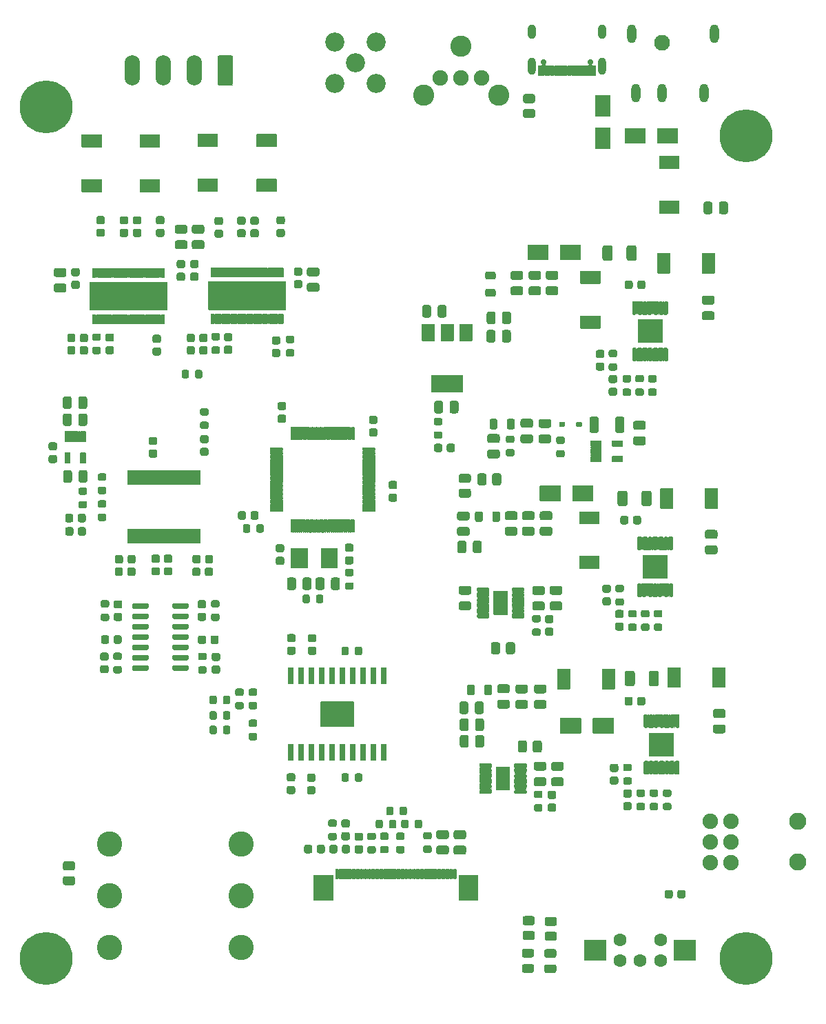
<source format=gbr>
G04 #@! TF.GenerationSoftware,KiCad,Pcbnew,5.1.9*
G04 #@! TF.CreationDate,2021-06-16T15:15:12+08:00*
G04 #@! TF.ProjectId,digital-amplifier2,64696769-7461-46c2-9d61-6d706c696669,rev?*
G04 #@! TF.SameCoordinates,Original*
G04 #@! TF.FileFunction,Soldermask,Top*
G04 #@! TF.FilePolarity,Negative*
%FSLAX46Y46*%
G04 Gerber Fmt 4.6, Leading zero omitted, Abs format (unit mm)*
G04 Created by KiCad (PCBNEW 5.1.9) date 2021-06-16 15:15:12*
%MOMM*%
%LPD*%
G01*
G04 APERTURE LIST*
%ADD10C,0.152400*%
%ADD11O,1.902000X3.702000*%
%ADD12C,0.702000*%
%ADD13C,1.602000*%
%ADD14O,1.002000X1.802000*%
%ADD15O,1.002000X2.102000*%
%ADD16C,2.352000*%
%ADD17R,3.100000X3.000000*%
%ADD18C,1.902000*%
%ADD19C,2.602000*%
%ADD20O,2.102000X2.102000*%
%ADD21O,1.902000X1.902000*%
%ADD22C,3.102000*%
%ADD23C,1.952000*%
%ADD24O,1.102000X2.302000*%
%ADD25C,6.502000*%
%ADD26C,0.100000*%
G04 APERTURE END LIST*
D10*
X137820400Y-187475400D02*
X137820400Y-184558400D01*
X137820400Y-184558400D02*
X138407800Y-184558400D01*
X138407800Y-184558400D02*
X138407800Y-187475400D01*
X138407800Y-187475400D02*
X137820400Y-187475400D01*
X138807800Y-187475400D02*
X138807800Y-184558400D01*
X138807800Y-184558400D02*
X139195200Y-184558400D01*
X139195200Y-184558400D02*
X139195200Y-187475400D01*
X139195200Y-187475400D02*
X138807800Y-187475400D01*
X139595200Y-187475400D02*
X139595200Y-184558400D01*
X139595200Y-184558400D02*
X139982600Y-184558400D01*
X139982600Y-184558400D02*
X139982600Y-187475400D01*
X139982600Y-187475400D02*
X139595200Y-187475400D01*
X140382600Y-187475400D02*
X140382600Y-184558400D01*
X140382600Y-184558400D02*
X140770000Y-184558400D01*
X140770000Y-184558400D02*
X140770000Y-187475400D01*
X140770000Y-187475400D02*
X140382600Y-187475400D01*
X141170000Y-187475400D02*
X141170000Y-184558400D01*
X141170000Y-184558400D02*
X141757400Y-184558400D01*
X141757400Y-184558400D02*
X141757400Y-187475400D01*
X141757400Y-187475400D02*
X141170000Y-187475400D01*
X137820400Y-187475400D02*
X137820400Y-187004300D01*
X137820400Y-187004300D02*
X141757400Y-187004300D01*
X141757400Y-187004300D02*
X141757400Y-187475400D01*
X141757400Y-187475400D02*
X137820400Y-187475400D01*
X137820400Y-186216900D02*
X137820400Y-186604300D01*
X137820400Y-186604300D02*
X141757400Y-186604300D01*
X141757400Y-186604300D02*
X141757400Y-186216900D01*
X141757400Y-186216900D02*
X137820400Y-186216900D01*
X137820400Y-185429500D02*
X137820400Y-185816900D01*
X137820400Y-185816900D02*
X141757400Y-185816900D01*
X141757400Y-185816900D02*
X141757400Y-185429500D01*
X141757400Y-185429500D02*
X137820400Y-185429500D01*
X137820400Y-185029500D02*
X137820400Y-184558400D01*
X137820400Y-184558400D02*
X141757400Y-184558400D01*
X141757400Y-184558400D02*
X141757400Y-185029500D01*
X141757400Y-185029500D02*
X137820400Y-185029500D01*
X137820400Y-187475400D02*
X137820400Y-184558400D01*
X137820400Y-184558400D02*
X138407800Y-184558400D01*
X138407800Y-184558400D02*
X138407800Y-187475400D01*
X138407800Y-187475400D02*
X137820400Y-187475400D01*
X138807800Y-187475400D02*
X138807800Y-184558400D01*
X138807800Y-184558400D02*
X139195200Y-184558400D01*
X139195200Y-184558400D02*
X139195200Y-187475400D01*
X139195200Y-187475400D02*
X138807800Y-187475400D01*
X139595200Y-187475400D02*
X139595200Y-184558400D01*
X139595200Y-184558400D02*
X139982600Y-184558400D01*
X139982600Y-184558400D02*
X139982600Y-187475400D01*
X139982600Y-187475400D02*
X139595200Y-187475400D01*
X140382600Y-187475400D02*
X140382600Y-184558400D01*
X140382600Y-184558400D02*
X140770000Y-184558400D01*
X140770000Y-184558400D02*
X140770000Y-187475400D01*
X140770000Y-187475400D02*
X140382600Y-187475400D01*
X141170000Y-187475400D02*
X141170000Y-184558400D01*
X141170000Y-184558400D02*
X141757400Y-184558400D01*
X141757400Y-184558400D02*
X141757400Y-187475400D01*
X141757400Y-187475400D02*
X141170000Y-187475400D01*
X137820400Y-187475400D02*
X137820400Y-187004300D01*
X137820400Y-187004300D02*
X141757400Y-187004300D01*
X141757400Y-187004300D02*
X141757400Y-187475400D01*
X141757400Y-187475400D02*
X137820400Y-187475400D01*
X137820400Y-186216900D02*
X137820400Y-186604300D01*
X137820400Y-186604300D02*
X141757400Y-186604300D01*
X141757400Y-186604300D02*
X141757400Y-186216900D01*
X141757400Y-186216900D02*
X137820400Y-186216900D01*
X137820400Y-185429500D02*
X137820400Y-185816900D01*
X137820400Y-185816900D02*
X141757400Y-185816900D01*
X141757400Y-185816900D02*
X141757400Y-185429500D01*
X141757400Y-185429500D02*
X137820400Y-185429500D01*
X137820400Y-185029500D02*
X137820400Y-184558400D01*
X137820400Y-184558400D02*
X141757400Y-184558400D01*
X141757400Y-184558400D02*
X141757400Y-185029500D01*
X141757400Y-185029500D02*
X137820400Y-185029500D01*
D11*
X114570000Y-107000000D03*
X118380000Y-107000000D03*
X122190000Y-107000000D03*
G36*
G01*
X126951000Y-105413166D02*
X126951000Y-108586834D01*
G75*
G02*
X126686834Y-108851000I-264166J0D01*
G01*
X125313166Y-108851000D01*
G75*
G02*
X125049000Y-108586834I0J264166D01*
G01*
X125049000Y-105413166D01*
G75*
G02*
X125313166Y-105149000I264166J0D01*
G01*
X126686834Y-105149000D01*
G75*
G02*
X126951000Y-105413166I0J-264166D01*
G01*
G37*
G36*
G01*
X123168500Y-153309000D02*
X123719500Y-153309000D01*
G75*
G02*
X123970000Y-153559500I0J-250500D01*
G01*
X123970000Y-154060500D01*
G75*
G02*
X123719500Y-154311000I-250500J0D01*
G01*
X123168500Y-154311000D01*
G75*
G02*
X122918000Y-154060500I0J250500D01*
G01*
X122918000Y-153559500D01*
G75*
G02*
X123168500Y-153309000I250500J0D01*
G01*
G37*
G36*
G01*
X123168500Y-151759000D02*
X123719500Y-151759000D01*
G75*
G02*
X123970000Y-152009500I0J-250500D01*
G01*
X123970000Y-152510500D01*
G75*
G02*
X123719500Y-152761000I-250500J0D01*
G01*
X123168500Y-152761000D01*
G75*
G02*
X122918000Y-152510500I0J250500D01*
G01*
X122918000Y-152009500D01*
G75*
G02*
X123168500Y-151759000I250500J0D01*
G01*
G37*
G36*
G01*
X159271000Y-195354000D02*
X159271000Y-192504000D01*
G75*
G02*
X159322000Y-192453000I51000J0D01*
G01*
X160972000Y-192453000D01*
G75*
G02*
X161023000Y-192504000I0J-51000D01*
G01*
X161023000Y-195354000D01*
G75*
G02*
X160972000Y-195405000I-51000J0D01*
G01*
X159322000Y-195405000D01*
G75*
G02*
X159271000Y-195354000I0J51000D01*
G01*
G37*
G36*
G01*
X161521000Y-192429500D02*
X161521000Y-192178500D01*
G75*
G02*
X161646500Y-192053000I125500J0D01*
G01*
X162947500Y-192053000D01*
G75*
G02*
X163073000Y-192178500I0J-125500D01*
G01*
X163073000Y-192429500D01*
G75*
G02*
X162947500Y-192555000I-125500J0D01*
G01*
X161646500Y-192555000D01*
G75*
G02*
X161521000Y-192429500I0J125500D01*
G01*
G37*
G36*
G01*
X161521000Y-193079500D02*
X161521000Y-192828500D01*
G75*
G02*
X161646500Y-192703000I125500J0D01*
G01*
X162947500Y-192703000D01*
G75*
G02*
X163073000Y-192828500I0J-125500D01*
G01*
X163073000Y-193079500D01*
G75*
G02*
X162947500Y-193205000I-125500J0D01*
G01*
X161646500Y-193205000D01*
G75*
G02*
X161521000Y-193079500I0J125500D01*
G01*
G37*
G36*
G01*
X161521000Y-193729500D02*
X161521000Y-193478500D01*
G75*
G02*
X161646500Y-193353000I125500J0D01*
G01*
X162947500Y-193353000D01*
G75*
G02*
X163073000Y-193478500I0J-125500D01*
G01*
X163073000Y-193729500D01*
G75*
G02*
X162947500Y-193855000I-125500J0D01*
G01*
X161646500Y-193855000D01*
G75*
G02*
X161521000Y-193729500I0J125500D01*
G01*
G37*
G36*
G01*
X161521000Y-194379500D02*
X161521000Y-194128500D01*
G75*
G02*
X161646500Y-194003000I125500J0D01*
G01*
X162947500Y-194003000D01*
G75*
G02*
X163073000Y-194128500I0J-125500D01*
G01*
X163073000Y-194379500D01*
G75*
G02*
X162947500Y-194505000I-125500J0D01*
G01*
X161646500Y-194505000D01*
G75*
G02*
X161521000Y-194379500I0J125500D01*
G01*
G37*
G36*
G01*
X161521000Y-195029500D02*
X161521000Y-194778500D01*
G75*
G02*
X161646500Y-194653000I125500J0D01*
G01*
X162947500Y-194653000D01*
G75*
G02*
X163073000Y-194778500I0J-125500D01*
G01*
X163073000Y-195029500D01*
G75*
G02*
X162947500Y-195155000I-125500J0D01*
G01*
X161646500Y-195155000D01*
G75*
G02*
X161521000Y-195029500I0J125500D01*
G01*
G37*
G36*
G01*
X161521000Y-195679500D02*
X161521000Y-195428500D01*
G75*
G02*
X161646500Y-195303000I125500J0D01*
G01*
X162947500Y-195303000D01*
G75*
G02*
X163073000Y-195428500I0J-125500D01*
G01*
X163073000Y-195679500D01*
G75*
G02*
X162947500Y-195805000I-125500J0D01*
G01*
X161646500Y-195805000D01*
G75*
G02*
X161521000Y-195679500I0J125500D01*
G01*
G37*
G36*
G01*
X157221000Y-195679500D02*
X157221000Y-195428500D01*
G75*
G02*
X157346500Y-195303000I125500J0D01*
G01*
X158647500Y-195303000D01*
G75*
G02*
X158773000Y-195428500I0J-125500D01*
G01*
X158773000Y-195679500D01*
G75*
G02*
X158647500Y-195805000I-125500J0D01*
G01*
X157346500Y-195805000D01*
G75*
G02*
X157221000Y-195679500I0J125500D01*
G01*
G37*
G36*
G01*
X157221000Y-195029500D02*
X157221000Y-194778500D01*
G75*
G02*
X157346500Y-194653000I125500J0D01*
G01*
X158647500Y-194653000D01*
G75*
G02*
X158773000Y-194778500I0J-125500D01*
G01*
X158773000Y-195029500D01*
G75*
G02*
X158647500Y-195155000I-125500J0D01*
G01*
X157346500Y-195155000D01*
G75*
G02*
X157221000Y-195029500I0J125500D01*
G01*
G37*
G36*
G01*
X157221000Y-194379500D02*
X157221000Y-194128500D01*
G75*
G02*
X157346500Y-194003000I125500J0D01*
G01*
X158647500Y-194003000D01*
G75*
G02*
X158773000Y-194128500I0J-125500D01*
G01*
X158773000Y-194379500D01*
G75*
G02*
X158647500Y-194505000I-125500J0D01*
G01*
X157346500Y-194505000D01*
G75*
G02*
X157221000Y-194379500I0J125500D01*
G01*
G37*
G36*
G01*
X157221000Y-193729500D02*
X157221000Y-193478500D01*
G75*
G02*
X157346500Y-193353000I125500J0D01*
G01*
X158647500Y-193353000D01*
G75*
G02*
X158773000Y-193478500I0J-125500D01*
G01*
X158773000Y-193729500D01*
G75*
G02*
X158647500Y-193855000I-125500J0D01*
G01*
X157346500Y-193855000D01*
G75*
G02*
X157221000Y-193729500I0J125500D01*
G01*
G37*
G36*
G01*
X157221000Y-193079500D02*
X157221000Y-192828500D01*
G75*
G02*
X157346500Y-192703000I125500J0D01*
G01*
X158647500Y-192703000D01*
G75*
G02*
X158773000Y-192828500I0J-125500D01*
G01*
X158773000Y-193079500D01*
G75*
G02*
X158647500Y-193205000I-125500J0D01*
G01*
X157346500Y-193205000D01*
G75*
G02*
X157221000Y-193079500I0J125500D01*
G01*
G37*
G36*
G01*
X157221000Y-192429500D02*
X157221000Y-192178500D01*
G75*
G02*
X157346500Y-192053000I125500J0D01*
G01*
X158647500Y-192053000D01*
G75*
G02*
X158773000Y-192178500I0J-125500D01*
G01*
X158773000Y-192429500D01*
G75*
G02*
X158647500Y-192555000I-125500J0D01*
G01*
X157346500Y-192555000D01*
G75*
G02*
X157221000Y-192429500I0J125500D01*
G01*
G37*
G36*
G01*
X158981440Y-173789400D02*
X158981440Y-170939400D01*
G75*
G02*
X159032440Y-170888400I51000J0D01*
G01*
X160682440Y-170888400D01*
G75*
G02*
X160733440Y-170939400I0J-51000D01*
G01*
X160733440Y-173789400D01*
G75*
G02*
X160682440Y-173840400I-51000J0D01*
G01*
X159032440Y-173840400D01*
G75*
G02*
X158981440Y-173789400I0J51000D01*
G01*
G37*
G36*
G01*
X161231440Y-170864900D02*
X161231440Y-170613900D01*
G75*
G02*
X161356940Y-170488400I125500J0D01*
G01*
X162657940Y-170488400D01*
G75*
G02*
X162783440Y-170613900I0J-125500D01*
G01*
X162783440Y-170864900D01*
G75*
G02*
X162657940Y-170990400I-125500J0D01*
G01*
X161356940Y-170990400D01*
G75*
G02*
X161231440Y-170864900I0J125500D01*
G01*
G37*
G36*
G01*
X161231440Y-171514900D02*
X161231440Y-171263900D01*
G75*
G02*
X161356940Y-171138400I125500J0D01*
G01*
X162657940Y-171138400D01*
G75*
G02*
X162783440Y-171263900I0J-125500D01*
G01*
X162783440Y-171514900D01*
G75*
G02*
X162657940Y-171640400I-125500J0D01*
G01*
X161356940Y-171640400D01*
G75*
G02*
X161231440Y-171514900I0J125500D01*
G01*
G37*
G36*
G01*
X161231440Y-172164900D02*
X161231440Y-171913900D01*
G75*
G02*
X161356940Y-171788400I125500J0D01*
G01*
X162657940Y-171788400D01*
G75*
G02*
X162783440Y-171913900I0J-125500D01*
G01*
X162783440Y-172164900D01*
G75*
G02*
X162657940Y-172290400I-125500J0D01*
G01*
X161356940Y-172290400D01*
G75*
G02*
X161231440Y-172164900I0J125500D01*
G01*
G37*
G36*
G01*
X161231440Y-172814900D02*
X161231440Y-172563900D01*
G75*
G02*
X161356940Y-172438400I125500J0D01*
G01*
X162657940Y-172438400D01*
G75*
G02*
X162783440Y-172563900I0J-125500D01*
G01*
X162783440Y-172814900D01*
G75*
G02*
X162657940Y-172940400I-125500J0D01*
G01*
X161356940Y-172940400D01*
G75*
G02*
X161231440Y-172814900I0J125500D01*
G01*
G37*
G36*
G01*
X161231440Y-173464900D02*
X161231440Y-173213900D01*
G75*
G02*
X161356940Y-173088400I125500J0D01*
G01*
X162657940Y-173088400D01*
G75*
G02*
X162783440Y-173213900I0J-125500D01*
G01*
X162783440Y-173464900D01*
G75*
G02*
X162657940Y-173590400I-125500J0D01*
G01*
X161356940Y-173590400D01*
G75*
G02*
X161231440Y-173464900I0J125500D01*
G01*
G37*
G36*
G01*
X161231440Y-174114900D02*
X161231440Y-173863900D01*
G75*
G02*
X161356940Y-173738400I125500J0D01*
G01*
X162657940Y-173738400D01*
G75*
G02*
X162783440Y-173863900I0J-125500D01*
G01*
X162783440Y-174114900D01*
G75*
G02*
X162657940Y-174240400I-125500J0D01*
G01*
X161356940Y-174240400D01*
G75*
G02*
X161231440Y-174114900I0J125500D01*
G01*
G37*
G36*
G01*
X156931440Y-174114900D02*
X156931440Y-173863900D01*
G75*
G02*
X157056940Y-173738400I125500J0D01*
G01*
X158357940Y-173738400D01*
G75*
G02*
X158483440Y-173863900I0J-125500D01*
G01*
X158483440Y-174114900D01*
G75*
G02*
X158357940Y-174240400I-125500J0D01*
G01*
X157056940Y-174240400D01*
G75*
G02*
X156931440Y-174114900I0J125500D01*
G01*
G37*
G36*
G01*
X156931440Y-173464900D02*
X156931440Y-173213900D01*
G75*
G02*
X157056940Y-173088400I125500J0D01*
G01*
X158357940Y-173088400D01*
G75*
G02*
X158483440Y-173213900I0J-125500D01*
G01*
X158483440Y-173464900D01*
G75*
G02*
X158357940Y-173590400I-125500J0D01*
G01*
X157056940Y-173590400D01*
G75*
G02*
X156931440Y-173464900I0J125500D01*
G01*
G37*
G36*
G01*
X156931440Y-172814900D02*
X156931440Y-172563900D01*
G75*
G02*
X157056940Y-172438400I125500J0D01*
G01*
X158357940Y-172438400D01*
G75*
G02*
X158483440Y-172563900I0J-125500D01*
G01*
X158483440Y-172814900D01*
G75*
G02*
X158357940Y-172940400I-125500J0D01*
G01*
X157056940Y-172940400D01*
G75*
G02*
X156931440Y-172814900I0J125500D01*
G01*
G37*
G36*
G01*
X156931440Y-172164900D02*
X156931440Y-171913900D01*
G75*
G02*
X157056940Y-171788400I125500J0D01*
G01*
X158357940Y-171788400D01*
G75*
G02*
X158483440Y-171913900I0J-125500D01*
G01*
X158483440Y-172164900D01*
G75*
G02*
X158357940Y-172290400I-125500J0D01*
G01*
X157056940Y-172290400D01*
G75*
G02*
X156931440Y-172164900I0J125500D01*
G01*
G37*
G36*
G01*
X156931440Y-171514900D02*
X156931440Y-171263900D01*
G75*
G02*
X157056940Y-171138400I125500J0D01*
G01*
X158357940Y-171138400D01*
G75*
G02*
X158483440Y-171263900I0J-125500D01*
G01*
X158483440Y-171514900D01*
G75*
G02*
X158357940Y-171640400I-125500J0D01*
G01*
X157056940Y-171640400D01*
G75*
G02*
X156931440Y-171514900I0J125500D01*
G01*
G37*
G36*
G01*
X156931440Y-170864900D02*
X156931440Y-170613900D01*
G75*
G02*
X157056940Y-170488400I125500J0D01*
G01*
X158357940Y-170488400D01*
G75*
G02*
X158483440Y-170613900I0J-125500D01*
G01*
X158483440Y-170864900D01*
G75*
G02*
X158357940Y-170990400I-125500J0D01*
G01*
X157056940Y-170990400D01*
G75*
G02*
X156931440Y-170864900I0J125500D01*
G01*
G37*
G36*
G01*
X153230260Y-153602600D02*
X153230260Y-153051600D01*
G75*
G02*
X153480760Y-152801100I250500J0D01*
G01*
X153981760Y-152801100D01*
G75*
G02*
X154232260Y-153051600I0J-250500D01*
G01*
X154232260Y-153602600D01*
G75*
G02*
X153981760Y-153853100I-250500J0D01*
G01*
X153480760Y-153853100D01*
G75*
G02*
X153230260Y-153602600I0J250500D01*
G01*
G37*
G36*
G01*
X151680260Y-153602600D02*
X151680260Y-153051600D01*
G75*
G02*
X151930760Y-152801100I250500J0D01*
G01*
X152431760Y-152801100D01*
G75*
G02*
X152682260Y-153051600I0J-250500D01*
G01*
X152682260Y-153602600D01*
G75*
G02*
X152431760Y-153853100I-250500J0D01*
G01*
X151930760Y-153853100D01*
G75*
G02*
X151680260Y-153602600I0J250500D01*
G01*
G37*
G36*
G01*
X139497580Y-199856240D02*
X138896580Y-199856240D01*
G75*
G02*
X138671080Y-199630740I0J225500D01*
G01*
X138671080Y-199179740D01*
G75*
G02*
X138896580Y-198954240I225500J0D01*
G01*
X139497580Y-198954240D01*
G75*
G02*
X139723080Y-199179740I0J-225500D01*
G01*
X139723080Y-199630740D01*
G75*
G02*
X139497580Y-199856240I-225500J0D01*
G01*
G37*
G36*
G01*
X139497580Y-201506240D02*
X138896580Y-201506240D01*
G75*
G02*
X138671080Y-201280740I0J225500D01*
G01*
X138671080Y-200829740D01*
G75*
G02*
X138896580Y-200604240I225500J0D01*
G01*
X139497580Y-200604240D01*
G75*
G02*
X139723080Y-200829740I0J-225500D01*
G01*
X139723080Y-201280740D01*
G75*
G02*
X139497580Y-201506240I-225500J0D01*
G01*
G37*
G36*
G01*
X145391520Y-199216500D02*
X145391520Y-199817500D01*
G75*
G02*
X145166020Y-200043000I-225500J0D01*
G01*
X144715020Y-200043000D01*
G75*
G02*
X144489520Y-199817500I0J225500D01*
G01*
X144489520Y-199216500D01*
G75*
G02*
X144715020Y-198991000I225500J0D01*
G01*
X145166020Y-198991000D01*
G75*
G02*
X145391520Y-199216500I0J-225500D01*
G01*
G37*
G36*
G01*
X147041520Y-199216500D02*
X147041520Y-199817500D01*
G75*
G02*
X146816020Y-200043000I-225500J0D01*
G01*
X146365020Y-200043000D01*
G75*
G02*
X146139520Y-199817500I0J225500D01*
G01*
X146139520Y-199216500D01*
G75*
G02*
X146365020Y-198991000I225500J0D01*
G01*
X146816020Y-198991000D01*
G75*
G02*
X147041520Y-199216500I0J-225500D01*
G01*
G37*
G36*
G01*
X145261820Y-202207480D02*
X145862820Y-202207480D01*
G75*
G02*
X146088320Y-202432980I0J-225500D01*
G01*
X146088320Y-202883980D01*
G75*
G02*
X145862820Y-203109480I-225500J0D01*
G01*
X145261820Y-203109480D01*
G75*
G02*
X145036320Y-202883980I0J225500D01*
G01*
X145036320Y-202432980D01*
G75*
G02*
X145261820Y-202207480I225500J0D01*
G01*
G37*
G36*
G01*
X145261820Y-200557480D02*
X145862820Y-200557480D01*
G75*
G02*
X146088320Y-200782980I0J-225500D01*
G01*
X146088320Y-201233980D01*
G75*
G02*
X145862820Y-201459480I-225500J0D01*
G01*
X145261820Y-201459480D01*
G75*
G02*
X145036320Y-201233980I0J225500D01*
G01*
X145036320Y-200782980D01*
G75*
G02*
X145261820Y-200557480I225500J0D01*
G01*
G37*
G36*
G01*
X143692100Y-202222720D02*
X144293100Y-202222720D01*
G75*
G02*
X144518600Y-202448220I0J-225500D01*
G01*
X144518600Y-202899220D01*
G75*
G02*
X144293100Y-203124720I-225500J0D01*
G01*
X143692100Y-203124720D01*
G75*
G02*
X143466600Y-202899220I0J225500D01*
G01*
X143466600Y-202448220D01*
G75*
G02*
X143692100Y-202222720I225500J0D01*
G01*
G37*
G36*
G01*
X143692100Y-200572720D02*
X144293100Y-200572720D01*
G75*
G02*
X144518600Y-200798220I0J-225500D01*
G01*
X144518600Y-201249220D01*
G75*
G02*
X144293100Y-201474720I-225500J0D01*
G01*
X143692100Y-201474720D01*
G75*
G02*
X143466600Y-201249220I0J225500D01*
G01*
X143466600Y-200798220D01*
G75*
G02*
X143692100Y-200572720I225500J0D01*
G01*
G37*
G36*
G01*
X147243020Y-202212560D02*
X147844020Y-202212560D01*
G75*
G02*
X148069520Y-202438060I0J-225500D01*
G01*
X148069520Y-202889060D01*
G75*
G02*
X147844020Y-203114560I-225500J0D01*
G01*
X147243020Y-203114560D01*
G75*
G02*
X147017520Y-202889060I0J225500D01*
G01*
X147017520Y-202438060D01*
G75*
G02*
X147243020Y-202212560I225500J0D01*
G01*
G37*
G36*
G01*
X147243020Y-200562560D02*
X147844020Y-200562560D01*
G75*
G02*
X148069520Y-200788060I0J-225500D01*
G01*
X148069520Y-201239060D01*
G75*
G02*
X147844020Y-201464560I-225500J0D01*
G01*
X147243020Y-201464560D01*
G75*
G02*
X147017520Y-201239060I0J225500D01*
G01*
X147017520Y-200788060D01*
G75*
G02*
X147243020Y-200562560I225500J0D01*
G01*
G37*
G36*
G01*
X150560260Y-202156680D02*
X151161260Y-202156680D01*
G75*
G02*
X151386760Y-202382180I0J-225500D01*
G01*
X151386760Y-202833180D01*
G75*
G02*
X151161260Y-203058680I-225500J0D01*
G01*
X150560260Y-203058680D01*
G75*
G02*
X150334760Y-202833180I0J225500D01*
G01*
X150334760Y-202382180D01*
G75*
G02*
X150560260Y-202156680I225500J0D01*
G01*
G37*
G36*
G01*
X150560260Y-200506680D02*
X151161260Y-200506680D01*
G75*
G02*
X151386760Y-200732180I0J-225500D01*
G01*
X151386760Y-201183180D01*
G75*
G02*
X151161260Y-201408680I-225500J0D01*
G01*
X150560260Y-201408680D01*
G75*
G02*
X150334760Y-201183180I0J225500D01*
G01*
X150334760Y-200732180D01*
G75*
G02*
X150560260Y-200506680I225500J0D01*
G01*
G37*
G36*
G01*
X141082940Y-199954200D02*
X140531940Y-199954200D01*
G75*
G02*
X140281440Y-199703700I0J250500D01*
G01*
X140281440Y-199202700D01*
G75*
G02*
X140531940Y-198952200I250500J0D01*
G01*
X141082940Y-198952200D01*
G75*
G02*
X141333440Y-199202700I0J-250500D01*
G01*
X141333440Y-199703700D01*
G75*
G02*
X141082940Y-199954200I-250500J0D01*
G01*
G37*
G36*
G01*
X141082940Y-201504200D02*
X140531940Y-201504200D01*
G75*
G02*
X140281440Y-201253700I0J250500D01*
G01*
X140281440Y-200752700D01*
G75*
G02*
X140531940Y-200502200I250500J0D01*
G01*
X141082940Y-200502200D01*
G75*
G02*
X141333440Y-200752700I0J-250500D01*
G01*
X141333440Y-201253700D01*
G75*
G02*
X141082940Y-201504200I-250500J0D01*
G01*
G37*
G36*
G01*
X136713280Y-202309820D02*
X136713280Y-202860820D01*
G75*
G02*
X136462780Y-203111320I-250500J0D01*
G01*
X135961780Y-203111320D01*
G75*
G02*
X135711280Y-202860820I0J250500D01*
G01*
X135711280Y-202309820D01*
G75*
G02*
X135961780Y-202059320I250500J0D01*
G01*
X136462780Y-202059320D01*
G75*
G02*
X136713280Y-202309820I0J-250500D01*
G01*
G37*
G36*
G01*
X138263280Y-202309820D02*
X138263280Y-202860820D01*
G75*
G02*
X138012780Y-203111320I-250500J0D01*
G01*
X137511780Y-203111320D01*
G75*
G02*
X137261280Y-202860820I0J250500D01*
G01*
X137261280Y-202309820D01*
G75*
G02*
X137511780Y-202059320I250500J0D01*
G01*
X138012780Y-202059320D01*
G75*
G02*
X138263280Y-202309820I0J-250500D01*
G01*
G37*
G36*
G01*
X140347380Y-202868440D02*
X140347380Y-202317440D01*
G75*
G02*
X140597880Y-202066940I250500J0D01*
G01*
X141098880Y-202066940D01*
G75*
G02*
X141349380Y-202317440I0J-250500D01*
G01*
X141349380Y-202868440D01*
G75*
G02*
X141098880Y-203118940I-250500J0D01*
G01*
X140597880Y-203118940D01*
G75*
G02*
X140347380Y-202868440I0J250500D01*
G01*
G37*
G36*
G01*
X138797380Y-202868440D02*
X138797380Y-202317440D01*
G75*
G02*
X139047880Y-202066940I250500J0D01*
G01*
X139548880Y-202066940D01*
G75*
G02*
X139799380Y-202317440I0J-250500D01*
G01*
X139799380Y-202868440D01*
G75*
G02*
X139548880Y-203118940I-250500J0D01*
G01*
X139047880Y-203118940D01*
G75*
G02*
X138797380Y-202868440I0J250500D01*
G01*
G37*
G36*
G01*
X169141640Y-150659040D02*
X169141640Y-150209040D01*
G75*
G02*
X169192640Y-150158040I51000J0D01*
G01*
X169792640Y-150158040D01*
G75*
G02*
X169843640Y-150209040I0J-51000D01*
G01*
X169843640Y-150659040D01*
G75*
G02*
X169792640Y-150710040I-51000J0D01*
G01*
X169192640Y-150710040D01*
G75*
G02*
X169141640Y-150659040I0J51000D01*
G01*
G37*
G36*
G01*
X167041640Y-150659040D02*
X167041640Y-150209040D01*
G75*
G02*
X167092640Y-150158040I51000J0D01*
G01*
X167692640Y-150158040D01*
G75*
G02*
X167743640Y-150209040I0J-51000D01*
G01*
X167743640Y-150659040D01*
G75*
G02*
X167692640Y-150710040I-51000J0D01*
G01*
X167092640Y-150710040D01*
G75*
G02*
X167041640Y-150659040I0J51000D01*
G01*
G37*
G36*
G01*
X111171500Y-157360000D02*
X110570500Y-157360000D01*
G75*
G02*
X110345000Y-157134500I0J225500D01*
G01*
X110345000Y-156683500D01*
G75*
G02*
X110570500Y-156458000I225500J0D01*
G01*
X111171500Y-156458000D01*
G75*
G02*
X111397000Y-156683500I0J-225500D01*
G01*
X111397000Y-157134500D01*
G75*
G02*
X111171500Y-157360000I-225500J0D01*
G01*
G37*
G36*
G01*
X111171500Y-159010000D02*
X110570500Y-159010000D01*
G75*
G02*
X110345000Y-158784500I0J225500D01*
G01*
X110345000Y-158333500D01*
G75*
G02*
X110570500Y-158108000I225500J0D01*
G01*
X111171500Y-158108000D01*
G75*
G02*
X111397000Y-158333500I0J-225500D01*
G01*
X111397000Y-158784500D01*
G75*
G02*
X111171500Y-159010000I-225500J0D01*
G01*
G37*
G36*
G01*
X133684500Y-141211920D02*
X134285500Y-141211920D01*
G75*
G02*
X134511000Y-141437420I0J-225500D01*
G01*
X134511000Y-141888420D01*
G75*
G02*
X134285500Y-142113920I-225500J0D01*
G01*
X133684500Y-142113920D01*
G75*
G02*
X133459000Y-141888420I0J225500D01*
G01*
X133459000Y-141437420D01*
G75*
G02*
X133684500Y-141211920I225500J0D01*
G01*
G37*
G36*
G01*
X133684500Y-139561920D02*
X134285500Y-139561920D01*
G75*
G02*
X134511000Y-139787420I0J-225500D01*
G01*
X134511000Y-140238420D01*
G75*
G02*
X134285500Y-140463920I-225500J0D01*
G01*
X133684500Y-140463920D01*
G75*
G02*
X133459000Y-140238420I0J225500D01*
G01*
X133459000Y-139787420D01*
G75*
G02*
X133684500Y-139561920I225500J0D01*
G01*
G37*
G36*
G01*
X126089500Y-140781720D02*
X126640500Y-140781720D01*
G75*
G02*
X126891000Y-141032220I0J-250500D01*
G01*
X126891000Y-141533220D01*
G75*
G02*
X126640500Y-141783720I-250500J0D01*
G01*
X126089500Y-141783720D01*
G75*
G02*
X125839000Y-141533220I0J250500D01*
G01*
X125839000Y-141032220D01*
G75*
G02*
X126089500Y-140781720I250500J0D01*
G01*
G37*
G36*
G01*
X126089500Y-139231720D02*
X126640500Y-139231720D01*
G75*
G02*
X126891000Y-139482220I0J-250500D01*
G01*
X126891000Y-139983220D01*
G75*
G02*
X126640500Y-140233720I-250500J0D01*
G01*
X126089500Y-140233720D01*
G75*
G02*
X125839000Y-139983220I0J250500D01*
G01*
X125839000Y-139482220D01*
G75*
G02*
X126089500Y-139231720I250500J0D01*
G01*
G37*
G36*
G01*
X131987380Y-141177960D02*
X132538380Y-141177960D01*
G75*
G02*
X132788880Y-141428460I0J-250500D01*
G01*
X132788880Y-141929460D01*
G75*
G02*
X132538380Y-142179960I-250500J0D01*
G01*
X131987380Y-142179960D01*
G75*
G02*
X131736880Y-141929460I0J250500D01*
G01*
X131736880Y-141428460D01*
G75*
G02*
X131987380Y-141177960I250500J0D01*
G01*
G37*
G36*
G01*
X131987380Y-139627960D02*
X132538380Y-139627960D01*
G75*
G02*
X132788880Y-139878460I0J-250500D01*
G01*
X132788880Y-140379460D01*
G75*
G02*
X132538380Y-140629960I-250500J0D01*
G01*
X131987380Y-140629960D01*
G75*
G02*
X131736880Y-140379460I0J250500D01*
G01*
X131736880Y-139878460D01*
G75*
G02*
X131987380Y-139627960I250500J0D01*
G01*
G37*
G36*
G01*
X111540380Y-140832520D02*
X112091380Y-140832520D01*
G75*
G02*
X112341880Y-141083020I0J-250500D01*
G01*
X112341880Y-141584020D01*
G75*
G02*
X112091380Y-141834520I-250500J0D01*
G01*
X111540380Y-141834520D01*
G75*
G02*
X111289880Y-141584020I0J250500D01*
G01*
X111289880Y-141083020D01*
G75*
G02*
X111540380Y-140832520I250500J0D01*
G01*
G37*
G36*
G01*
X111540380Y-139282520D02*
X112091380Y-139282520D01*
G75*
G02*
X112341880Y-139533020I0J-250500D01*
G01*
X112341880Y-140034020D01*
G75*
G02*
X112091380Y-140284520I-250500J0D01*
G01*
X111540380Y-140284520D01*
G75*
G02*
X111289880Y-140034020I0J250500D01*
G01*
X111289880Y-139533020D01*
G75*
G02*
X111540380Y-139282520I250500J0D01*
G01*
G37*
G36*
G01*
X117326500Y-140990000D02*
X117877500Y-140990000D01*
G75*
G02*
X118128000Y-141240500I0J-250500D01*
G01*
X118128000Y-141741500D01*
G75*
G02*
X117877500Y-141992000I-250500J0D01*
G01*
X117326500Y-141992000D01*
G75*
G02*
X117076000Y-141741500I0J250500D01*
G01*
X117076000Y-141240500D01*
G75*
G02*
X117326500Y-140990000I250500J0D01*
G01*
G37*
G36*
G01*
X117326500Y-139440000D02*
X117877500Y-139440000D01*
G75*
G02*
X118128000Y-139690500I0J-250500D01*
G01*
X118128000Y-140191500D01*
G75*
G02*
X117877500Y-140442000I-250500J0D01*
G01*
X117326500Y-140442000D01*
G75*
G02*
X117076000Y-140191500I0J250500D01*
G01*
X117076000Y-139690500D01*
G75*
G02*
X117326500Y-139440000I250500J0D01*
G01*
G37*
G36*
G01*
X122281000Y-141075500D02*
X122281000Y-141626500D01*
G75*
G02*
X122030500Y-141877000I-250500J0D01*
G01*
X121529500Y-141877000D01*
G75*
G02*
X121279000Y-141626500I0J250500D01*
G01*
X121279000Y-141075500D01*
G75*
G02*
X121529500Y-140825000I250500J0D01*
G01*
X122030500Y-140825000D01*
G75*
G02*
X122281000Y-141075500I0J-250500D01*
G01*
G37*
G36*
G01*
X123831000Y-141075500D02*
X123831000Y-141626500D01*
G75*
G02*
X123580500Y-141877000I-250500J0D01*
G01*
X123079500Y-141877000D01*
G75*
G02*
X122829000Y-141626500I0J250500D01*
G01*
X122829000Y-141075500D01*
G75*
G02*
X123079500Y-140825000I250500J0D01*
G01*
X123580500Y-140825000D01*
G75*
G02*
X123831000Y-141075500I0J-250500D01*
G01*
G37*
G36*
G01*
X107599800Y-141075500D02*
X107599800Y-141626500D01*
G75*
G02*
X107349300Y-141877000I-250500J0D01*
G01*
X106848300Y-141877000D01*
G75*
G02*
X106597800Y-141626500I0J250500D01*
G01*
X106597800Y-141075500D01*
G75*
G02*
X106848300Y-140825000I250500J0D01*
G01*
X107349300Y-140825000D01*
G75*
G02*
X107599800Y-141075500I0J-250500D01*
G01*
G37*
G36*
G01*
X109149800Y-141075500D02*
X109149800Y-141626500D01*
G75*
G02*
X108899300Y-141877000I-250500J0D01*
G01*
X108398300Y-141877000D01*
G75*
G02*
X108147800Y-141626500I0J250500D01*
G01*
X108147800Y-141075500D01*
G75*
G02*
X108398300Y-140825000I250500J0D01*
G01*
X108899300Y-140825000D01*
G75*
G02*
X109149800Y-141075500I0J-250500D01*
G01*
G37*
G36*
G01*
X186687680Y-124355980D02*
X186687680Y-123354980D01*
G75*
G02*
X186963180Y-123079480I275500J0D01*
G01*
X187514180Y-123079480D01*
G75*
G02*
X187789680Y-123354980I0J-275500D01*
G01*
X187789680Y-124355980D01*
G75*
G02*
X187514180Y-124631480I-275500J0D01*
G01*
X186963180Y-124631480D01*
G75*
G02*
X186687680Y-124355980I0J275500D01*
G01*
G37*
G36*
G01*
X184787680Y-124355980D02*
X184787680Y-123354980D01*
G75*
G02*
X185063180Y-123079480I275500J0D01*
G01*
X185614180Y-123079480D01*
G75*
G02*
X185889680Y-123354980I0J-275500D01*
G01*
X185889680Y-124355980D01*
G75*
G02*
X185614180Y-124631480I-275500J0D01*
G01*
X185063180Y-124631480D01*
G75*
G02*
X184787680Y-124355980I0J275500D01*
G01*
G37*
G36*
G01*
X105101300Y-153644920D02*
X104550300Y-153644920D01*
G75*
G02*
X104299800Y-153394420I0J250500D01*
G01*
X104299800Y-152893420D01*
G75*
G02*
X104550300Y-152642920I250500J0D01*
G01*
X105101300Y-152642920D01*
G75*
G02*
X105351800Y-152893420I0J-250500D01*
G01*
X105351800Y-153394420D01*
G75*
G02*
X105101300Y-153644920I-250500J0D01*
G01*
G37*
G36*
G01*
X105101300Y-155194920D02*
X104550300Y-155194920D01*
G75*
G02*
X104299800Y-154944420I0J250500D01*
G01*
X104299800Y-154443420D01*
G75*
G02*
X104550300Y-154192920I250500J0D01*
G01*
X105101300Y-154192920D01*
G75*
G02*
X105351800Y-154443420I0J-250500D01*
G01*
X105351800Y-154944420D01*
G75*
G02*
X105101300Y-155194920I-250500J0D01*
G01*
G37*
G36*
G01*
X111745080Y-176589780D02*
X111745080Y-177140780D01*
G75*
G02*
X111494580Y-177391280I-250500J0D01*
G01*
X110993580Y-177391280D01*
G75*
G02*
X110743080Y-177140780I0J250500D01*
G01*
X110743080Y-176589780D01*
G75*
G02*
X110993580Y-176339280I250500J0D01*
G01*
X111494580Y-176339280D01*
G75*
G02*
X111745080Y-176589780I0J-250500D01*
G01*
G37*
G36*
G01*
X113295080Y-176589780D02*
X113295080Y-177140780D01*
G75*
G02*
X113044580Y-177391280I-250500J0D01*
G01*
X112543580Y-177391280D01*
G75*
G02*
X112293080Y-177140780I0J250500D01*
G01*
X112293080Y-176589780D01*
G75*
G02*
X112543580Y-176339280I250500J0D01*
G01*
X113044580Y-176339280D01*
G75*
G02*
X113295080Y-176589780I0J-250500D01*
G01*
G37*
G36*
G01*
X124205680Y-177166180D02*
X124205680Y-176615180D01*
G75*
G02*
X124456180Y-176364680I250500J0D01*
G01*
X124957180Y-176364680D01*
G75*
G02*
X125207680Y-176615180I0J-250500D01*
G01*
X125207680Y-177166180D01*
G75*
G02*
X124957180Y-177416680I-250500J0D01*
G01*
X124456180Y-177416680D01*
G75*
G02*
X124205680Y-177166180I0J250500D01*
G01*
G37*
G36*
G01*
X122655680Y-177166180D02*
X122655680Y-176615180D01*
G75*
G02*
X122906180Y-176364680I250500J0D01*
G01*
X123407180Y-176364680D01*
G75*
G02*
X123657680Y-176615180I0J-250500D01*
G01*
X123657680Y-177166180D01*
G75*
G02*
X123407180Y-177416680I-250500J0D01*
G01*
X122906180Y-177416680D01*
G75*
G02*
X122655680Y-177166180I0J250500D01*
G01*
G37*
G36*
G01*
X134407820Y-177185640D02*
X133856820Y-177185640D01*
G75*
G02*
X133606320Y-176935140I0J250500D01*
G01*
X133606320Y-176434140D01*
G75*
G02*
X133856820Y-176183640I250500J0D01*
G01*
X134407820Y-176183640D01*
G75*
G02*
X134658320Y-176434140I0J-250500D01*
G01*
X134658320Y-176935140D01*
G75*
G02*
X134407820Y-177185640I-250500J0D01*
G01*
G37*
G36*
G01*
X134407820Y-178735640D02*
X133856820Y-178735640D01*
G75*
G02*
X133606320Y-178485140I0J250500D01*
G01*
X133606320Y-177984140D01*
G75*
G02*
X133856820Y-177733640I250500J0D01*
G01*
X134407820Y-177733640D01*
G75*
G02*
X134658320Y-177984140I0J-250500D01*
G01*
X134658320Y-178485140D01*
G75*
G02*
X134407820Y-178735640I-250500J0D01*
G01*
G37*
G36*
G01*
X133811100Y-194838000D02*
X134362100Y-194838000D01*
G75*
G02*
X134612600Y-195088500I0J-250500D01*
G01*
X134612600Y-195589500D01*
G75*
G02*
X134362100Y-195840000I-250500J0D01*
G01*
X133811100Y-195840000D01*
G75*
G02*
X133560600Y-195589500I0J250500D01*
G01*
X133560600Y-195088500D01*
G75*
G02*
X133811100Y-194838000I250500J0D01*
G01*
G37*
G36*
G01*
X133811100Y-193288000D02*
X134362100Y-193288000D01*
G75*
G02*
X134612600Y-193538500I0J-250500D01*
G01*
X134612600Y-194039500D01*
G75*
G02*
X134362100Y-194290000I-250500J0D01*
G01*
X133811100Y-194290000D01*
G75*
G02*
X133560600Y-194039500I0J250500D01*
G01*
X133560600Y-193538500D01*
G75*
G02*
X133811100Y-193288000I250500J0D01*
G01*
G37*
G36*
G01*
X136310460Y-194868480D02*
X136861460Y-194868480D01*
G75*
G02*
X137111960Y-195118980I0J-250500D01*
G01*
X137111960Y-195619980D01*
G75*
G02*
X136861460Y-195870480I-250500J0D01*
G01*
X136310460Y-195870480D01*
G75*
G02*
X136059960Y-195619980I0J250500D01*
G01*
X136059960Y-195118980D01*
G75*
G02*
X136310460Y-194868480I250500J0D01*
G01*
G37*
G36*
G01*
X136310460Y-193318480D02*
X136861460Y-193318480D01*
G75*
G02*
X137111960Y-193568980I0J-250500D01*
G01*
X137111960Y-194069980D01*
G75*
G02*
X136861460Y-194320480I-250500J0D01*
G01*
X136310460Y-194320480D01*
G75*
G02*
X136059960Y-194069980I0J250500D01*
G01*
X136059960Y-193568980D01*
G75*
G02*
X136310460Y-193318480I250500J0D01*
G01*
G37*
G36*
G01*
X136968140Y-177190720D02*
X136417140Y-177190720D01*
G75*
G02*
X136166640Y-176940220I0J250500D01*
G01*
X136166640Y-176439220D01*
G75*
G02*
X136417140Y-176188720I250500J0D01*
G01*
X136968140Y-176188720D01*
G75*
G02*
X137218640Y-176439220I0J-250500D01*
G01*
X137218640Y-176940220D01*
G75*
G02*
X136968140Y-177190720I-250500J0D01*
G01*
G37*
G36*
G01*
X136968140Y-178740720D02*
X136417140Y-178740720D01*
G75*
G02*
X136166640Y-178490220I0J250500D01*
G01*
X136166640Y-177989220D01*
G75*
G02*
X136417140Y-177738720I250500J0D01*
G01*
X136968140Y-177738720D01*
G75*
G02*
X137218640Y-177989220I0J-250500D01*
G01*
X137218640Y-178490220D01*
G75*
G02*
X136968140Y-178740720I-250500J0D01*
G01*
G37*
G36*
G01*
X164179740Y-197071600D02*
X164780740Y-197071600D01*
G75*
G02*
X165006240Y-197297100I0J-225500D01*
G01*
X165006240Y-197748100D01*
G75*
G02*
X164780740Y-197973600I-225500J0D01*
G01*
X164179740Y-197973600D01*
G75*
G02*
X163954240Y-197748100I0J225500D01*
G01*
X163954240Y-197297100D01*
G75*
G02*
X164179740Y-197071600I225500J0D01*
G01*
G37*
G36*
G01*
X164179740Y-195421600D02*
X164780740Y-195421600D01*
G75*
G02*
X165006240Y-195647100I0J-225500D01*
G01*
X165006240Y-196098100D01*
G75*
G02*
X164780740Y-196323600I-225500J0D01*
G01*
X164179740Y-196323600D01*
G75*
G02*
X163954240Y-196098100I0J225500D01*
G01*
X163954240Y-195647100D01*
G75*
G02*
X164179740Y-195421600I225500J0D01*
G01*
G37*
G36*
G01*
X163958760Y-175501920D02*
X164559760Y-175501920D01*
G75*
G02*
X164785260Y-175727420I0J-225500D01*
G01*
X164785260Y-176178420D01*
G75*
G02*
X164559760Y-176403920I-225500J0D01*
G01*
X163958760Y-176403920D01*
G75*
G02*
X163733260Y-176178420I0J225500D01*
G01*
X163733260Y-175727420D01*
G75*
G02*
X163958760Y-175501920I225500J0D01*
G01*
G37*
G36*
G01*
X163958760Y-173851920D02*
X164559760Y-173851920D01*
G75*
G02*
X164785260Y-174077420I0J-225500D01*
G01*
X164785260Y-174528420D01*
G75*
G02*
X164559760Y-174753920I-225500J0D01*
G01*
X163958760Y-174753920D01*
G75*
G02*
X163733260Y-174528420I0J225500D01*
G01*
X163733260Y-174077420D01*
G75*
G02*
X163958760Y-173851920I225500J0D01*
G01*
G37*
G36*
G01*
X165881140Y-196984300D02*
X166432140Y-196984300D01*
G75*
G02*
X166682640Y-197234800I0J-250500D01*
G01*
X166682640Y-197735800D01*
G75*
G02*
X166432140Y-197986300I-250500J0D01*
G01*
X165881140Y-197986300D01*
G75*
G02*
X165630640Y-197735800I0J250500D01*
G01*
X165630640Y-197234800D01*
G75*
G02*
X165881140Y-196984300I250500J0D01*
G01*
G37*
G36*
G01*
X165881140Y-195434300D02*
X166432140Y-195434300D01*
G75*
G02*
X166682640Y-195684800I0J-250500D01*
G01*
X166682640Y-196185800D01*
G75*
G02*
X166432140Y-196436300I-250500J0D01*
G01*
X165881140Y-196436300D01*
G75*
G02*
X165630640Y-196185800I0J250500D01*
G01*
X165630640Y-195684800D01*
G75*
G02*
X165881140Y-195434300I250500J0D01*
G01*
G37*
G36*
G01*
X165558560Y-175401920D02*
X166109560Y-175401920D01*
G75*
G02*
X166360060Y-175652420I0J-250500D01*
G01*
X166360060Y-176153420D01*
G75*
G02*
X166109560Y-176403920I-250500J0D01*
G01*
X165558560Y-176403920D01*
G75*
G02*
X165308060Y-176153420I0J250500D01*
G01*
X165308060Y-175652420D01*
G75*
G02*
X165558560Y-175401920I250500J0D01*
G01*
G37*
G36*
G01*
X165558560Y-173851920D02*
X166109560Y-173851920D01*
G75*
G02*
X166360060Y-174102420I0J-250500D01*
G01*
X166360060Y-174603420D01*
G75*
G02*
X166109560Y-174853920I-250500J0D01*
G01*
X165558560Y-174853920D01*
G75*
G02*
X165308060Y-174603420I0J250500D01*
G01*
X165308060Y-174102420D01*
G75*
G02*
X165558560Y-173851920I250500J0D01*
G01*
G37*
G36*
G01*
X122294000Y-144572500D02*
X122294000Y-143971500D01*
G75*
G02*
X122519500Y-143746000I225500J0D01*
G01*
X122970500Y-143746000D01*
G75*
G02*
X123196000Y-143971500I0J-225500D01*
G01*
X123196000Y-144572500D01*
G75*
G02*
X122970500Y-144798000I-225500J0D01*
G01*
X122519500Y-144798000D01*
G75*
G02*
X122294000Y-144572500I0J225500D01*
G01*
G37*
G36*
G01*
X120644000Y-144572500D02*
X120644000Y-143971500D01*
G75*
G02*
X120869500Y-143746000I225500J0D01*
G01*
X121320500Y-143746000D01*
G75*
G02*
X121546000Y-143971500I0J-225500D01*
G01*
X121546000Y-144572500D01*
G75*
G02*
X121320500Y-144798000I-225500J0D01*
G01*
X120869500Y-144798000D01*
G75*
G02*
X120644000Y-144572500I0J225500D01*
G01*
G37*
G36*
G01*
X149299280Y-199807340D02*
X149299280Y-199206340D01*
G75*
G02*
X149524780Y-198980840I225500J0D01*
G01*
X149975780Y-198980840D01*
G75*
G02*
X150201280Y-199206340I0J-225500D01*
G01*
X150201280Y-199807340D01*
G75*
G02*
X149975780Y-200032840I-225500J0D01*
G01*
X149524780Y-200032840D01*
G75*
G02*
X149299280Y-199807340I0J225500D01*
G01*
G37*
G36*
G01*
X147649280Y-199807340D02*
X147649280Y-199206340D01*
G75*
G02*
X147874780Y-198980840I225500J0D01*
G01*
X148325780Y-198980840D01*
G75*
G02*
X148551280Y-199206340I0J-225500D01*
G01*
X148551280Y-199807340D01*
G75*
G02*
X148325780Y-200032840I-225500J0D01*
G01*
X147874780Y-200032840D01*
G75*
G02*
X147649280Y-199807340I0J225500D01*
G01*
G37*
G36*
G01*
X147440000Y-198207140D02*
X147440000Y-197606140D01*
G75*
G02*
X147665500Y-197380640I225500J0D01*
G01*
X148116500Y-197380640D01*
G75*
G02*
X148342000Y-197606140I0J-225500D01*
G01*
X148342000Y-198207140D01*
G75*
G02*
X148116500Y-198432640I-225500J0D01*
G01*
X147665500Y-198432640D01*
G75*
G02*
X147440000Y-198207140I0J225500D01*
G01*
G37*
G36*
G01*
X145790000Y-198207140D02*
X145790000Y-197606140D01*
G75*
G02*
X146015500Y-197380640I225500J0D01*
G01*
X146466500Y-197380640D01*
G75*
G02*
X146692000Y-197606140I0J-225500D01*
G01*
X146692000Y-198207140D01*
G75*
G02*
X146466500Y-198432640I-225500J0D01*
G01*
X146015500Y-198432640D01*
G75*
G02*
X145790000Y-198207140I0J225500D01*
G01*
G37*
G36*
G01*
X141560060Y-169089720D02*
X140959060Y-169089720D01*
G75*
G02*
X140733560Y-168864220I0J225500D01*
G01*
X140733560Y-168413220D01*
G75*
G02*
X140959060Y-168187720I225500J0D01*
G01*
X141560060Y-168187720D01*
G75*
G02*
X141785560Y-168413220I0J-225500D01*
G01*
X141785560Y-168864220D01*
G75*
G02*
X141560060Y-169089720I-225500J0D01*
G01*
G37*
G36*
G01*
X141560060Y-170739720D02*
X140959060Y-170739720D01*
G75*
G02*
X140733560Y-170514220I0J225500D01*
G01*
X140733560Y-170063220D01*
G75*
G02*
X140959060Y-169837720I225500J0D01*
G01*
X141560060Y-169837720D01*
G75*
G02*
X141785560Y-170063220I0J-225500D01*
G01*
X141785560Y-170514220D01*
G75*
G02*
X141560060Y-170739720I-225500J0D01*
G01*
G37*
G36*
G01*
X152471900Y-150552800D02*
X151870900Y-150552800D01*
G75*
G02*
X151645400Y-150327300I0J225500D01*
G01*
X151645400Y-149876300D01*
G75*
G02*
X151870900Y-149650800I225500J0D01*
G01*
X152471900Y-149650800D01*
G75*
G02*
X152697400Y-149876300I0J-225500D01*
G01*
X152697400Y-150327300D01*
G75*
G02*
X152471900Y-150552800I-225500J0D01*
G01*
G37*
G36*
G01*
X152471900Y-152202800D02*
X151870900Y-152202800D01*
G75*
G02*
X151645400Y-151977300I0J225500D01*
G01*
X151645400Y-151526300D01*
G75*
G02*
X151870900Y-151300800I225500J0D01*
G01*
X152471900Y-151300800D01*
G75*
G02*
X152697400Y-151526300I0J-225500D01*
G01*
X152697400Y-151977300D01*
G75*
G02*
X152471900Y-152202800I-225500J0D01*
G01*
G37*
G36*
G01*
X129092340Y-162919900D02*
X129092340Y-163520900D01*
G75*
G02*
X128866840Y-163746400I-225500J0D01*
G01*
X128415840Y-163746400D01*
G75*
G02*
X128190340Y-163520900I0J225500D01*
G01*
X128190340Y-162919900D01*
G75*
G02*
X128415840Y-162694400I225500J0D01*
G01*
X128866840Y-162694400D01*
G75*
G02*
X129092340Y-162919900I0J-225500D01*
G01*
G37*
G36*
G01*
X130742340Y-162919900D02*
X130742340Y-163520900D01*
G75*
G02*
X130516840Y-163746400I-225500J0D01*
G01*
X130065840Y-163746400D01*
G75*
G02*
X129840340Y-163520900I0J225500D01*
G01*
X129840340Y-162919900D01*
G75*
G02*
X130065840Y-162694400I225500J0D01*
G01*
X130516840Y-162694400D01*
G75*
G02*
X130742340Y-162919900I0J-225500D01*
G01*
G37*
G36*
G01*
X167513780Y-152838800D02*
X166912780Y-152838800D01*
G75*
G02*
X166687280Y-152613300I0J225500D01*
G01*
X166687280Y-152162300D01*
G75*
G02*
X166912780Y-151936800I225500J0D01*
G01*
X167513780Y-151936800D01*
G75*
G02*
X167739280Y-152162300I0J-225500D01*
G01*
X167739280Y-152613300D01*
G75*
G02*
X167513780Y-152838800I-225500J0D01*
G01*
G37*
G36*
G01*
X167513780Y-154488800D02*
X166912780Y-154488800D01*
G75*
G02*
X166687280Y-154263300I0J225500D01*
G01*
X166687280Y-153812300D01*
G75*
G02*
X166912780Y-153586800I225500J0D01*
G01*
X167513780Y-153586800D01*
G75*
G02*
X167739280Y-153812300I0J-225500D01*
G01*
X167739280Y-154263300D01*
G75*
G02*
X167513780Y-154488800I-225500J0D01*
G01*
G37*
G36*
G01*
X160725340Y-153464880D02*
X161326340Y-153464880D01*
G75*
G02*
X161551840Y-153690380I0J-225500D01*
G01*
X161551840Y-154141380D01*
G75*
G02*
X161326340Y-154366880I-225500J0D01*
G01*
X160725340Y-154366880D01*
G75*
G02*
X160499840Y-154141380I0J225500D01*
G01*
X160499840Y-153690380D01*
G75*
G02*
X160725340Y-153464880I225500J0D01*
G01*
G37*
G36*
G01*
X160725340Y-151814880D02*
X161326340Y-151814880D01*
G75*
G02*
X161551840Y-152040380I0J-225500D01*
G01*
X161551840Y-152491380D01*
G75*
G02*
X161326340Y-152716880I-225500J0D01*
G01*
X160725340Y-152716880D01*
G75*
G02*
X160499840Y-152491380I0J225500D01*
G01*
X160499840Y-152040380D01*
G75*
G02*
X160725340Y-151814880I225500J0D01*
G01*
G37*
G36*
G01*
X117405060Y-152979440D02*
X116854060Y-152979440D01*
G75*
G02*
X116603560Y-152728940I0J250500D01*
G01*
X116603560Y-152227940D01*
G75*
G02*
X116854060Y-151977440I250500J0D01*
G01*
X117405060Y-151977440D01*
G75*
G02*
X117655560Y-152227940I0J-250500D01*
G01*
X117655560Y-152728940D01*
G75*
G02*
X117405060Y-152979440I-250500J0D01*
G01*
G37*
G36*
G01*
X117405060Y-154529440D02*
X116854060Y-154529440D01*
G75*
G02*
X116603560Y-154278940I0J250500D01*
G01*
X116603560Y-153777940D01*
G75*
G02*
X116854060Y-153527440I250500J0D01*
G01*
X117405060Y-153527440D01*
G75*
G02*
X117655560Y-153777940I0J-250500D01*
G01*
X117655560Y-154278940D01*
G75*
G02*
X117405060Y-154529440I-250500J0D01*
G01*
G37*
D12*
X141058900Y-185381900D03*
X141058900Y-186651900D03*
X139788900Y-185381900D03*
X139788900Y-186651900D03*
X138518900Y-185381900D03*
X138518900Y-186651900D03*
G36*
G01*
X141693900Y-187462899D02*
X137883900Y-187462899D01*
G75*
G02*
X137832900Y-187411899I0J51000D01*
G01*
X137832900Y-184621901D01*
G75*
G02*
X137883900Y-184570901I51000J0D01*
G01*
X141693900Y-184570901D01*
G75*
G02*
X141744900Y-184621901I0J-51000D01*
G01*
X141744900Y-187411899D01*
G75*
G02*
X141693900Y-187462899I-51000J0D01*
G01*
G37*
G36*
G01*
X134352900Y-182366599D02*
X133794900Y-182366599D01*
G75*
G02*
X133743900Y-182315599I0J51000D01*
G01*
X133743900Y-180345601D01*
G75*
G02*
X133794900Y-180294601I51000J0D01*
G01*
X134352900Y-180294601D01*
G75*
G02*
X134403900Y-180345601I0J-51000D01*
G01*
X134403900Y-182315599D01*
G75*
G02*
X134352900Y-182366599I-51000J0D01*
G01*
G37*
G36*
G01*
X135622900Y-182366599D02*
X135064900Y-182366599D01*
G75*
G02*
X135013900Y-182315599I0J51000D01*
G01*
X135013900Y-180345601D01*
G75*
G02*
X135064900Y-180294601I51000J0D01*
G01*
X135622900Y-180294601D01*
G75*
G02*
X135673900Y-180345601I0J-51000D01*
G01*
X135673900Y-182315599D01*
G75*
G02*
X135622900Y-182366599I-51000J0D01*
G01*
G37*
G36*
G01*
X136892900Y-182366599D02*
X136334900Y-182366599D01*
G75*
G02*
X136283900Y-182315599I0J51000D01*
G01*
X136283900Y-180345601D01*
G75*
G02*
X136334900Y-180294601I51000J0D01*
G01*
X136892900Y-180294601D01*
G75*
G02*
X136943900Y-180345601I0J-51000D01*
G01*
X136943900Y-182315599D01*
G75*
G02*
X136892900Y-182366599I-51000J0D01*
G01*
G37*
G36*
G01*
X138162900Y-182366599D02*
X137604900Y-182366599D01*
G75*
G02*
X137553900Y-182315599I0J51000D01*
G01*
X137553900Y-180345601D01*
G75*
G02*
X137604900Y-180294601I51000J0D01*
G01*
X138162900Y-180294601D01*
G75*
G02*
X138213900Y-180345601I0J-51000D01*
G01*
X138213900Y-182315599D01*
G75*
G02*
X138162900Y-182366599I-51000J0D01*
G01*
G37*
G36*
G01*
X139432900Y-182366599D02*
X138874900Y-182366599D01*
G75*
G02*
X138823900Y-182315599I0J51000D01*
G01*
X138823900Y-180345601D01*
G75*
G02*
X138874900Y-180294601I51000J0D01*
G01*
X139432900Y-180294601D01*
G75*
G02*
X139483900Y-180345601I0J-51000D01*
G01*
X139483900Y-182315599D01*
G75*
G02*
X139432900Y-182366599I-51000J0D01*
G01*
G37*
G36*
G01*
X140702900Y-182366599D02*
X140144900Y-182366599D01*
G75*
G02*
X140093900Y-182315599I0J51000D01*
G01*
X140093900Y-180345601D01*
G75*
G02*
X140144900Y-180294601I51000J0D01*
G01*
X140702900Y-180294601D01*
G75*
G02*
X140753900Y-180345601I0J-51000D01*
G01*
X140753900Y-182315599D01*
G75*
G02*
X140702900Y-182366599I-51000J0D01*
G01*
G37*
G36*
G01*
X141972900Y-182366599D02*
X141414900Y-182366599D01*
G75*
G02*
X141363900Y-182315599I0J51000D01*
G01*
X141363900Y-180345601D01*
G75*
G02*
X141414900Y-180294601I51000J0D01*
G01*
X141972900Y-180294601D01*
G75*
G02*
X142023900Y-180345601I0J-51000D01*
G01*
X142023900Y-182315599D01*
G75*
G02*
X141972900Y-182366599I-51000J0D01*
G01*
G37*
G36*
G01*
X143242900Y-182366599D02*
X142684900Y-182366599D01*
G75*
G02*
X142633900Y-182315599I0J51000D01*
G01*
X142633900Y-180345601D01*
G75*
G02*
X142684900Y-180294601I51000J0D01*
G01*
X143242900Y-180294601D01*
G75*
G02*
X143293900Y-180345601I0J-51000D01*
G01*
X143293900Y-182315599D01*
G75*
G02*
X143242900Y-182366599I-51000J0D01*
G01*
G37*
G36*
G01*
X144512900Y-182366599D02*
X143954900Y-182366599D01*
G75*
G02*
X143903900Y-182315599I0J51000D01*
G01*
X143903900Y-180345601D01*
G75*
G02*
X143954900Y-180294601I51000J0D01*
G01*
X144512900Y-180294601D01*
G75*
G02*
X144563900Y-180345601I0J-51000D01*
G01*
X144563900Y-182315599D01*
G75*
G02*
X144512900Y-182366599I-51000J0D01*
G01*
G37*
G36*
G01*
X145782900Y-182366599D02*
X145224900Y-182366599D01*
G75*
G02*
X145173900Y-182315599I0J51000D01*
G01*
X145173900Y-180345601D01*
G75*
G02*
X145224900Y-180294601I51000J0D01*
G01*
X145782900Y-180294601D01*
G75*
G02*
X145833900Y-180345601I0J-51000D01*
G01*
X145833900Y-182315599D01*
G75*
G02*
X145782900Y-182366599I-51000J0D01*
G01*
G37*
G36*
G01*
X145782900Y-191739199D02*
X145224900Y-191739199D01*
G75*
G02*
X145173900Y-191688199I0J51000D01*
G01*
X145173900Y-189718201D01*
G75*
G02*
X145224900Y-189667201I51000J0D01*
G01*
X145782900Y-189667201D01*
G75*
G02*
X145833900Y-189718201I0J-51000D01*
G01*
X145833900Y-191688199D01*
G75*
G02*
X145782900Y-191739199I-51000J0D01*
G01*
G37*
G36*
G01*
X144512900Y-191739199D02*
X143954900Y-191739199D01*
G75*
G02*
X143903900Y-191688199I0J51000D01*
G01*
X143903900Y-189718201D01*
G75*
G02*
X143954900Y-189667201I51000J0D01*
G01*
X144512900Y-189667201D01*
G75*
G02*
X144563900Y-189718201I0J-51000D01*
G01*
X144563900Y-191688199D01*
G75*
G02*
X144512900Y-191739199I-51000J0D01*
G01*
G37*
G36*
G01*
X143242900Y-191739199D02*
X142684900Y-191739199D01*
G75*
G02*
X142633900Y-191688199I0J51000D01*
G01*
X142633900Y-189718201D01*
G75*
G02*
X142684900Y-189667201I51000J0D01*
G01*
X143242900Y-189667201D01*
G75*
G02*
X143293900Y-189718201I0J-51000D01*
G01*
X143293900Y-191688199D01*
G75*
G02*
X143242900Y-191739199I-51000J0D01*
G01*
G37*
G36*
G01*
X141972900Y-191739199D02*
X141414900Y-191739199D01*
G75*
G02*
X141363900Y-191688199I0J51000D01*
G01*
X141363900Y-189718201D01*
G75*
G02*
X141414900Y-189667201I51000J0D01*
G01*
X141972900Y-189667201D01*
G75*
G02*
X142023900Y-189718201I0J-51000D01*
G01*
X142023900Y-191688199D01*
G75*
G02*
X141972900Y-191739199I-51000J0D01*
G01*
G37*
G36*
G01*
X140702900Y-191739199D02*
X140144900Y-191739199D01*
G75*
G02*
X140093900Y-191688199I0J51000D01*
G01*
X140093900Y-189718201D01*
G75*
G02*
X140144900Y-189667201I51000J0D01*
G01*
X140702900Y-189667201D01*
G75*
G02*
X140753900Y-189718201I0J-51000D01*
G01*
X140753900Y-191688199D01*
G75*
G02*
X140702900Y-191739199I-51000J0D01*
G01*
G37*
G36*
G01*
X139432900Y-191739199D02*
X138874900Y-191739199D01*
G75*
G02*
X138823900Y-191688199I0J51000D01*
G01*
X138823900Y-189718201D01*
G75*
G02*
X138874900Y-189667201I51000J0D01*
G01*
X139432900Y-189667201D01*
G75*
G02*
X139483900Y-189718201I0J-51000D01*
G01*
X139483900Y-191688199D01*
G75*
G02*
X139432900Y-191739199I-51000J0D01*
G01*
G37*
G36*
G01*
X138162900Y-191739199D02*
X137604900Y-191739199D01*
G75*
G02*
X137553900Y-191688199I0J51000D01*
G01*
X137553900Y-189718201D01*
G75*
G02*
X137604900Y-189667201I51000J0D01*
G01*
X138162900Y-189667201D01*
G75*
G02*
X138213900Y-189718201I0J-51000D01*
G01*
X138213900Y-191688199D01*
G75*
G02*
X138162900Y-191739199I-51000J0D01*
G01*
G37*
G36*
G01*
X136892900Y-191739199D02*
X136334900Y-191739199D01*
G75*
G02*
X136283900Y-191688199I0J51000D01*
G01*
X136283900Y-189718201D01*
G75*
G02*
X136334900Y-189667201I51000J0D01*
G01*
X136892900Y-189667201D01*
G75*
G02*
X136943900Y-189718201I0J-51000D01*
G01*
X136943900Y-191688199D01*
G75*
G02*
X136892900Y-191739199I-51000J0D01*
G01*
G37*
G36*
G01*
X135622900Y-191739199D02*
X135064900Y-191739199D01*
G75*
G02*
X135013900Y-191688199I0J51000D01*
G01*
X135013900Y-189718201D01*
G75*
G02*
X135064900Y-189667201I51000J0D01*
G01*
X135622900Y-189667201D01*
G75*
G02*
X135673900Y-189718201I0J-51000D01*
G01*
X135673900Y-191688199D01*
G75*
G02*
X135622900Y-191739199I-51000J0D01*
G01*
G37*
G36*
G01*
X134352900Y-191739199D02*
X133794900Y-191739199D01*
G75*
G02*
X133743900Y-191688199I0J51000D01*
G01*
X133743900Y-189718201D01*
G75*
G02*
X133794900Y-189667201I51000J0D01*
G01*
X134352900Y-189667201D01*
G75*
G02*
X134403900Y-189718201I0J-51000D01*
G01*
X134403900Y-191688199D01*
G75*
G02*
X134352900Y-191739199I-51000J0D01*
G01*
G37*
G36*
G01*
X175321600Y-130091828D02*
X175321600Y-128734172D01*
G75*
G02*
X175593772Y-128462000I272172J0D01*
G01*
X176301428Y-128462000D01*
G75*
G02*
X176573600Y-128734172I0J-272172D01*
G01*
X176573600Y-130091828D01*
G75*
G02*
X176301428Y-130364000I-272172J0D01*
G01*
X175593772Y-130364000D01*
G75*
G02*
X175321600Y-130091828I0J272172D01*
G01*
G37*
G36*
G01*
X172371600Y-130091828D02*
X172371600Y-128734172D01*
G75*
G02*
X172643772Y-128462000I272172J0D01*
G01*
X173351428Y-128462000D01*
G75*
G02*
X173623600Y-128734172I0J-272172D01*
G01*
X173623600Y-130091828D01*
G75*
G02*
X173351428Y-130364000I-272172J0D01*
G01*
X172643772Y-130364000D01*
G75*
G02*
X172371600Y-130091828I0J272172D01*
G01*
G37*
G36*
G01*
X176360600Y-174149400D02*
X175759600Y-174149400D01*
G75*
G02*
X175534100Y-173923900I0J225500D01*
G01*
X175534100Y-173472900D01*
G75*
G02*
X175759600Y-173247400I225500J0D01*
G01*
X176360600Y-173247400D01*
G75*
G02*
X176586100Y-173472900I0J-225500D01*
G01*
X176586100Y-173923900D01*
G75*
G02*
X176360600Y-174149400I-225500J0D01*
G01*
G37*
G36*
G01*
X176360600Y-175799400D02*
X175759600Y-175799400D01*
G75*
G02*
X175534100Y-175573900I0J225500D01*
G01*
X175534100Y-175122900D01*
G75*
G02*
X175759600Y-174897400I225500J0D01*
G01*
X176360600Y-174897400D01*
G75*
G02*
X176586100Y-175122900I0J-225500D01*
G01*
X176586100Y-175573900D01*
G75*
G02*
X176360600Y-175799400I-225500J0D01*
G01*
G37*
G36*
G01*
X177376600Y-196171200D02*
X176775600Y-196171200D01*
G75*
G02*
X176550100Y-195945700I0J225500D01*
G01*
X176550100Y-195494700D01*
G75*
G02*
X176775600Y-195269200I225500J0D01*
G01*
X177376600Y-195269200D01*
G75*
G02*
X177602100Y-195494700I0J-225500D01*
G01*
X177602100Y-195945700D01*
G75*
G02*
X177376600Y-196171200I-225500J0D01*
G01*
G37*
G36*
G01*
X177376600Y-197821200D02*
X176775600Y-197821200D01*
G75*
G02*
X176550100Y-197595700I0J225500D01*
G01*
X176550100Y-197144700D01*
G75*
G02*
X176775600Y-196919200I225500J0D01*
G01*
X177376600Y-196919200D01*
G75*
G02*
X177602100Y-197144700I0J-225500D01*
G01*
X177602100Y-197595700D01*
G75*
G02*
X177376600Y-197821200I-225500J0D01*
G01*
G37*
G36*
G01*
X177334400Y-174897400D02*
X177935400Y-174897400D01*
G75*
G02*
X178160900Y-175122900I0J-225500D01*
G01*
X178160900Y-175573900D01*
G75*
G02*
X177935400Y-175799400I-225500J0D01*
G01*
X177334400Y-175799400D01*
G75*
G02*
X177108900Y-175573900I0J225500D01*
G01*
X177108900Y-175122900D01*
G75*
G02*
X177334400Y-174897400I225500J0D01*
G01*
G37*
G36*
G01*
X177334400Y-173247400D02*
X177935400Y-173247400D01*
G75*
G02*
X178160900Y-173472900I0J-225500D01*
G01*
X178160900Y-173923900D01*
G75*
G02*
X177935400Y-174149400I-225500J0D01*
G01*
X177334400Y-174149400D01*
G75*
G02*
X177108900Y-173923900I0J225500D01*
G01*
X177108900Y-173472900D01*
G75*
G02*
X177334400Y-173247400I225500J0D01*
G01*
G37*
G36*
G01*
X178401200Y-196919200D02*
X179002200Y-196919200D01*
G75*
G02*
X179227700Y-197144700I0J-225500D01*
G01*
X179227700Y-197595700D01*
G75*
G02*
X179002200Y-197821200I-225500J0D01*
G01*
X178401200Y-197821200D01*
G75*
G02*
X178175700Y-197595700I0J225500D01*
G01*
X178175700Y-197144700D01*
G75*
G02*
X178401200Y-196919200I225500J0D01*
G01*
G37*
G36*
G01*
X178401200Y-195269200D02*
X179002200Y-195269200D01*
G75*
G02*
X179227700Y-195494700I0J-225500D01*
G01*
X179227700Y-195945700D01*
G75*
G02*
X179002200Y-196171200I-225500J0D01*
G01*
X178401200Y-196171200D01*
G75*
G02*
X178175700Y-195945700I0J225500D01*
G01*
X178175700Y-195494700D01*
G75*
G02*
X178401200Y-195269200I225500J0D01*
G01*
G37*
G36*
G01*
X175150000Y-193769600D02*
X175751000Y-193769600D01*
G75*
G02*
X175976500Y-193995100I0J-225500D01*
G01*
X175976500Y-194446100D01*
G75*
G02*
X175751000Y-194671600I-225500J0D01*
G01*
X175150000Y-194671600D01*
G75*
G02*
X174924500Y-194446100I0J225500D01*
G01*
X174924500Y-193995100D01*
G75*
G02*
X175150000Y-193769600I225500J0D01*
G01*
G37*
G36*
G01*
X175150000Y-192119600D02*
X175751000Y-192119600D01*
G75*
G02*
X175976500Y-192345100I0J-225500D01*
G01*
X175976500Y-192796100D01*
G75*
G02*
X175751000Y-193021600I-225500J0D01*
G01*
X175150000Y-193021600D01*
G75*
G02*
X174924500Y-192796100I0J225500D01*
G01*
X174924500Y-192345100D01*
G75*
G02*
X175150000Y-192119600I225500J0D01*
G01*
G37*
G36*
G01*
X174184800Y-171785400D02*
X174785800Y-171785400D01*
G75*
G02*
X175011300Y-172010900I0J-225500D01*
G01*
X175011300Y-172461900D01*
G75*
G02*
X174785800Y-172687400I-225500J0D01*
G01*
X174184800Y-172687400D01*
G75*
G02*
X173959300Y-172461900I0J225500D01*
G01*
X173959300Y-172010900D01*
G75*
G02*
X174184800Y-171785400I225500J0D01*
G01*
G37*
G36*
G01*
X174184800Y-170135400D02*
X174785800Y-170135400D01*
G75*
G02*
X175011300Y-170360900I0J-225500D01*
G01*
X175011300Y-170811900D01*
G75*
G02*
X174785800Y-171037400I-225500J0D01*
G01*
X174184800Y-171037400D01*
G75*
G02*
X173959300Y-170811900I0J225500D01*
G01*
X173959300Y-170360900D01*
G75*
G02*
X174184800Y-170135400I225500J0D01*
G01*
G37*
G36*
G01*
X180026800Y-196919200D02*
X180627800Y-196919200D01*
G75*
G02*
X180853300Y-197144700I0J-225500D01*
G01*
X180853300Y-197595700D01*
G75*
G02*
X180627800Y-197821200I-225500J0D01*
G01*
X180026800Y-197821200D01*
G75*
G02*
X179801300Y-197595700I0J225500D01*
G01*
X179801300Y-197144700D01*
G75*
G02*
X180026800Y-196919200I225500J0D01*
G01*
G37*
G36*
G01*
X180026800Y-195269200D02*
X180627800Y-195269200D01*
G75*
G02*
X180853300Y-195494700I0J-225500D01*
G01*
X180853300Y-195945700D01*
G75*
G02*
X180627800Y-196171200I-225500J0D01*
G01*
X180026800Y-196171200D01*
G75*
G02*
X179801300Y-195945700I0J225500D01*
G01*
X179801300Y-195494700D01*
G75*
G02*
X180026800Y-195269200I225500J0D01*
G01*
G37*
G36*
G01*
X178909200Y-174897400D02*
X179510200Y-174897400D01*
G75*
G02*
X179735700Y-175122900I0J-225500D01*
G01*
X179735700Y-175573900D01*
G75*
G02*
X179510200Y-175799400I-225500J0D01*
G01*
X178909200Y-175799400D01*
G75*
G02*
X178683700Y-175573900I0J225500D01*
G01*
X178683700Y-175122900D01*
G75*
G02*
X178909200Y-174897400I225500J0D01*
G01*
G37*
G36*
G01*
X178909200Y-173247400D02*
X179510200Y-173247400D01*
G75*
G02*
X179735700Y-173472900I0J-225500D01*
G01*
X179735700Y-173923900D01*
G75*
G02*
X179510200Y-174149400I-225500J0D01*
G01*
X178909200Y-174149400D01*
G75*
G02*
X178683700Y-173923900I0J225500D01*
G01*
X178683700Y-173472900D01*
G75*
G02*
X178909200Y-173247400I225500J0D01*
G01*
G37*
G36*
G01*
X175662100Y-145295000D02*
X175061100Y-145295000D01*
G75*
G02*
X174835600Y-145069500I0J225500D01*
G01*
X174835600Y-144618500D01*
G75*
G02*
X175061100Y-144393000I225500J0D01*
G01*
X175662100Y-144393000D01*
G75*
G02*
X175887600Y-144618500I0J-225500D01*
G01*
X175887600Y-145069500D01*
G75*
G02*
X175662100Y-145295000I-225500J0D01*
G01*
G37*
G36*
G01*
X175662100Y-146945000D02*
X175061100Y-146945000D01*
G75*
G02*
X174835600Y-146719500I0J225500D01*
G01*
X174835600Y-146268500D01*
G75*
G02*
X175061100Y-146043000I225500J0D01*
G01*
X175662100Y-146043000D01*
G75*
G02*
X175887600Y-146268500I0J-225500D01*
G01*
X175887600Y-146719500D01*
G75*
G02*
X175662100Y-146945000I-225500J0D01*
G01*
G37*
G36*
G01*
X176635900Y-146030800D02*
X177236900Y-146030800D01*
G75*
G02*
X177462400Y-146256300I0J-225500D01*
G01*
X177462400Y-146707300D01*
G75*
G02*
X177236900Y-146932800I-225500J0D01*
G01*
X176635900Y-146932800D01*
G75*
G02*
X176410400Y-146707300I0J225500D01*
G01*
X176410400Y-146256300D01*
G75*
G02*
X176635900Y-146030800I225500J0D01*
G01*
G37*
G36*
G01*
X176635900Y-144380800D02*
X177236900Y-144380800D01*
G75*
G02*
X177462400Y-144606300I0J-225500D01*
G01*
X177462400Y-145057300D01*
G75*
G02*
X177236900Y-145282800I-225500J0D01*
G01*
X176635900Y-145282800D01*
G75*
G02*
X176410400Y-145057300I0J225500D01*
G01*
X176410400Y-144606300D01*
G75*
G02*
X176635900Y-144380800I225500J0D01*
G01*
G37*
G36*
G01*
X173359300Y-142944200D02*
X173960300Y-142944200D01*
G75*
G02*
X174185800Y-143169700I0J-225500D01*
G01*
X174185800Y-143620700D01*
G75*
G02*
X173960300Y-143846200I-225500J0D01*
G01*
X173359300Y-143846200D01*
G75*
G02*
X173133800Y-143620700I0J225500D01*
G01*
X173133800Y-143169700D01*
G75*
G02*
X173359300Y-142944200I225500J0D01*
G01*
G37*
G36*
G01*
X173359300Y-141294200D02*
X173960300Y-141294200D01*
G75*
G02*
X174185800Y-141519700I0J-225500D01*
G01*
X174185800Y-141970700D01*
G75*
G02*
X173960300Y-142196200I-225500J0D01*
G01*
X173359300Y-142196200D01*
G75*
G02*
X173133800Y-141970700I0J225500D01*
G01*
X173133800Y-141519700D01*
G75*
G02*
X173359300Y-141294200I225500J0D01*
G01*
G37*
G36*
G01*
X178210700Y-146043000D02*
X178811700Y-146043000D01*
G75*
G02*
X179037200Y-146268500I0J-225500D01*
G01*
X179037200Y-146719500D01*
G75*
G02*
X178811700Y-146945000I-225500J0D01*
G01*
X178210700Y-146945000D01*
G75*
G02*
X177985200Y-146719500I0J225500D01*
G01*
X177985200Y-146268500D01*
G75*
G02*
X178210700Y-146043000I225500J0D01*
G01*
G37*
G36*
G01*
X178210700Y-144393000D02*
X178811700Y-144393000D01*
G75*
G02*
X179037200Y-144618500I0J-225500D01*
G01*
X179037200Y-145069500D01*
G75*
G02*
X178811700Y-145295000I-225500J0D01*
G01*
X178210700Y-145295000D01*
G75*
G02*
X177985200Y-145069500I0J225500D01*
G01*
X177985200Y-144618500D01*
G75*
G02*
X178210700Y-144393000I225500J0D01*
G01*
G37*
G36*
G01*
X171809500Y-142844200D02*
X172360500Y-142844200D01*
G75*
G02*
X172611000Y-143094700I0J-250500D01*
G01*
X172611000Y-143595700D01*
G75*
G02*
X172360500Y-143846200I-250500J0D01*
G01*
X171809500Y-143846200D01*
G75*
G02*
X171559000Y-143595700I0J250500D01*
G01*
X171559000Y-143094700D01*
G75*
G02*
X171809500Y-142844200I250500J0D01*
G01*
G37*
G36*
G01*
X171809500Y-141294200D02*
X172360500Y-141294200D01*
G75*
G02*
X172611000Y-141544700I0J-250500D01*
G01*
X172611000Y-142045700D01*
G75*
G02*
X172360500Y-142296200I-250500J0D01*
G01*
X171809500Y-142296200D01*
G75*
G02*
X171559000Y-142045700I0J250500D01*
G01*
X171559000Y-141544700D01*
G75*
G02*
X171809500Y-141294200I250500J0D01*
G01*
G37*
G36*
G01*
X173524000Y-193669600D02*
X174075000Y-193669600D01*
G75*
G02*
X174325500Y-193920100I0J-250500D01*
G01*
X174325500Y-194421100D01*
G75*
G02*
X174075000Y-194671600I-250500J0D01*
G01*
X173524000Y-194671600D01*
G75*
G02*
X173273500Y-194421100I0J250500D01*
G01*
X173273500Y-193920100D01*
G75*
G02*
X173524000Y-193669600I250500J0D01*
G01*
G37*
G36*
G01*
X173524000Y-192119600D02*
X174075000Y-192119600D01*
G75*
G02*
X174325500Y-192370100I0J-250500D01*
G01*
X174325500Y-192871100D01*
G75*
G02*
X174075000Y-193121600I-250500J0D01*
G01*
X173524000Y-193121600D01*
G75*
G02*
X173273500Y-192871100I0J250500D01*
G01*
X173273500Y-192370100D01*
G75*
G02*
X173524000Y-192119600I250500J0D01*
G01*
G37*
G36*
G01*
X172609600Y-171673200D02*
X173160600Y-171673200D01*
G75*
G02*
X173411100Y-171923700I0J-250500D01*
G01*
X173411100Y-172424700D01*
G75*
G02*
X173160600Y-172675200I-250500J0D01*
G01*
X172609600Y-172675200D01*
G75*
G02*
X172359100Y-172424700I0J250500D01*
G01*
X172359100Y-171923700D01*
G75*
G02*
X172609600Y-171673200I250500J0D01*
G01*
G37*
G36*
G01*
X172609600Y-170123200D02*
X173160600Y-170123200D01*
G75*
G02*
X173411100Y-170373700I0J-250500D01*
G01*
X173411100Y-170874700D01*
G75*
G02*
X173160600Y-171125200I-250500J0D01*
G01*
X172609600Y-171125200D01*
G75*
G02*
X172359100Y-170874700I0J250500D01*
G01*
X172359100Y-170373700D01*
G75*
G02*
X172609600Y-170123200I250500J0D01*
G01*
G37*
G36*
G01*
X175175000Y-196819200D02*
X175726000Y-196819200D01*
G75*
G02*
X175976500Y-197069700I0J-250500D01*
G01*
X175976500Y-197570700D01*
G75*
G02*
X175726000Y-197821200I-250500J0D01*
G01*
X175175000Y-197821200D01*
G75*
G02*
X174924500Y-197570700I0J250500D01*
G01*
X174924500Y-197069700D01*
G75*
G02*
X175175000Y-196819200I250500J0D01*
G01*
G37*
G36*
G01*
X175175000Y-195269200D02*
X175726000Y-195269200D01*
G75*
G02*
X175976500Y-195519700I0J-250500D01*
G01*
X175976500Y-196020700D01*
G75*
G02*
X175726000Y-196271200I-250500J0D01*
G01*
X175175000Y-196271200D01*
G75*
G02*
X174924500Y-196020700I0J250500D01*
G01*
X174924500Y-195519700D01*
G75*
G02*
X175175000Y-195269200I250500J0D01*
G01*
G37*
G36*
G01*
X174184400Y-174772000D02*
X174735400Y-174772000D01*
G75*
G02*
X174985900Y-175022500I0J-250500D01*
G01*
X174985900Y-175523500D01*
G75*
G02*
X174735400Y-175774000I-250500J0D01*
G01*
X174184400Y-175774000D01*
G75*
G02*
X173933900Y-175523500I0J250500D01*
G01*
X173933900Y-175022500D01*
G75*
G02*
X174184400Y-174772000I250500J0D01*
G01*
G37*
G36*
G01*
X174184400Y-173222000D02*
X174735400Y-173222000D01*
G75*
G02*
X174985900Y-173472500I0J-250500D01*
G01*
X174985900Y-173973500D01*
G75*
G02*
X174735400Y-174224000I-250500J0D01*
G01*
X174184400Y-174224000D01*
G75*
G02*
X173933900Y-173973500I0J250500D01*
G01*
X173933900Y-173472500D01*
G75*
G02*
X174184400Y-173222000I250500J0D01*
G01*
G37*
G36*
G01*
X176090900Y-184153900D02*
X176090900Y-184704900D01*
G75*
G02*
X175840400Y-184955400I-250500J0D01*
G01*
X175339400Y-184955400D01*
G75*
G02*
X175088900Y-184704900I0J250500D01*
G01*
X175088900Y-184153900D01*
G75*
G02*
X175339400Y-183903400I250500J0D01*
G01*
X175840400Y-183903400D01*
G75*
G02*
X176090900Y-184153900I0J-250500D01*
G01*
G37*
G36*
G01*
X177640900Y-184153900D02*
X177640900Y-184704900D01*
G75*
G02*
X177390400Y-184955400I-250500J0D01*
G01*
X176889400Y-184955400D01*
G75*
G02*
X176638900Y-184704900I0J250500D01*
G01*
X176638900Y-184153900D01*
G75*
G02*
X176889400Y-183903400I250500J0D01*
G01*
X177390400Y-183903400D01*
G75*
G02*
X177640900Y-184153900I0J-250500D01*
G01*
G37*
G36*
G01*
X175570200Y-161923820D02*
X175570200Y-162474820D01*
G75*
G02*
X175319700Y-162725320I-250500J0D01*
G01*
X174818700Y-162725320D01*
G75*
G02*
X174568200Y-162474820I0J250500D01*
G01*
X174568200Y-161923820D01*
G75*
G02*
X174818700Y-161673320I250500J0D01*
G01*
X175319700Y-161673320D01*
G75*
G02*
X175570200Y-161923820I0J-250500D01*
G01*
G37*
G36*
G01*
X177120200Y-161923820D02*
X177120200Y-162474820D01*
G75*
G02*
X176869700Y-162725320I-250500J0D01*
G01*
X176368700Y-162725320D01*
G75*
G02*
X176118200Y-162474820I0J250500D01*
G01*
X176118200Y-161923820D01*
G75*
G02*
X176368700Y-161673320I250500J0D01*
G01*
X176869700Y-161673320D01*
G75*
G02*
X177120200Y-161923820I0J-250500D01*
G01*
G37*
G36*
G01*
X173384300Y-145930000D02*
X173935300Y-145930000D01*
G75*
G02*
X174185800Y-146180500I0J-250500D01*
G01*
X174185800Y-146681500D01*
G75*
G02*
X173935300Y-146932000I-250500J0D01*
G01*
X173384300Y-146932000D01*
G75*
G02*
X173133800Y-146681500I0J250500D01*
G01*
X173133800Y-146180500D01*
G75*
G02*
X173384300Y-145930000I250500J0D01*
G01*
G37*
G36*
G01*
X173384300Y-144380000D02*
X173935300Y-144380000D01*
G75*
G02*
X174185800Y-144630500I0J-250500D01*
G01*
X174185800Y-145131500D01*
G75*
G02*
X173935300Y-145382000I-250500J0D01*
G01*
X173384300Y-145382000D01*
G75*
G02*
X173133800Y-145131500I0J250500D01*
G01*
X173133800Y-144630500D01*
G75*
G02*
X173384300Y-144380000I250500J0D01*
G01*
G37*
G36*
G01*
X176103600Y-133023700D02*
X176103600Y-133574700D01*
G75*
G02*
X175853100Y-133825200I-250500J0D01*
G01*
X175352100Y-133825200D01*
G75*
G02*
X175101600Y-133574700I0J250500D01*
G01*
X175101600Y-133023700D01*
G75*
G02*
X175352100Y-132773200I250500J0D01*
G01*
X175853100Y-132773200D01*
G75*
G02*
X176103600Y-133023700I0J-250500D01*
G01*
G37*
G36*
G01*
X177653600Y-133023700D02*
X177653600Y-133574700D01*
G75*
G02*
X177403100Y-133825200I-250500J0D01*
G01*
X176902100Y-133825200D01*
G75*
G02*
X176651600Y-133574700I0J250500D01*
G01*
X176651600Y-133023700D01*
G75*
G02*
X176902100Y-132773200I250500J0D01*
G01*
X177403100Y-132773200D01*
G75*
G02*
X177653600Y-133023700I0J-250500D01*
G01*
G37*
G36*
G01*
X179368600Y-122980000D02*
X181768600Y-122980000D01*
G75*
G02*
X181819600Y-123031000I0J-51000D01*
G01*
X181819600Y-124531000D01*
G75*
G02*
X181768600Y-124582000I-51000J0D01*
G01*
X179368600Y-124582000D01*
G75*
G02*
X179317600Y-124531000I0J51000D01*
G01*
X179317600Y-123031000D01*
G75*
G02*
X179368600Y-122980000I51000J0D01*
G01*
G37*
G36*
G01*
X179368600Y-117480000D02*
X181768600Y-117480000D01*
G75*
G02*
X181819600Y-117531000I0J-51000D01*
G01*
X181819600Y-119031000D01*
G75*
G02*
X181768600Y-119082000I-51000J0D01*
G01*
X179368600Y-119082000D01*
G75*
G02*
X179317600Y-119031000I0J51000D01*
G01*
X179317600Y-117531000D01*
G75*
G02*
X179368600Y-117480000I51000J0D01*
G01*
G37*
G36*
G01*
X124540500Y-140876640D02*
X125141500Y-140876640D01*
G75*
G02*
X125367000Y-141102140I0J-225500D01*
G01*
X125367000Y-141553140D01*
G75*
G02*
X125141500Y-141778640I-225500J0D01*
G01*
X124540500Y-141778640D01*
G75*
G02*
X124315000Y-141553140I0J225500D01*
G01*
X124315000Y-141102140D01*
G75*
G02*
X124540500Y-140876640I225500J0D01*
G01*
G37*
G36*
G01*
X124540500Y-139226640D02*
X125141500Y-139226640D01*
G75*
G02*
X125367000Y-139452140I0J-225500D01*
G01*
X125367000Y-139903140D01*
G75*
G02*
X125141500Y-140128640I-225500J0D01*
G01*
X124540500Y-140128640D01*
G75*
G02*
X124315000Y-139903140I0J225500D01*
G01*
X124315000Y-139452140D01*
G75*
G02*
X124540500Y-139226640I225500J0D01*
G01*
G37*
G36*
G01*
X109894860Y-140922360D02*
X110495860Y-140922360D01*
G75*
G02*
X110721360Y-141147860I0J-225500D01*
G01*
X110721360Y-141598860D01*
G75*
G02*
X110495860Y-141824360I-225500J0D01*
G01*
X109894860Y-141824360D01*
G75*
G02*
X109669360Y-141598860I0J225500D01*
G01*
X109669360Y-141147860D01*
G75*
G02*
X109894860Y-140922360I225500J0D01*
G01*
G37*
G36*
G01*
X109894860Y-139272360D02*
X110495860Y-139272360D01*
G75*
G02*
X110721360Y-139497860I0J-225500D01*
G01*
X110721360Y-139948860D01*
G75*
G02*
X110495860Y-140174360I-225500J0D01*
G01*
X109894860Y-140174360D01*
G75*
G02*
X109669360Y-139948860I0J225500D01*
G01*
X109669360Y-139497860D01*
G75*
G02*
X109894860Y-139272360I225500J0D01*
G01*
G37*
G36*
G01*
X133451800Y-136396400D02*
X123951800Y-136396400D01*
G75*
G02*
X123900800Y-136345400I0J51000D01*
G01*
X123900800Y-132945400D01*
G75*
G02*
X123951800Y-132894400I51000J0D01*
G01*
X133451800Y-132894400D01*
G75*
G02*
X133502800Y-132945400I0J-51000D01*
G01*
X133502800Y-136345400D01*
G75*
G02*
X133451800Y-136396400I-51000J0D01*
G01*
G37*
G36*
G01*
X124676800Y-132396400D02*
X124276800Y-132396400D01*
G75*
G02*
X124225800Y-132345400I0J51000D01*
G01*
X124225800Y-131245400D01*
G75*
G02*
X124276800Y-131194400I51000J0D01*
G01*
X124676800Y-131194400D01*
G75*
G02*
X124727800Y-131245400I0J-51000D01*
G01*
X124727800Y-132345400D01*
G75*
G02*
X124676800Y-132396400I-51000J0D01*
G01*
G37*
G36*
G01*
X125326800Y-132396400D02*
X124926800Y-132396400D01*
G75*
G02*
X124875800Y-132345400I0J51000D01*
G01*
X124875800Y-131245400D01*
G75*
G02*
X124926800Y-131194400I51000J0D01*
G01*
X125326800Y-131194400D01*
G75*
G02*
X125377800Y-131245400I0J-51000D01*
G01*
X125377800Y-132345400D01*
G75*
G02*
X125326800Y-132396400I-51000J0D01*
G01*
G37*
G36*
G01*
X125976800Y-132396400D02*
X125576800Y-132396400D01*
G75*
G02*
X125525800Y-132345400I0J51000D01*
G01*
X125525800Y-131245400D01*
G75*
G02*
X125576800Y-131194400I51000J0D01*
G01*
X125976800Y-131194400D01*
G75*
G02*
X126027800Y-131245400I0J-51000D01*
G01*
X126027800Y-132345400D01*
G75*
G02*
X125976800Y-132396400I-51000J0D01*
G01*
G37*
G36*
G01*
X126626800Y-132396400D02*
X126226800Y-132396400D01*
G75*
G02*
X126175800Y-132345400I0J51000D01*
G01*
X126175800Y-131245400D01*
G75*
G02*
X126226800Y-131194400I51000J0D01*
G01*
X126626800Y-131194400D01*
G75*
G02*
X126677800Y-131245400I0J-51000D01*
G01*
X126677800Y-132345400D01*
G75*
G02*
X126626800Y-132396400I-51000J0D01*
G01*
G37*
G36*
G01*
X127276800Y-132396400D02*
X126876800Y-132396400D01*
G75*
G02*
X126825800Y-132345400I0J51000D01*
G01*
X126825800Y-131245400D01*
G75*
G02*
X126876800Y-131194400I51000J0D01*
G01*
X127276800Y-131194400D01*
G75*
G02*
X127327800Y-131245400I0J-51000D01*
G01*
X127327800Y-132345400D01*
G75*
G02*
X127276800Y-132396400I-51000J0D01*
G01*
G37*
G36*
G01*
X127926800Y-132396400D02*
X127526800Y-132396400D01*
G75*
G02*
X127475800Y-132345400I0J51000D01*
G01*
X127475800Y-131245400D01*
G75*
G02*
X127526800Y-131194400I51000J0D01*
G01*
X127926800Y-131194400D01*
G75*
G02*
X127977800Y-131245400I0J-51000D01*
G01*
X127977800Y-132345400D01*
G75*
G02*
X127926800Y-132396400I-51000J0D01*
G01*
G37*
G36*
G01*
X128576800Y-132396400D02*
X128176800Y-132396400D01*
G75*
G02*
X128125800Y-132345400I0J51000D01*
G01*
X128125800Y-131245400D01*
G75*
G02*
X128176800Y-131194400I51000J0D01*
G01*
X128576800Y-131194400D01*
G75*
G02*
X128627800Y-131245400I0J-51000D01*
G01*
X128627800Y-132345400D01*
G75*
G02*
X128576800Y-132396400I-51000J0D01*
G01*
G37*
G36*
G01*
X129226800Y-132396400D02*
X128826800Y-132396400D01*
G75*
G02*
X128775800Y-132345400I0J51000D01*
G01*
X128775800Y-131245400D01*
G75*
G02*
X128826800Y-131194400I51000J0D01*
G01*
X129226800Y-131194400D01*
G75*
G02*
X129277800Y-131245400I0J-51000D01*
G01*
X129277800Y-132345400D01*
G75*
G02*
X129226800Y-132396400I-51000J0D01*
G01*
G37*
G36*
G01*
X129876800Y-132396400D02*
X129476800Y-132396400D01*
G75*
G02*
X129425800Y-132345400I0J51000D01*
G01*
X129425800Y-131245400D01*
G75*
G02*
X129476800Y-131194400I51000J0D01*
G01*
X129876800Y-131194400D01*
G75*
G02*
X129927800Y-131245400I0J-51000D01*
G01*
X129927800Y-132345400D01*
G75*
G02*
X129876800Y-132396400I-51000J0D01*
G01*
G37*
G36*
G01*
X130526800Y-132396400D02*
X130126800Y-132396400D01*
G75*
G02*
X130075800Y-132345400I0J51000D01*
G01*
X130075800Y-131245400D01*
G75*
G02*
X130126800Y-131194400I51000J0D01*
G01*
X130526800Y-131194400D01*
G75*
G02*
X130577800Y-131245400I0J-51000D01*
G01*
X130577800Y-132345400D01*
G75*
G02*
X130526800Y-132396400I-51000J0D01*
G01*
G37*
G36*
G01*
X131176800Y-132396400D02*
X130776800Y-132396400D01*
G75*
G02*
X130725800Y-132345400I0J51000D01*
G01*
X130725800Y-131245400D01*
G75*
G02*
X130776800Y-131194400I51000J0D01*
G01*
X131176800Y-131194400D01*
G75*
G02*
X131227800Y-131245400I0J-51000D01*
G01*
X131227800Y-132345400D01*
G75*
G02*
X131176800Y-132396400I-51000J0D01*
G01*
G37*
G36*
G01*
X131826800Y-132396400D02*
X131426800Y-132396400D01*
G75*
G02*
X131375800Y-132345400I0J51000D01*
G01*
X131375800Y-131245400D01*
G75*
G02*
X131426800Y-131194400I51000J0D01*
G01*
X131826800Y-131194400D01*
G75*
G02*
X131877800Y-131245400I0J-51000D01*
G01*
X131877800Y-132345400D01*
G75*
G02*
X131826800Y-132396400I-51000J0D01*
G01*
G37*
G36*
G01*
X132476800Y-132396400D02*
X132076800Y-132396400D01*
G75*
G02*
X132025800Y-132345400I0J51000D01*
G01*
X132025800Y-131245400D01*
G75*
G02*
X132076800Y-131194400I51000J0D01*
G01*
X132476800Y-131194400D01*
G75*
G02*
X132527800Y-131245400I0J-51000D01*
G01*
X132527800Y-132345400D01*
G75*
G02*
X132476800Y-132396400I-51000J0D01*
G01*
G37*
G36*
G01*
X133126800Y-132396400D02*
X132726800Y-132396400D01*
G75*
G02*
X132675800Y-132345400I0J51000D01*
G01*
X132675800Y-131245400D01*
G75*
G02*
X132726800Y-131194400I51000J0D01*
G01*
X133126800Y-131194400D01*
G75*
G02*
X133177800Y-131245400I0J-51000D01*
G01*
X133177800Y-132345400D01*
G75*
G02*
X133126800Y-132396400I-51000J0D01*
G01*
G37*
G36*
G01*
X133126800Y-138096400D02*
X132726800Y-138096400D01*
G75*
G02*
X132675800Y-138045400I0J51000D01*
G01*
X132675800Y-136945400D01*
G75*
G02*
X132726800Y-136894400I51000J0D01*
G01*
X133126800Y-136894400D01*
G75*
G02*
X133177800Y-136945400I0J-51000D01*
G01*
X133177800Y-138045400D01*
G75*
G02*
X133126800Y-138096400I-51000J0D01*
G01*
G37*
G36*
G01*
X132476800Y-138096400D02*
X132076800Y-138096400D01*
G75*
G02*
X132025800Y-138045400I0J51000D01*
G01*
X132025800Y-136945400D01*
G75*
G02*
X132076800Y-136894400I51000J0D01*
G01*
X132476800Y-136894400D01*
G75*
G02*
X132527800Y-136945400I0J-51000D01*
G01*
X132527800Y-138045400D01*
G75*
G02*
X132476800Y-138096400I-51000J0D01*
G01*
G37*
G36*
G01*
X131826800Y-138096400D02*
X131426800Y-138096400D01*
G75*
G02*
X131375800Y-138045400I0J51000D01*
G01*
X131375800Y-136945400D01*
G75*
G02*
X131426800Y-136894400I51000J0D01*
G01*
X131826800Y-136894400D01*
G75*
G02*
X131877800Y-136945400I0J-51000D01*
G01*
X131877800Y-138045400D01*
G75*
G02*
X131826800Y-138096400I-51000J0D01*
G01*
G37*
G36*
G01*
X131176800Y-138096400D02*
X130776800Y-138096400D01*
G75*
G02*
X130725800Y-138045400I0J51000D01*
G01*
X130725800Y-136945400D01*
G75*
G02*
X130776800Y-136894400I51000J0D01*
G01*
X131176800Y-136894400D01*
G75*
G02*
X131227800Y-136945400I0J-51000D01*
G01*
X131227800Y-138045400D01*
G75*
G02*
X131176800Y-138096400I-51000J0D01*
G01*
G37*
G36*
G01*
X130526800Y-138096400D02*
X130126800Y-138096400D01*
G75*
G02*
X130075800Y-138045400I0J51000D01*
G01*
X130075800Y-136945400D01*
G75*
G02*
X130126800Y-136894400I51000J0D01*
G01*
X130526800Y-136894400D01*
G75*
G02*
X130577800Y-136945400I0J-51000D01*
G01*
X130577800Y-138045400D01*
G75*
G02*
X130526800Y-138096400I-51000J0D01*
G01*
G37*
G36*
G01*
X129876800Y-138096400D02*
X129476800Y-138096400D01*
G75*
G02*
X129425800Y-138045400I0J51000D01*
G01*
X129425800Y-136945400D01*
G75*
G02*
X129476800Y-136894400I51000J0D01*
G01*
X129876800Y-136894400D01*
G75*
G02*
X129927800Y-136945400I0J-51000D01*
G01*
X129927800Y-138045400D01*
G75*
G02*
X129876800Y-138096400I-51000J0D01*
G01*
G37*
G36*
G01*
X129226800Y-138096400D02*
X128826800Y-138096400D01*
G75*
G02*
X128775800Y-138045400I0J51000D01*
G01*
X128775800Y-136945400D01*
G75*
G02*
X128826800Y-136894400I51000J0D01*
G01*
X129226800Y-136894400D01*
G75*
G02*
X129277800Y-136945400I0J-51000D01*
G01*
X129277800Y-138045400D01*
G75*
G02*
X129226800Y-138096400I-51000J0D01*
G01*
G37*
G36*
G01*
X128576800Y-138096400D02*
X128176800Y-138096400D01*
G75*
G02*
X128125800Y-138045400I0J51000D01*
G01*
X128125800Y-136945400D01*
G75*
G02*
X128176800Y-136894400I51000J0D01*
G01*
X128576800Y-136894400D01*
G75*
G02*
X128627800Y-136945400I0J-51000D01*
G01*
X128627800Y-138045400D01*
G75*
G02*
X128576800Y-138096400I-51000J0D01*
G01*
G37*
G36*
G01*
X127926800Y-138096400D02*
X127526800Y-138096400D01*
G75*
G02*
X127475800Y-138045400I0J51000D01*
G01*
X127475800Y-136945400D01*
G75*
G02*
X127526800Y-136894400I51000J0D01*
G01*
X127926800Y-136894400D01*
G75*
G02*
X127977800Y-136945400I0J-51000D01*
G01*
X127977800Y-138045400D01*
G75*
G02*
X127926800Y-138096400I-51000J0D01*
G01*
G37*
G36*
G01*
X127276800Y-138096400D02*
X126876800Y-138096400D01*
G75*
G02*
X126825800Y-138045400I0J51000D01*
G01*
X126825800Y-136945400D01*
G75*
G02*
X126876800Y-136894400I51000J0D01*
G01*
X127276800Y-136894400D01*
G75*
G02*
X127327800Y-136945400I0J-51000D01*
G01*
X127327800Y-138045400D01*
G75*
G02*
X127276800Y-138096400I-51000J0D01*
G01*
G37*
G36*
G01*
X126626800Y-138096400D02*
X126226800Y-138096400D01*
G75*
G02*
X126175800Y-138045400I0J51000D01*
G01*
X126175800Y-136945400D01*
G75*
G02*
X126226800Y-136894400I51000J0D01*
G01*
X126626800Y-136894400D01*
G75*
G02*
X126677800Y-136945400I0J-51000D01*
G01*
X126677800Y-138045400D01*
G75*
G02*
X126626800Y-138096400I-51000J0D01*
G01*
G37*
G36*
G01*
X125976800Y-138096400D02*
X125576800Y-138096400D01*
G75*
G02*
X125525800Y-138045400I0J51000D01*
G01*
X125525800Y-136945400D01*
G75*
G02*
X125576800Y-136894400I51000J0D01*
G01*
X125976800Y-136894400D01*
G75*
G02*
X126027800Y-136945400I0J-51000D01*
G01*
X126027800Y-138045400D01*
G75*
G02*
X125976800Y-138096400I-51000J0D01*
G01*
G37*
G36*
G01*
X125326800Y-138096400D02*
X124926800Y-138096400D01*
G75*
G02*
X124875800Y-138045400I0J51000D01*
G01*
X124875800Y-136945400D01*
G75*
G02*
X124926800Y-136894400I51000J0D01*
G01*
X125326800Y-136894400D01*
G75*
G02*
X125377800Y-136945400I0J-51000D01*
G01*
X125377800Y-138045400D01*
G75*
G02*
X125326800Y-138096400I-51000J0D01*
G01*
G37*
G36*
G01*
X124676800Y-138096400D02*
X124276800Y-138096400D01*
G75*
G02*
X124225800Y-138045400I0J51000D01*
G01*
X124225800Y-136945400D01*
G75*
G02*
X124276800Y-136894400I51000J0D01*
G01*
X124676800Y-136894400D01*
G75*
G02*
X124727800Y-136945400I0J-51000D01*
G01*
X124727800Y-138045400D01*
G75*
G02*
X124676800Y-138096400I-51000J0D01*
G01*
G37*
G36*
G01*
X118872200Y-136447200D02*
X109372200Y-136447200D01*
G75*
G02*
X109321200Y-136396200I0J51000D01*
G01*
X109321200Y-132996200D01*
G75*
G02*
X109372200Y-132945200I51000J0D01*
G01*
X118872200Y-132945200D01*
G75*
G02*
X118923200Y-132996200I0J-51000D01*
G01*
X118923200Y-136396200D01*
G75*
G02*
X118872200Y-136447200I-51000J0D01*
G01*
G37*
G36*
G01*
X110097200Y-132447200D02*
X109697200Y-132447200D01*
G75*
G02*
X109646200Y-132396200I0J51000D01*
G01*
X109646200Y-131296200D01*
G75*
G02*
X109697200Y-131245200I51000J0D01*
G01*
X110097200Y-131245200D01*
G75*
G02*
X110148200Y-131296200I0J-51000D01*
G01*
X110148200Y-132396200D01*
G75*
G02*
X110097200Y-132447200I-51000J0D01*
G01*
G37*
G36*
G01*
X110747200Y-132447200D02*
X110347200Y-132447200D01*
G75*
G02*
X110296200Y-132396200I0J51000D01*
G01*
X110296200Y-131296200D01*
G75*
G02*
X110347200Y-131245200I51000J0D01*
G01*
X110747200Y-131245200D01*
G75*
G02*
X110798200Y-131296200I0J-51000D01*
G01*
X110798200Y-132396200D01*
G75*
G02*
X110747200Y-132447200I-51000J0D01*
G01*
G37*
G36*
G01*
X111397200Y-132447200D02*
X110997200Y-132447200D01*
G75*
G02*
X110946200Y-132396200I0J51000D01*
G01*
X110946200Y-131296200D01*
G75*
G02*
X110997200Y-131245200I51000J0D01*
G01*
X111397200Y-131245200D01*
G75*
G02*
X111448200Y-131296200I0J-51000D01*
G01*
X111448200Y-132396200D01*
G75*
G02*
X111397200Y-132447200I-51000J0D01*
G01*
G37*
G36*
G01*
X112047200Y-132447200D02*
X111647200Y-132447200D01*
G75*
G02*
X111596200Y-132396200I0J51000D01*
G01*
X111596200Y-131296200D01*
G75*
G02*
X111647200Y-131245200I51000J0D01*
G01*
X112047200Y-131245200D01*
G75*
G02*
X112098200Y-131296200I0J-51000D01*
G01*
X112098200Y-132396200D01*
G75*
G02*
X112047200Y-132447200I-51000J0D01*
G01*
G37*
G36*
G01*
X112697200Y-132447200D02*
X112297200Y-132447200D01*
G75*
G02*
X112246200Y-132396200I0J51000D01*
G01*
X112246200Y-131296200D01*
G75*
G02*
X112297200Y-131245200I51000J0D01*
G01*
X112697200Y-131245200D01*
G75*
G02*
X112748200Y-131296200I0J-51000D01*
G01*
X112748200Y-132396200D01*
G75*
G02*
X112697200Y-132447200I-51000J0D01*
G01*
G37*
G36*
G01*
X113347200Y-132447200D02*
X112947200Y-132447200D01*
G75*
G02*
X112896200Y-132396200I0J51000D01*
G01*
X112896200Y-131296200D01*
G75*
G02*
X112947200Y-131245200I51000J0D01*
G01*
X113347200Y-131245200D01*
G75*
G02*
X113398200Y-131296200I0J-51000D01*
G01*
X113398200Y-132396200D01*
G75*
G02*
X113347200Y-132447200I-51000J0D01*
G01*
G37*
G36*
G01*
X113997200Y-132447200D02*
X113597200Y-132447200D01*
G75*
G02*
X113546200Y-132396200I0J51000D01*
G01*
X113546200Y-131296200D01*
G75*
G02*
X113597200Y-131245200I51000J0D01*
G01*
X113997200Y-131245200D01*
G75*
G02*
X114048200Y-131296200I0J-51000D01*
G01*
X114048200Y-132396200D01*
G75*
G02*
X113997200Y-132447200I-51000J0D01*
G01*
G37*
G36*
G01*
X114647200Y-132447200D02*
X114247200Y-132447200D01*
G75*
G02*
X114196200Y-132396200I0J51000D01*
G01*
X114196200Y-131296200D01*
G75*
G02*
X114247200Y-131245200I51000J0D01*
G01*
X114647200Y-131245200D01*
G75*
G02*
X114698200Y-131296200I0J-51000D01*
G01*
X114698200Y-132396200D01*
G75*
G02*
X114647200Y-132447200I-51000J0D01*
G01*
G37*
G36*
G01*
X115297200Y-132447200D02*
X114897200Y-132447200D01*
G75*
G02*
X114846200Y-132396200I0J51000D01*
G01*
X114846200Y-131296200D01*
G75*
G02*
X114897200Y-131245200I51000J0D01*
G01*
X115297200Y-131245200D01*
G75*
G02*
X115348200Y-131296200I0J-51000D01*
G01*
X115348200Y-132396200D01*
G75*
G02*
X115297200Y-132447200I-51000J0D01*
G01*
G37*
G36*
G01*
X115947200Y-132447200D02*
X115547200Y-132447200D01*
G75*
G02*
X115496200Y-132396200I0J51000D01*
G01*
X115496200Y-131296200D01*
G75*
G02*
X115547200Y-131245200I51000J0D01*
G01*
X115947200Y-131245200D01*
G75*
G02*
X115998200Y-131296200I0J-51000D01*
G01*
X115998200Y-132396200D01*
G75*
G02*
X115947200Y-132447200I-51000J0D01*
G01*
G37*
G36*
G01*
X116597200Y-132447200D02*
X116197200Y-132447200D01*
G75*
G02*
X116146200Y-132396200I0J51000D01*
G01*
X116146200Y-131296200D01*
G75*
G02*
X116197200Y-131245200I51000J0D01*
G01*
X116597200Y-131245200D01*
G75*
G02*
X116648200Y-131296200I0J-51000D01*
G01*
X116648200Y-132396200D01*
G75*
G02*
X116597200Y-132447200I-51000J0D01*
G01*
G37*
G36*
G01*
X117247200Y-132447200D02*
X116847200Y-132447200D01*
G75*
G02*
X116796200Y-132396200I0J51000D01*
G01*
X116796200Y-131296200D01*
G75*
G02*
X116847200Y-131245200I51000J0D01*
G01*
X117247200Y-131245200D01*
G75*
G02*
X117298200Y-131296200I0J-51000D01*
G01*
X117298200Y-132396200D01*
G75*
G02*
X117247200Y-132447200I-51000J0D01*
G01*
G37*
G36*
G01*
X117897200Y-132447200D02*
X117497200Y-132447200D01*
G75*
G02*
X117446200Y-132396200I0J51000D01*
G01*
X117446200Y-131296200D01*
G75*
G02*
X117497200Y-131245200I51000J0D01*
G01*
X117897200Y-131245200D01*
G75*
G02*
X117948200Y-131296200I0J-51000D01*
G01*
X117948200Y-132396200D01*
G75*
G02*
X117897200Y-132447200I-51000J0D01*
G01*
G37*
G36*
G01*
X118547200Y-132447200D02*
X118147200Y-132447200D01*
G75*
G02*
X118096200Y-132396200I0J51000D01*
G01*
X118096200Y-131296200D01*
G75*
G02*
X118147200Y-131245200I51000J0D01*
G01*
X118547200Y-131245200D01*
G75*
G02*
X118598200Y-131296200I0J-51000D01*
G01*
X118598200Y-132396200D01*
G75*
G02*
X118547200Y-132447200I-51000J0D01*
G01*
G37*
G36*
G01*
X118547200Y-138147200D02*
X118147200Y-138147200D01*
G75*
G02*
X118096200Y-138096200I0J51000D01*
G01*
X118096200Y-136996200D01*
G75*
G02*
X118147200Y-136945200I51000J0D01*
G01*
X118547200Y-136945200D01*
G75*
G02*
X118598200Y-136996200I0J-51000D01*
G01*
X118598200Y-138096200D01*
G75*
G02*
X118547200Y-138147200I-51000J0D01*
G01*
G37*
G36*
G01*
X117897200Y-138147200D02*
X117497200Y-138147200D01*
G75*
G02*
X117446200Y-138096200I0J51000D01*
G01*
X117446200Y-136996200D01*
G75*
G02*
X117497200Y-136945200I51000J0D01*
G01*
X117897200Y-136945200D01*
G75*
G02*
X117948200Y-136996200I0J-51000D01*
G01*
X117948200Y-138096200D01*
G75*
G02*
X117897200Y-138147200I-51000J0D01*
G01*
G37*
G36*
G01*
X117247200Y-138147200D02*
X116847200Y-138147200D01*
G75*
G02*
X116796200Y-138096200I0J51000D01*
G01*
X116796200Y-136996200D01*
G75*
G02*
X116847200Y-136945200I51000J0D01*
G01*
X117247200Y-136945200D01*
G75*
G02*
X117298200Y-136996200I0J-51000D01*
G01*
X117298200Y-138096200D01*
G75*
G02*
X117247200Y-138147200I-51000J0D01*
G01*
G37*
G36*
G01*
X116597200Y-138147200D02*
X116197200Y-138147200D01*
G75*
G02*
X116146200Y-138096200I0J51000D01*
G01*
X116146200Y-136996200D01*
G75*
G02*
X116197200Y-136945200I51000J0D01*
G01*
X116597200Y-136945200D01*
G75*
G02*
X116648200Y-136996200I0J-51000D01*
G01*
X116648200Y-138096200D01*
G75*
G02*
X116597200Y-138147200I-51000J0D01*
G01*
G37*
G36*
G01*
X115947200Y-138147200D02*
X115547200Y-138147200D01*
G75*
G02*
X115496200Y-138096200I0J51000D01*
G01*
X115496200Y-136996200D01*
G75*
G02*
X115547200Y-136945200I51000J0D01*
G01*
X115947200Y-136945200D01*
G75*
G02*
X115998200Y-136996200I0J-51000D01*
G01*
X115998200Y-138096200D01*
G75*
G02*
X115947200Y-138147200I-51000J0D01*
G01*
G37*
G36*
G01*
X115297200Y-138147200D02*
X114897200Y-138147200D01*
G75*
G02*
X114846200Y-138096200I0J51000D01*
G01*
X114846200Y-136996200D01*
G75*
G02*
X114897200Y-136945200I51000J0D01*
G01*
X115297200Y-136945200D01*
G75*
G02*
X115348200Y-136996200I0J-51000D01*
G01*
X115348200Y-138096200D01*
G75*
G02*
X115297200Y-138147200I-51000J0D01*
G01*
G37*
G36*
G01*
X114647200Y-138147200D02*
X114247200Y-138147200D01*
G75*
G02*
X114196200Y-138096200I0J51000D01*
G01*
X114196200Y-136996200D01*
G75*
G02*
X114247200Y-136945200I51000J0D01*
G01*
X114647200Y-136945200D01*
G75*
G02*
X114698200Y-136996200I0J-51000D01*
G01*
X114698200Y-138096200D01*
G75*
G02*
X114647200Y-138147200I-51000J0D01*
G01*
G37*
G36*
G01*
X113997200Y-138147200D02*
X113597200Y-138147200D01*
G75*
G02*
X113546200Y-138096200I0J51000D01*
G01*
X113546200Y-136996200D01*
G75*
G02*
X113597200Y-136945200I51000J0D01*
G01*
X113997200Y-136945200D01*
G75*
G02*
X114048200Y-136996200I0J-51000D01*
G01*
X114048200Y-138096200D01*
G75*
G02*
X113997200Y-138147200I-51000J0D01*
G01*
G37*
G36*
G01*
X113347200Y-138147200D02*
X112947200Y-138147200D01*
G75*
G02*
X112896200Y-138096200I0J51000D01*
G01*
X112896200Y-136996200D01*
G75*
G02*
X112947200Y-136945200I51000J0D01*
G01*
X113347200Y-136945200D01*
G75*
G02*
X113398200Y-136996200I0J-51000D01*
G01*
X113398200Y-138096200D01*
G75*
G02*
X113347200Y-138147200I-51000J0D01*
G01*
G37*
G36*
G01*
X112697200Y-138147200D02*
X112297200Y-138147200D01*
G75*
G02*
X112246200Y-138096200I0J51000D01*
G01*
X112246200Y-136996200D01*
G75*
G02*
X112297200Y-136945200I51000J0D01*
G01*
X112697200Y-136945200D01*
G75*
G02*
X112748200Y-136996200I0J-51000D01*
G01*
X112748200Y-138096200D01*
G75*
G02*
X112697200Y-138147200I-51000J0D01*
G01*
G37*
G36*
G01*
X112047200Y-138147200D02*
X111647200Y-138147200D01*
G75*
G02*
X111596200Y-138096200I0J51000D01*
G01*
X111596200Y-136996200D01*
G75*
G02*
X111647200Y-136945200I51000J0D01*
G01*
X112047200Y-136945200D01*
G75*
G02*
X112098200Y-136996200I0J-51000D01*
G01*
X112098200Y-138096200D01*
G75*
G02*
X112047200Y-138147200I-51000J0D01*
G01*
G37*
G36*
G01*
X111397200Y-138147200D02*
X110997200Y-138147200D01*
G75*
G02*
X110946200Y-138096200I0J51000D01*
G01*
X110946200Y-136996200D01*
G75*
G02*
X110997200Y-136945200I51000J0D01*
G01*
X111397200Y-136945200D01*
G75*
G02*
X111448200Y-136996200I0J-51000D01*
G01*
X111448200Y-138096200D01*
G75*
G02*
X111397200Y-138147200I-51000J0D01*
G01*
G37*
G36*
G01*
X110747200Y-138147200D02*
X110347200Y-138147200D01*
G75*
G02*
X110296200Y-138096200I0J51000D01*
G01*
X110296200Y-136996200D01*
G75*
G02*
X110347200Y-136945200I51000J0D01*
G01*
X110747200Y-136945200D01*
G75*
G02*
X110798200Y-136996200I0J-51000D01*
G01*
X110798200Y-138096200D01*
G75*
G02*
X110747200Y-138147200I-51000J0D01*
G01*
G37*
G36*
G01*
X110097200Y-138147200D02*
X109697200Y-138147200D01*
G75*
G02*
X109646200Y-138096200I0J51000D01*
G01*
X109646200Y-136996200D01*
G75*
G02*
X109697200Y-136945200I51000J0D01*
G01*
X110097200Y-136945200D01*
G75*
G02*
X110148200Y-136996200I0J-51000D01*
G01*
X110148200Y-138096200D01*
G75*
G02*
X110097200Y-138147200I-51000J0D01*
G01*
G37*
G36*
G01*
X129889400Y-120287600D02*
X132289400Y-120287600D01*
G75*
G02*
X132340400Y-120338600I0J-51000D01*
G01*
X132340400Y-121838600D01*
G75*
G02*
X132289400Y-121889600I-51000J0D01*
G01*
X129889400Y-121889600D01*
G75*
G02*
X129838400Y-121838600I0J51000D01*
G01*
X129838400Y-120338600D01*
G75*
G02*
X129889400Y-120287600I51000J0D01*
G01*
G37*
G36*
G01*
X129889400Y-114787600D02*
X132289400Y-114787600D01*
G75*
G02*
X132340400Y-114838600I0J-51000D01*
G01*
X132340400Y-116338600D01*
G75*
G02*
X132289400Y-116389600I-51000J0D01*
G01*
X129889400Y-116389600D01*
G75*
G02*
X129838400Y-116338600I0J51000D01*
G01*
X129838400Y-114838600D01*
G75*
G02*
X129889400Y-114787600I51000J0D01*
G01*
G37*
G36*
G01*
X115563800Y-120338400D02*
X117963800Y-120338400D01*
G75*
G02*
X118014800Y-120389400I0J-51000D01*
G01*
X118014800Y-121889400D01*
G75*
G02*
X117963800Y-121940400I-51000J0D01*
G01*
X115563800Y-121940400D01*
G75*
G02*
X115512800Y-121889400I0J51000D01*
G01*
X115512800Y-120389400D01*
G75*
G02*
X115563800Y-120338400I51000J0D01*
G01*
G37*
G36*
G01*
X115563800Y-114838400D02*
X117963800Y-114838400D01*
G75*
G02*
X118014800Y-114889400I0J-51000D01*
G01*
X118014800Y-116389400D01*
G75*
G02*
X117963800Y-116440400I-51000J0D01*
G01*
X115563800Y-116440400D01*
G75*
G02*
X115512800Y-116389400I0J51000D01*
G01*
X115512800Y-114889400D01*
G75*
G02*
X115563800Y-114838400I51000J0D01*
G01*
G37*
G36*
G01*
X122675800Y-120287600D02*
X125075800Y-120287600D01*
G75*
G02*
X125126800Y-120338600I0J-51000D01*
G01*
X125126800Y-121838600D01*
G75*
G02*
X125075800Y-121889600I-51000J0D01*
G01*
X122675800Y-121889600D01*
G75*
G02*
X122624800Y-121838600I0J51000D01*
G01*
X122624800Y-120338600D01*
G75*
G02*
X122675800Y-120287600I51000J0D01*
G01*
G37*
G36*
G01*
X122675800Y-114787600D02*
X125075800Y-114787600D01*
G75*
G02*
X125126800Y-114838600I0J-51000D01*
G01*
X125126800Y-116338600D01*
G75*
G02*
X125075800Y-116389600I-51000J0D01*
G01*
X122675800Y-116389600D01*
G75*
G02*
X122624800Y-116338600I0J51000D01*
G01*
X122624800Y-114838600D01*
G75*
G02*
X122675800Y-114787600I51000J0D01*
G01*
G37*
G36*
G01*
X108401000Y-120338400D02*
X110801000Y-120338400D01*
G75*
G02*
X110852000Y-120389400I0J-51000D01*
G01*
X110852000Y-121889400D01*
G75*
G02*
X110801000Y-121940400I-51000J0D01*
G01*
X108401000Y-121940400D01*
G75*
G02*
X108350000Y-121889400I0J51000D01*
G01*
X108350000Y-120389400D01*
G75*
G02*
X108401000Y-120338400I51000J0D01*
G01*
G37*
G36*
G01*
X108401000Y-114838400D02*
X110801000Y-114838400D01*
G75*
G02*
X110852000Y-114889400I0J-51000D01*
G01*
X110852000Y-116389400D01*
G75*
G02*
X110801000Y-116440400I-51000J0D01*
G01*
X108401000Y-116440400D01*
G75*
G02*
X108350000Y-116389400I0J51000D01*
G01*
X108350000Y-114889400D01*
G75*
G02*
X108401000Y-114838400I51000J0D01*
G01*
G37*
G36*
G01*
X154719000Y-208900000D02*
X154719000Y-205800000D01*
G75*
G02*
X154770000Y-205749000I51000J0D01*
G01*
X157070000Y-205749000D01*
G75*
G02*
X157121000Y-205800000I0J-51000D01*
G01*
X157121000Y-208900000D01*
G75*
G02*
X157070000Y-208951000I-51000J0D01*
G01*
X154770000Y-208951000D01*
G75*
G02*
X154719000Y-208900000I0J51000D01*
G01*
G37*
G36*
G01*
X136879000Y-208900000D02*
X136879000Y-205800000D01*
G75*
G02*
X136930000Y-205749000I51000J0D01*
G01*
X139230000Y-205749000D01*
G75*
G02*
X139281000Y-205800000I0J-51000D01*
G01*
X139281000Y-208900000D01*
G75*
G02*
X139230000Y-208951000I-51000J0D01*
G01*
X136930000Y-208951000D01*
G75*
G02*
X136879000Y-208900000I0J51000D01*
G01*
G37*
G36*
G01*
X154049000Y-206200000D02*
X154049000Y-205100000D01*
G75*
G02*
X154100000Y-205049000I51000J0D01*
G01*
X154400000Y-205049000D01*
G75*
G02*
X154451000Y-205100000I0J-51000D01*
G01*
X154451000Y-206200000D01*
G75*
G02*
X154400000Y-206251000I-51000J0D01*
G01*
X154100000Y-206251000D01*
G75*
G02*
X154049000Y-206200000I0J51000D01*
G01*
G37*
G36*
G01*
X153549000Y-206200000D02*
X153549000Y-205100000D01*
G75*
G02*
X153600000Y-205049000I51000J0D01*
G01*
X153900000Y-205049000D01*
G75*
G02*
X153951000Y-205100000I0J-51000D01*
G01*
X153951000Y-206200000D01*
G75*
G02*
X153900000Y-206251000I-51000J0D01*
G01*
X153600000Y-206251000D01*
G75*
G02*
X153549000Y-206200000I0J51000D01*
G01*
G37*
G36*
G01*
X153049000Y-206200000D02*
X153049000Y-205100000D01*
G75*
G02*
X153100000Y-205049000I51000J0D01*
G01*
X153400000Y-205049000D01*
G75*
G02*
X153451000Y-205100000I0J-51000D01*
G01*
X153451000Y-206200000D01*
G75*
G02*
X153400000Y-206251000I-51000J0D01*
G01*
X153100000Y-206251000D01*
G75*
G02*
X153049000Y-206200000I0J51000D01*
G01*
G37*
G36*
G01*
X152549000Y-206200000D02*
X152549000Y-205100000D01*
G75*
G02*
X152600000Y-205049000I51000J0D01*
G01*
X152900000Y-205049000D01*
G75*
G02*
X152951000Y-205100000I0J-51000D01*
G01*
X152951000Y-206200000D01*
G75*
G02*
X152900000Y-206251000I-51000J0D01*
G01*
X152600000Y-206251000D01*
G75*
G02*
X152549000Y-206200000I0J51000D01*
G01*
G37*
G36*
G01*
X152049000Y-206200000D02*
X152049000Y-205100000D01*
G75*
G02*
X152100000Y-205049000I51000J0D01*
G01*
X152400000Y-205049000D01*
G75*
G02*
X152451000Y-205100000I0J-51000D01*
G01*
X152451000Y-206200000D01*
G75*
G02*
X152400000Y-206251000I-51000J0D01*
G01*
X152100000Y-206251000D01*
G75*
G02*
X152049000Y-206200000I0J51000D01*
G01*
G37*
G36*
G01*
X151549000Y-206200000D02*
X151549000Y-205100000D01*
G75*
G02*
X151600000Y-205049000I51000J0D01*
G01*
X151900000Y-205049000D01*
G75*
G02*
X151951000Y-205100000I0J-51000D01*
G01*
X151951000Y-206200000D01*
G75*
G02*
X151900000Y-206251000I-51000J0D01*
G01*
X151600000Y-206251000D01*
G75*
G02*
X151549000Y-206200000I0J51000D01*
G01*
G37*
G36*
G01*
X151049000Y-206200000D02*
X151049000Y-205100000D01*
G75*
G02*
X151100000Y-205049000I51000J0D01*
G01*
X151400000Y-205049000D01*
G75*
G02*
X151451000Y-205100000I0J-51000D01*
G01*
X151451000Y-206200000D01*
G75*
G02*
X151400000Y-206251000I-51000J0D01*
G01*
X151100000Y-206251000D01*
G75*
G02*
X151049000Y-206200000I0J51000D01*
G01*
G37*
G36*
G01*
X150549000Y-206200000D02*
X150549000Y-205100000D01*
G75*
G02*
X150600000Y-205049000I51000J0D01*
G01*
X150900000Y-205049000D01*
G75*
G02*
X150951000Y-205100000I0J-51000D01*
G01*
X150951000Y-206200000D01*
G75*
G02*
X150900000Y-206251000I-51000J0D01*
G01*
X150600000Y-206251000D01*
G75*
G02*
X150549000Y-206200000I0J51000D01*
G01*
G37*
G36*
G01*
X150049000Y-206200000D02*
X150049000Y-205100000D01*
G75*
G02*
X150100000Y-205049000I51000J0D01*
G01*
X150400000Y-205049000D01*
G75*
G02*
X150451000Y-205100000I0J-51000D01*
G01*
X150451000Y-206200000D01*
G75*
G02*
X150400000Y-206251000I-51000J0D01*
G01*
X150100000Y-206251000D01*
G75*
G02*
X150049000Y-206200000I0J51000D01*
G01*
G37*
G36*
G01*
X149549000Y-206200000D02*
X149549000Y-205100000D01*
G75*
G02*
X149600000Y-205049000I51000J0D01*
G01*
X149900000Y-205049000D01*
G75*
G02*
X149951000Y-205100000I0J-51000D01*
G01*
X149951000Y-206200000D01*
G75*
G02*
X149900000Y-206251000I-51000J0D01*
G01*
X149600000Y-206251000D01*
G75*
G02*
X149549000Y-206200000I0J51000D01*
G01*
G37*
G36*
G01*
X149049000Y-206200000D02*
X149049000Y-205100000D01*
G75*
G02*
X149100000Y-205049000I51000J0D01*
G01*
X149400000Y-205049000D01*
G75*
G02*
X149451000Y-205100000I0J-51000D01*
G01*
X149451000Y-206200000D01*
G75*
G02*
X149400000Y-206251000I-51000J0D01*
G01*
X149100000Y-206251000D01*
G75*
G02*
X149049000Y-206200000I0J51000D01*
G01*
G37*
G36*
G01*
X148549000Y-206200000D02*
X148549000Y-205100000D01*
G75*
G02*
X148600000Y-205049000I51000J0D01*
G01*
X148900000Y-205049000D01*
G75*
G02*
X148951000Y-205100000I0J-51000D01*
G01*
X148951000Y-206200000D01*
G75*
G02*
X148900000Y-206251000I-51000J0D01*
G01*
X148600000Y-206251000D01*
G75*
G02*
X148549000Y-206200000I0J51000D01*
G01*
G37*
G36*
G01*
X148049000Y-206200000D02*
X148049000Y-205100000D01*
G75*
G02*
X148100000Y-205049000I51000J0D01*
G01*
X148400000Y-205049000D01*
G75*
G02*
X148451000Y-205100000I0J-51000D01*
G01*
X148451000Y-206200000D01*
G75*
G02*
X148400000Y-206251000I-51000J0D01*
G01*
X148100000Y-206251000D01*
G75*
G02*
X148049000Y-206200000I0J51000D01*
G01*
G37*
G36*
G01*
X147549000Y-206200000D02*
X147549000Y-205100000D01*
G75*
G02*
X147600000Y-205049000I51000J0D01*
G01*
X147900000Y-205049000D01*
G75*
G02*
X147951000Y-205100000I0J-51000D01*
G01*
X147951000Y-206200000D01*
G75*
G02*
X147900000Y-206251000I-51000J0D01*
G01*
X147600000Y-206251000D01*
G75*
G02*
X147549000Y-206200000I0J51000D01*
G01*
G37*
G36*
G01*
X147049000Y-206200000D02*
X147049000Y-205100000D01*
G75*
G02*
X147100000Y-205049000I51000J0D01*
G01*
X147400000Y-205049000D01*
G75*
G02*
X147451000Y-205100000I0J-51000D01*
G01*
X147451000Y-206200000D01*
G75*
G02*
X147400000Y-206251000I-51000J0D01*
G01*
X147100000Y-206251000D01*
G75*
G02*
X147049000Y-206200000I0J51000D01*
G01*
G37*
G36*
G01*
X146549000Y-206200000D02*
X146549000Y-205100000D01*
G75*
G02*
X146600000Y-205049000I51000J0D01*
G01*
X146900000Y-205049000D01*
G75*
G02*
X146951000Y-205100000I0J-51000D01*
G01*
X146951000Y-206200000D01*
G75*
G02*
X146900000Y-206251000I-51000J0D01*
G01*
X146600000Y-206251000D01*
G75*
G02*
X146549000Y-206200000I0J51000D01*
G01*
G37*
G36*
G01*
X146049000Y-206200000D02*
X146049000Y-205100000D01*
G75*
G02*
X146100000Y-205049000I51000J0D01*
G01*
X146400000Y-205049000D01*
G75*
G02*
X146451000Y-205100000I0J-51000D01*
G01*
X146451000Y-206200000D01*
G75*
G02*
X146400000Y-206251000I-51000J0D01*
G01*
X146100000Y-206251000D01*
G75*
G02*
X146049000Y-206200000I0J51000D01*
G01*
G37*
G36*
G01*
X145549000Y-206200000D02*
X145549000Y-205100000D01*
G75*
G02*
X145600000Y-205049000I51000J0D01*
G01*
X145900000Y-205049000D01*
G75*
G02*
X145951000Y-205100000I0J-51000D01*
G01*
X145951000Y-206200000D01*
G75*
G02*
X145900000Y-206251000I-51000J0D01*
G01*
X145600000Y-206251000D01*
G75*
G02*
X145549000Y-206200000I0J51000D01*
G01*
G37*
G36*
G01*
X145049000Y-206200000D02*
X145049000Y-205100000D01*
G75*
G02*
X145100000Y-205049000I51000J0D01*
G01*
X145400000Y-205049000D01*
G75*
G02*
X145451000Y-205100000I0J-51000D01*
G01*
X145451000Y-206200000D01*
G75*
G02*
X145400000Y-206251000I-51000J0D01*
G01*
X145100000Y-206251000D01*
G75*
G02*
X145049000Y-206200000I0J51000D01*
G01*
G37*
G36*
G01*
X144549000Y-206200000D02*
X144549000Y-205100000D01*
G75*
G02*
X144600000Y-205049000I51000J0D01*
G01*
X144900000Y-205049000D01*
G75*
G02*
X144951000Y-205100000I0J-51000D01*
G01*
X144951000Y-206200000D01*
G75*
G02*
X144900000Y-206251000I-51000J0D01*
G01*
X144600000Y-206251000D01*
G75*
G02*
X144549000Y-206200000I0J51000D01*
G01*
G37*
G36*
G01*
X144049000Y-206200000D02*
X144049000Y-205100000D01*
G75*
G02*
X144100000Y-205049000I51000J0D01*
G01*
X144400000Y-205049000D01*
G75*
G02*
X144451000Y-205100000I0J-51000D01*
G01*
X144451000Y-206200000D01*
G75*
G02*
X144400000Y-206251000I-51000J0D01*
G01*
X144100000Y-206251000D01*
G75*
G02*
X144049000Y-206200000I0J51000D01*
G01*
G37*
G36*
G01*
X143549000Y-206200000D02*
X143549000Y-205100000D01*
G75*
G02*
X143600000Y-205049000I51000J0D01*
G01*
X143900000Y-205049000D01*
G75*
G02*
X143951000Y-205100000I0J-51000D01*
G01*
X143951000Y-206200000D01*
G75*
G02*
X143900000Y-206251000I-51000J0D01*
G01*
X143600000Y-206251000D01*
G75*
G02*
X143549000Y-206200000I0J51000D01*
G01*
G37*
G36*
G01*
X143049000Y-206200000D02*
X143049000Y-205100000D01*
G75*
G02*
X143100000Y-205049000I51000J0D01*
G01*
X143400000Y-205049000D01*
G75*
G02*
X143451000Y-205100000I0J-51000D01*
G01*
X143451000Y-206200000D01*
G75*
G02*
X143400000Y-206251000I-51000J0D01*
G01*
X143100000Y-206251000D01*
G75*
G02*
X143049000Y-206200000I0J51000D01*
G01*
G37*
G36*
G01*
X142549000Y-206200000D02*
X142549000Y-205100000D01*
G75*
G02*
X142600000Y-205049000I51000J0D01*
G01*
X142900000Y-205049000D01*
G75*
G02*
X142951000Y-205100000I0J-51000D01*
G01*
X142951000Y-206200000D01*
G75*
G02*
X142900000Y-206251000I-51000J0D01*
G01*
X142600000Y-206251000D01*
G75*
G02*
X142549000Y-206200000I0J51000D01*
G01*
G37*
G36*
G01*
X142049000Y-206200000D02*
X142049000Y-205100000D01*
G75*
G02*
X142100000Y-205049000I51000J0D01*
G01*
X142400000Y-205049000D01*
G75*
G02*
X142451000Y-205100000I0J-51000D01*
G01*
X142451000Y-206200000D01*
G75*
G02*
X142400000Y-206251000I-51000J0D01*
G01*
X142100000Y-206251000D01*
G75*
G02*
X142049000Y-206200000I0J51000D01*
G01*
G37*
G36*
G01*
X141549000Y-206200000D02*
X141549000Y-205100000D01*
G75*
G02*
X141600000Y-205049000I51000J0D01*
G01*
X141900000Y-205049000D01*
G75*
G02*
X141951000Y-205100000I0J-51000D01*
G01*
X141951000Y-206200000D01*
G75*
G02*
X141900000Y-206251000I-51000J0D01*
G01*
X141600000Y-206251000D01*
G75*
G02*
X141549000Y-206200000I0J51000D01*
G01*
G37*
G36*
G01*
X141049000Y-206200000D02*
X141049000Y-205100000D01*
G75*
G02*
X141100000Y-205049000I51000J0D01*
G01*
X141400000Y-205049000D01*
G75*
G02*
X141451000Y-205100000I0J-51000D01*
G01*
X141451000Y-206200000D01*
G75*
G02*
X141400000Y-206251000I-51000J0D01*
G01*
X141100000Y-206251000D01*
G75*
G02*
X141049000Y-206200000I0J51000D01*
G01*
G37*
G36*
G01*
X140549000Y-206200000D02*
X140549000Y-205100000D01*
G75*
G02*
X140600000Y-205049000I51000J0D01*
G01*
X140900000Y-205049000D01*
G75*
G02*
X140951000Y-205100000I0J-51000D01*
G01*
X140951000Y-206200000D01*
G75*
G02*
X140900000Y-206251000I-51000J0D01*
G01*
X140600000Y-206251000D01*
G75*
G02*
X140549000Y-206200000I0J51000D01*
G01*
G37*
G36*
G01*
X140049000Y-206200000D02*
X140049000Y-205100000D01*
G75*
G02*
X140100000Y-205049000I51000J0D01*
G01*
X140400000Y-205049000D01*
G75*
G02*
X140451000Y-205100000I0J-51000D01*
G01*
X140451000Y-206200000D01*
G75*
G02*
X140400000Y-206251000I-51000J0D01*
G01*
X140100000Y-206251000D01*
G75*
G02*
X140049000Y-206200000I0J51000D01*
G01*
G37*
G36*
G01*
X139549000Y-206200000D02*
X139549000Y-205100000D01*
G75*
G02*
X139600000Y-205049000I51000J0D01*
G01*
X139900000Y-205049000D01*
G75*
G02*
X139951000Y-205100000I0J-51000D01*
G01*
X139951000Y-206200000D01*
G75*
G02*
X139900000Y-206251000I-51000J0D01*
G01*
X139600000Y-206251000D01*
G75*
G02*
X139549000Y-206200000I0J51000D01*
G01*
G37*
G36*
G01*
X129340700Y-126486600D02*
X129891700Y-126486600D01*
G75*
G02*
X130142200Y-126737100I0J-250500D01*
G01*
X130142200Y-127238100D01*
G75*
G02*
X129891700Y-127488600I-250500J0D01*
G01*
X129340700Y-127488600D01*
G75*
G02*
X129090200Y-127238100I0J250500D01*
G01*
X129090200Y-126737100D01*
G75*
G02*
X129340700Y-126486600I250500J0D01*
G01*
G37*
G36*
G01*
X129340700Y-124936600D02*
X129891700Y-124936600D01*
G75*
G02*
X130142200Y-125187100I0J-250500D01*
G01*
X130142200Y-125688100D01*
G75*
G02*
X129891700Y-125938600I-250500J0D01*
G01*
X129340700Y-125938600D01*
G75*
G02*
X129090200Y-125688100I0J250500D01*
G01*
X129090200Y-125187100D01*
G75*
G02*
X129340700Y-124936600I250500J0D01*
G01*
G37*
G36*
G01*
X132541100Y-126435800D02*
X133092100Y-126435800D01*
G75*
G02*
X133342600Y-126686300I0J-250500D01*
G01*
X133342600Y-127187300D01*
G75*
G02*
X133092100Y-127437800I-250500J0D01*
G01*
X132541100Y-127437800D01*
G75*
G02*
X132290600Y-127187300I0J250500D01*
G01*
X132290600Y-126686300D01*
G75*
G02*
X132541100Y-126435800I250500J0D01*
G01*
G37*
G36*
G01*
X132541100Y-124885800D02*
X133092100Y-124885800D01*
G75*
G02*
X133342600Y-125136300I0J-250500D01*
G01*
X133342600Y-125637300D01*
G75*
G02*
X133092100Y-125887800I-250500J0D01*
G01*
X132541100Y-125887800D01*
G75*
G02*
X132290600Y-125637300I0J250500D01*
G01*
X132290600Y-125136300D01*
G75*
G02*
X132541100Y-124885800I250500J0D01*
G01*
G37*
G36*
G01*
X127715100Y-126486600D02*
X128266100Y-126486600D01*
G75*
G02*
X128516600Y-126737100I0J-250500D01*
G01*
X128516600Y-127238100D01*
G75*
G02*
X128266100Y-127488600I-250500J0D01*
G01*
X127715100Y-127488600D01*
G75*
G02*
X127464600Y-127238100I0J250500D01*
G01*
X127464600Y-126737100D01*
G75*
G02*
X127715100Y-126486600I250500J0D01*
G01*
G37*
G36*
G01*
X127715100Y-124936600D02*
X128266100Y-124936600D01*
G75*
G02*
X128516600Y-125187100I0J-250500D01*
G01*
X128516600Y-125688100D01*
G75*
G02*
X128266100Y-125938600I-250500J0D01*
G01*
X127715100Y-125938600D01*
G75*
G02*
X127464600Y-125688100I0J250500D01*
G01*
X127464600Y-125187100D01*
G75*
G02*
X127715100Y-124936600I250500J0D01*
G01*
G37*
G36*
G01*
X124951580Y-126517080D02*
X125502580Y-126517080D01*
G75*
G02*
X125753080Y-126767580I0J-250500D01*
G01*
X125753080Y-127268580D01*
G75*
G02*
X125502580Y-127519080I-250500J0D01*
G01*
X124951580Y-127519080D01*
G75*
G02*
X124701080Y-127268580I0J250500D01*
G01*
X124701080Y-126767580D01*
G75*
G02*
X124951580Y-126517080I250500J0D01*
G01*
G37*
G36*
G01*
X124951580Y-124967080D02*
X125502580Y-124967080D01*
G75*
G02*
X125753080Y-125217580I0J-250500D01*
G01*
X125753080Y-125718580D01*
G75*
G02*
X125502580Y-125969080I-250500J0D01*
G01*
X124951580Y-125969080D01*
G75*
G02*
X124701080Y-125718580I0J250500D01*
G01*
X124701080Y-125217580D01*
G75*
G02*
X124951580Y-124967080I250500J0D01*
G01*
G37*
G36*
G01*
X114913500Y-126435800D02*
X115464500Y-126435800D01*
G75*
G02*
X115715000Y-126686300I0J-250500D01*
G01*
X115715000Y-127187300D01*
G75*
G02*
X115464500Y-127437800I-250500J0D01*
G01*
X114913500Y-127437800D01*
G75*
G02*
X114663000Y-127187300I0J250500D01*
G01*
X114663000Y-126686300D01*
G75*
G02*
X114913500Y-126435800I250500J0D01*
G01*
G37*
G36*
G01*
X114913500Y-124885800D02*
X115464500Y-124885800D01*
G75*
G02*
X115715000Y-125136300I0J-250500D01*
G01*
X115715000Y-125637300D01*
G75*
G02*
X115464500Y-125887800I-250500J0D01*
G01*
X114913500Y-125887800D01*
G75*
G02*
X114663000Y-125637300I0J250500D01*
G01*
X114663000Y-125136300D01*
G75*
G02*
X114913500Y-124885800I250500J0D01*
G01*
G37*
G36*
G01*
X117743060Y-126425640D02*
X118294060Y-126425640D01*
G75*
G02*
X118544560Y-126676140I0J-250500D01*
G01*
X118544560Y-127177140D01*
G75*
G02*
X118294060Y-127427640I-250500J0D01*
G01*
X117743060Y-127427640D01*
G75*
G02*
X117492560Y-127177140I0J250500D01*
G01*
X117492560Y-126676140D01*
G75*
G02*
X117743060Y-126425640I250500J0D01*
G01*
G37*
G36*
G01*
X117743060Y-124875640D02*
X118294060Y-124875640D01*
G75*
G02*
X118544560Y-125126140I0J-250500D01*
G01*
X118544560Y-125627140D01*
G75*
G02*
X118294060Y-125877640I-250500J0D01*
G01*
X117743060Y-125877640D01*
G75*
G02*
X117492560Y-125627140I0J250500D01*
G01*
X117492560Y-125126140D01*
G75*
G02*
X117743060Y-124875640I250500J0D01*
G01*
G37*
G36*
G01*
X113287900Y-126435800D02*
X113838900Y-126435800D01*
G75*
G02*
X114089400Y-126686300I0J-250500D01*
G01*
X114089400Y-127187300D01*
G75*
G02*
X113838900Y-127437800I-250500J0D01*
G01*
X113287900Y-127437800D01*
G75*
G02*
X113037400Y-127187300I0J250500D01*
G01*
X113037400Y-126686300D01*
G75*
G02*
X113287900Y-126435800I250500J0D01*
G01*
G37*
G36*
G01*
X113287900Y-124885800D02*
X113838900Y-124885800D01*
G75*
G02*
X114089400Y-125136300I0J-250500D01*
G01*
X114089400Y-125637300D01*
G75*
G02*
X113838900Y-125887800I-250500J0D01*
G01*
X113287900Y-125887800D01*
G75*
G02*
X113037400Y-125637300I0J250500D01*
G01*
X113037400Y-125136300D01*
G75*
G02*
X113287900Y-124885800I250500J0D01*
G01*
G37*
G36*
G01*
X110417700Y-126410400D02*
X110968700Y-126410400D01*
G75*
G02*
X111219200Y-126660900I0J-250500D01*
G01*
X111219200Y-127161900D01*
G75*
G02*
X110968700Y-127412400I-250500J0D01*
G01*
X110417700Y-127412400D01*
G75*
G02*
X110167200Y-127161900I0J250500D01*
G01*
X110167200Y-126660900D01*
G75*
G02*
X110417700Y-126410400I250500J0D01*
G01*
G37*
G36*
G01*
X110417700Y-124860400D02*
X110968700Y-124860400D01*
G75*
G02*
X111219200Y-125110900I0J-250500D01*
G01*
X111219200Y-125611900D01*
G75*
G02*
X110968700Y-125862400I-250500J0D01*
G01*
X110417700Y-125862400D01*
G75*
G02*
X110167200Y-125611900I0J250500D01*
G01*
X110167200Y-125110900D01*
G75*
G02*
X110417700Y-124860400I250500J0D01*
G01*
G37*
G36*
G01*
X122281000Y-139551500D02*
X122281000Y-140102500D01*
G75*
G02*
X122030500Y-140353000I-250500J0D01*
G01*
X121529500Y-140353000D01*
G75*
G02*
X121279000Y-140102500I0J250500D01*
G01*
X121279000Y-139551500D01*
G75*
G02*
X121529500Y-139301000I250500J0D01*
G01*
X122030500Y-139301000D01*
G75*
G02*
X122281000Y-139551500I0J-250500D01*
G01*
G37*
G36*
G01*
X123831000Y-139551500D02*
X123831000Y-140102500D01*
G75*
G02*
X123580500Y-140353000I-250500J0D01*
G01*
X123079500Y-140353000D01*
G75*
G02*
X122829000Y-140102500I0J250500D01*
G01*
X122829000Y-139551500D01*
G75*
G02*
X123079500Y-139301000I250500J0D01*
G01*
X123580500Y-139301000D01*
G75*
G02*
X123831000Y-139551500I0J-250500D01*
G01*
G37*
G36*
G01*
X107329060Y-132801040D02*
X107880060Y-132801040D01*
G75*
G02*
X108130560Y-133051540I0J-250500D01*
G01*
X108130560Y-133552540D01*
G75*
G02*
X107880060Y-133803040I-250500J0D01*
G01*
X107329060Y-133803040D01*
G75*
G02*
X107078560Y-133552540I0J250500D01*
G01*
X107078560Y-133051540D01*
G75*
G02*
X107329060Y-132801040I250500J0D01*
G01*
G37*
G36*
G01*
X107329060Y-131251040D02*
X107880060Y-131251040D01*
G75*
G02*
X108130560Y-131501540I0J-250500D01*
G01*
X108130560Y-132002540D01*
G75*
G02*
X107880060Y-132253040I-250500J0D01*
G01*
X107329060Y-132253040D01*
G75*
G02*
X107078560Y-132002540I0J250500D01*
G01*
X107078560Y-131501540D01*
G75*
G02*
X107329060Y-131251040I250500J0D01*
G01*
G37*
G36*
G01*
X121944220Y-131805360D02*
X122495220Y-131805360D01*
G75*
G02*
X122745720Y-132055860I0J-250500D01*
G01*
X122745720Y-132556860D01*
G75*
G02*
X122495220Y-132807360I-250500J0D01*
G01*
X121944220Y-132807360D01*
G75*
G02*
X121693720Y-132556860I0J250500D01*
G01*
X121693720Y-132055860D01*
G75*
G02*
X121944220Y-131805360I250500J0D01*
G01*
G37*
G36*
G01*
X121944220Y-130255360D02*
X122495220Y-130255360D01*
G75*
G02*
X122745720Y-130505860I0J-250500D01*
G01*
X122745720Y-131006860D01*
G75*
G02*
X122495220Y-131257360I-250500J0D01*
G01*
X121944220Y-131257360D01*
G75*
G02*
X121693720Y-131006860I0J250500D01*
G01*
X121693720Y-130505860D01*
G75*
G02*
X121944220Y-130255360I250500J0D01*
G01*
G37*
G36*
G01*
X120288140Y-131815520D02*
X120839140Y-131815520D01*
G75*
G02*
X121089640Y-132066020I0J-250500D01*
G01*
X121089640Y-132567020D01*
G75*
G02*
X120839140Y-132817520I-250500J0D01*
G01*
X120288140Y-132817520D01*
G75*
G02*
X120037640Y-132567020I0J250500D01*
G01*
X120037640Y-132066020D01*
G75*
G02*
X120288140Y-131815520I250500J0D01*
G01*
G37*
G36*
G01*
X120288140Y-130265520D02*
X120839140Y-130265520D01*
G75*
G02*
X121089640Y-130516020I0J-250500D01*
G01*
X121089640Y-131017020D01*
G75*
G02*
X120839140Y-131267520I-250500J0D01*
G01*
X120288140Y-131267520D01*
G75*
G02*
X120037640Y-131017020I0J250500D01*
G01*
X120037640Y-130516020D01*
G75*
G02*
X120288140Y-130265520I250500J0D01*
G01*
G37*
G36*
G01*
X134705180Y-132729920D02*
X135256180Y-132729920D01*
G75*
G02*
X135506680Y-132980420I0J-250500D01*
G01*
X135506680Y-133481420D01*
G75*
G02*
X135256180Y-133731920I-250500J0D01*
G01*
X134705180Y-133731920D01*
G75*
G02*
X134454680Y-133481420I0J250500D01*
G01*
X134454680Y-132980420D01*
G75*
G02*
X134705180Y-132729920I250500J0D01*
G01*
G37*
G36*
G01*
X134705180Y-131179920D02*
X135256180Y-131179920D01*
G75*
G02*
X135506680Y-131430420I0J-250500D01*
G01*
X135506680Y-131931420D01*
G75*
G02*
X135256180Y-132181920I-250500J0D01*
G01*
X134705180Y-132181920D01*
G75*
G02*
X134454680Y-131931420I0J250500D01*
G01*
X134454680Y-131430420D01*
G75*
G02*
X134705180Y-131179920I250500J0D01*
G01*
G37*
G36*
G01*
X107602340Y-139551500D02*
X107602340Y-140102500D01*
G75*
G02*
X107351840Y-140353000I-250500J0D01*
G01*
X106850840Y-140353000D01*
G75*
G02*
X106600340Y-140102500I0J250500D01*
G01*
X106600340Y-139551500D01*
G75*
G02*
X106850840Y-139301000I250500J0D01*
G01*
X107351840Y-139301000D01*
G75*
G02*
X107602340Y-139551500I0J-250500D01*
G01*
G37*
G36*
G01*
X109152340Y-139551500D02*
X109152340Y-140102500D01*
G75*
G02*
X108901840Y-140353000I-250500J0D01*
G01*
X108400840Y-140353000D01*
G75*
G02*
X108150340Y-140102500I0J250500D01*
G01*
X108150340Y-139551500D01*
G75*
G02*
X108400840Y-139301000I250500J0D01*
G01*
X108901840Y-139301000D01*
G75*
G02*
X109152340Y-139551500I0J-250500D01*
G01*
G37*
G36*
G01*
X105214300Y-133144480D02*
X106215300Y-133144480D01*
G75*
G02*
X106490800Y-133419980I0J-275500D01*
G01*
X106490800Y-133970980D01*
G75*
G02*
X106215300Y-134246480I-275500J0D01*
G01*
X105214300Y-134246480D01*
G75*
G02*
X104938800Y-133970980I0J275500D01*
G01*
X104938800Y-133419980D01*
G75*
G02*
X105214300Y-133144480I275500J0D01*
G01*
G37*
G36*
G01*
X105214300Y-131244480D02*
X106215300Y-131244480D01*
G75*
G02*
X106490800Y-131519980I0J-275500D01*
G01*
X106490800Y-132070980D01*
G75*
G02*
X106215300Y-132346480I-275500J0D01*
G01*
X105214300Y-132346480D01*
G75*
G02*
X104938800Y-132070980I0J275500D01*
G01*
X104938800Y-131519980D01*
G75*
G02*
X105214300Y-131244480I275500J0D01*
G01*
G37*
G36*
G01*
X123177420Y-127032800D02*
X122176420Y-127032800D01*
G75*
G02*
X121900920Y-126757300I0J275500D01*
G01*
X121900920Y-126206300D01*
G75*
G02*
X122176420Y-125930800I275500J0D01*
G01*
X123177420Y-125930800D01*
G75*
G02*
X123452920Y-126206300I0J-275500D01*
G01*
X123452920Y-126757300D01*
G75*
G02*
X123177420Y-127032800I-275500J0D01*
G01*
G37*
G36*
G01*
X123177420Y-128932800D02*
X122176420Y-128932800D01*
G75*
G02*
X121900920Y-128657300I0J275500D01*
G01*
X121900920Y-128106300D01*
G75*
G02*
X122176420Y-127830800I275500J0D01*
G01*
X123177420Y-127830800D01*
G75*
G02*
X123452920Y-128106300I0J-275500D01*
G01*
X123452920Y-128657300D01*
G75*
G02*
X123177420Y-128932800I-275500J0D01*
G01*
G37*
G36*
G01*
X121094620Y-127037880D02*
X120093620Y-127037880D01*
G75*
G02*
X119818120Y-126762380I0J275500D01*
G01*
X119818120Y-126211380D01*
G75*
G02*
X120093620Y-125935880I275500J0D01*
G01*
X121094620Y-125935880D01*
G75*
G02*
X121370120Y-126211380I0J-275500D01*
G01*
X121370120Y-126762380D01*
G75*
G02*
X121094620Y-127037880I-275500J0D01*
G01*
G37*
G36*
G01*
X121094620Y-128937880D02*
X120093620Y-128937880D01*
G75*
G02*
X119818120Y-128662380I0J275500D01*
G01*
X119818120Y-128111380D01*
G75*
G02*
X120093620Y-127835880I275500J0D01*
G01*
X121094620Y-127835880D01*
G75*
G02*
X121370120Y-128111380I0J-275500D01*
G01*
X121370120Y-128662380D01*
G75*
G02*
X121094620Y-128937880I-275500J0D01*
G01*
G37*
G36*
G01*
X136324220Y-133063200D02*
X137325220Y-133063200D01*
G75*
G02*
X137600720Y-133338700I0J-275500D01*
G01*
X137600720Y-133889700D01*
G75*
G02*
X137325220Y-134165200I-275500J0D01*
G01*
X136324220Y-134165200D01*
G75*
G02*
X136048720Y-133889700I0J275500D01*
G01*
X136048720Y-133338700D01*
G75*
G02*
X136324220Y-133063200I275500J0D01*
G01*
G37*
G36*
G01*
X136324220Y-131163200D02*
X137325220Y-131163200D01*
G75*
G02*
X137600720Y-131438700I0J-275500D01*
G01*
X137600720Y-131989700D01*
G75*
G02*
X137325220Y-132265200I-275500J0D01*
G01*
X136324220Y-132265200D01*
G75*
G02*
X136048720Y-131989700I0J275500D01*
G01*
X136048720Y-131438700D01*
G75*
G02*
X136324220Y-131163200I275500J0D01*
G01*
G37*
G36*
G01*
X142708540Y-201574720D02*
X142157540Y-201574720D01*
G75*
G02*
X141907040Y-201324220I0J250500D01*
G01*
X141907040Y-200823220D01*
G75*
G02*
X142157540Y-200572720I250500J0D01*
G01*
X142708540Y-200572720D01*
G75*
G02*
X142959040Y-200823220I0J-250500D01*
G01*
X142959040Y-201324220D01*
G75*
G02*
X142708540Y-201574720I-250500J0D01*
G01*
G37*
G36*
G01*
X142708540Y-203124720D02*
X142157540Y-203124720D01*
G75*
G02*
X141907040Y-202874220I0J250500D01*
G01*
X141907040Y-202373220D01*
G75*
G02*
X142157540Y-202122720I250500J0D01*
G01*
X142708540Y-202122720D01*
G75*
G02*
X142959040Y-202373220I0J-250500D01*
G01*
X142959040Y-202874220D01*
G75*
G02*
X142708540Y-203124720I-250500J0D01*
G01*
G37*
G36*
G01*
X154340440Y-202171520D02*
X155341440Y-202171520D01*
G75*
G02*
X155616940Y-202447020I0J-275500D01*
G01*
X155616940Y-202998020D01*
G75*
G02*
X155341440Y-203273520I-275500J0D01*
G01*
X154340440Y-203273520D01*
G75*
G02*
X154064940Y-202998020I0J275500D01*
G01*
X154064940Y-202447020D01*
G75*
G02*
X154340440Y-202171520I275500J0D01*
G01*
G37*
G36*
G01*
X154340440Y-200271520D02*
X155341440Y-200271520D01*
G75*
G02*
X155616940Y-200547020I0J-275500D01*
G01*
X155616940Y-201098020D01*
G75*
G02*
X155341440Y-201373520I-275500J0D01*
G01*
X154340440Y-201373520D01*
G75*
G02*
X154064940Y-201098020I0J275500D01*
G01*
X154064940Y-200547020D01*
G75*
G02*
X154340440Y-200271520I275500J0D01*
G01*
G37*
G36*
G01*
X152219540Y-202158820D02*
X153220540Y-202158820D01*
G75*
G02*
X153496040Y-202434320I0J-275500D01*
G01*
X153496040Y-202985320D01*
G75*
G02*
X153220540Y-203260820I-275500J0D01*
G01*
X152219540Y-203260820D01*
G75*
G02*
X151944040Y-202985320I0J275500D01*
G01*
X151944040Y-202434320D01*
G75*
G02*
X152219540Y-202158820I275500J0D01*
G01*
G37*
G36*
G01*
X152219540Y-200258820D02*
X153220540Y-200258820D01*
G75*
G02*
X153496040Y-200534320I0J-275500D01*
G01*
X153496040Y-201085320D01*
G75*
G02*
X153220540Y-201360820I-275500J0D01*
G01*
X152219540Y-201360820D01*
G75*
G02*
X151944040Y-201085320I0J275500D01*
G01*
X151944040Y-200534320D01*
G75*
G02*
X152219540Y-200258820I275500J0D01*
G01*
G37*
G36*
G01*
X181149000Y-216250000D02*
X181149000Y-213750000D01*
G75*
G02*
X181200000Y-213699000I51000J0D01*
G01*
X183800000Y-213699000D01*
G75*
G02*
X183851000Y-213750000I0J-51000D01*
G01*
X183851000Y-216250000D01*
G75*
G02*
X183800000Y-216301000I-51000J0D01*
G01*
X181200000Y-216301000D01*
G75*
G02*
X181149000Y-216250000I0J51000D01*
G01*
G37*
G36*
G01*
X170149000Y-216250000D02*
X170149000Y-213750000D01*
G75*
G02*
X170200000Y-213699000I51000J0D01*
G01*
X172800000Y-213699000D01*
G75*
G02*
X172851000Y-213750000I0J-51000D01*
G01*
X172851000Y-216250000D01*
G75*
G02*
X172800000Y-216301000I-51000J0D01*
G01*
X170200000Y-216301000D01*
G75*
G02*
X170149000Y-216250000I0J51000D01*
G01*
G37*
D13*
X179500000Y-213750000D03*
X174500000Y-213750000D03*
X177000000Y-216250000D03*
X179500000Y-216250000D03*
X174500000Y-216250000D03*
G36*
G01*
X124489700Y-173678200D02*
X125090700Y-173678200D01*
G75*
G02*
X125316200Y-173903700I0J-225500D01*
G01*
X125316200Y-174354700D01*
G75*
G02*
X125090700Y-174580200I-225500J0D01*
G01*
X124489700Y-174580200D01*
G75*
G02*
X124264200Y-174354700I0J225500D01*
G01*
X124264200Y-173903700D01*
G75*
G02*
X124489700Y-173678200I225500J0D01*
G01*
G37*
G36*
G01*
X124489700Y-172028200D02*
X125090700Y-172028200D01*
G75*
G02*
X125316200Y-172253700I0J-225500D01*
G01*
X125316200Y-172704700D01*
G75*
G02*
X125090700Y-172930200I-225500J0D01*
G01*
X124489700Y-172930200D01*
G75*
G02*
X124264200Y-172704700I0J225500D01*
G01*
X124264200Y-172253700D01*
G75*
G02*
X124489700Y-172028200I225500J0D01*
G01*
G37*
G36*
G01*
X110926100Y-173678200D02*
X111527100Y-173678200D01*
G75*
G02*
X111752600Y-173903700I0J-225500D01*
G01*
X111752600Y-174354700D01*
G75*
G02*
X111527100Y-174580200I-225500J0D01*
G01*
X110926100Y-174580200D01*
G75*
G02*
X110700600Y-174354700I0J225500D01*
G01*
X110700600Y-173903700D01*
G75*
G02*
X110926100Y-173678200I225500J0D01*
G01*
G37*
G36*
G01*
X110926100Y-172028200D02*
X111527100Y-172028200D01*
G75*
G02*
X111752600Y-172253700I0J-225500D01*
G01*
X111752600Y-172704700D01*
G75*
G02*
X111527100Y-172930200I-225500J0D01*
G01*
X110926100Y-172930200D01*
G75*
G02*
X110700600Y-172704700I0J225500D01*
G01*
X110700600Y-172253700D01*
G75*
G02*
X110926100Y-172028200I225500J0D01*
G01*
G37*
G36*
G01*
X113076500Y-179369100D02*
X112475500Y-179369100D01*
G75*
G02*
X112250000Y-179143600I0J225500D01*
G01*
X112250000Y-178692600D01*
G75*
G02*
X112475500Y-178467100I225500J0D01*
G01*
X113076500Y-178467100D01*
G75*
G02*
X113302000Y-178692600I0J-225500D01*
G01*
X113302000Y-179143600D01*
G75*
G02*
X113076500Y-179369100I-225500J0D01*
G01*
G37*
G36*
G01*
X113076500Y-181019100D02*
X112475500Y-181019100D01*
G75*
G02*
X112250000Y-180793600I0J225500D01*
G01*
X112250000Y-180342600D01*
G75*
G02*
X112475500Y-180117100I225500J0D01*
G01*
X113076500Y-180117100D01*
G75*
G02*
X113302000Y-180342600I0J-225500D01*
G01*
X113302000Y-180793600D01*
G75*
G02*
X113076500Y-181019100I-225500J0D01*
G01*
G37*
G36*
G01*
X123503200Y-179394500D02*
X122902200Y-179394500D01*
G75*
G02*
X122676700Y-179169000I0J225500D01*
G01*
X122676700Y-178718000D01*
G75*
G02*
X122902200Y-178492500I225500J0D01*
G01*
X123503200Y-178492500D01*
G75*
G02*
X123728700Y-178718000I0J-225500D01*
G01*
X123728700Y-179169000D01*
G75*
G02*
X123503200Y-179394500I-225500J0D01*
G01*
G37*
G36*
G01*
X123503200Y-181044500D02*
X122902200Y-181044500D01*
G75*
G02*
X122676700Y-180819000I0J225500D01*
G01*
X122676700Y-180368000D01*
G75*
G02*
X122902200Y-180142500I225500J0D01*
G01*
X123503200Y-180142500D01*
G75*
G02*
X123728700Y-180368000I0J-225500D01*
G01*
X123728700Y-180819000D01*
G75*
G02*
X123503200Y-181044500I-225500J0D01*
G01*
G37*
G36*
G01*
X108804220Y-159102440D02*
X108203220Y-159102440D01*
G75*
G02*
X107977720Y-158876940I0J225500D01*
G01*
X107977720Y-158425940D01*
G75*
G02*
X108203220Y-158200440I225500J0D01*
G01*
X108804220Y-158200440D01*
G75*
G02*
X109029720Y-158425940I0J-225500D01*
G01*
X109029720Y-158876940D01*
G75*
G02*
X108804220Y-159102440I-225500J0D01*
G01*
G37*
G36*
G01*
X108804220Y-160752440D02*
X108203220Y-160752440D01*
G75*
G02*
X107977720Y-160526940I0J225500D01*
G01*
X107977720Y-160075940D01*
G75*
G02*
X108203220Y-159850440I225500J0D01*
G01*
X108804220Y-159850440D01*
G75*
G02*
X109029720Y-160075940I0J-225500D01*
G01*
X109029720Y-160526940D01*
G75*
G02*
X108804220Y-160752440I-225500J0D01*
G01*
G37*
G36*
G01*
X110570500Y-161410000D02*
X111171500Y-161410000D01*
G75*
G02*
X111397000Y-161635500I0J-225500D01*
G01*
X111397000Y-162086500D01*
G75*
G02*
X111171500Y-162312000I-225500J0D01*
G01*
X110570500Y-162312000D01*
G75*
G02*
X110345000Y-162086500I0J225500D01*
G01*
X110345000Y-161635500D01*
G75*
G02*
X110570500Y-161410000I225500J0D01*
G01*
G37*
G36*
G01*
X110570500Y-159760000D02*
X111171500Y-159760000D01*
G75*
G02*
X111397000Y-159985500I0J-225500D01*
G01*
X111397000Y-160436500D01*
G75*
G02*
X111171500Y-160662000I-225500J0D01*
G01*
X110570500Y-160662000D01*
G75*
G02*
X110345000Y-160436500I0J225500D01*
G01*
X110345000Y-159985500D01*
G75*
G02*
X110570500Y-159760000I225500J0D01*
G01*
G37*
G36*
G01*
X123744500Y-149359000D02*
X123143500Y-149359000D01*
G75*
G02*
X122918000Y-149133500I0J225500D01*
G01*
X122918000Y-148682500D01*
G75*
G02*
X123143500Y-148457000I225500J0D01*
G01*
X123744500Y-148457000D01*
G75*
G02*
X123970000Y-148682500I0J-225500D01*
G01*
X123970000Y-149133500D01*
G75*
G02*
X123744500Y-149359000I-225500J0D01*
G01*
G37*
G36*
G01*
X123744500Y-151009000D02*
X123143500Y-151009000D01*
G75*
G02*
X122918000Y-150783500I0J225500D01*
G01*
X122918000Y-150332500D01*
G75*
G02*
X123143500Y-150107000I225500J0D01*
G01*
X123744500Y-150107000D01*
G75*
G02*
X123970000Y-150332500I0J-225500D01*
G01*
X123970000Y-150783500D01*
G75*
G02*
X123744500Y-151009000I-225500J0D01*
G01*
G37*
G36*
G01*
X129713500Y-183776000D02*
X129112500Y-183776000D01*
G75*
G02*
X128887000Y-183550500I0J225500D01*
G01*
X128887000Y-183099500D01*
G75*
G02*
X129112500Y-182874000I225500J0D01*
G01*
X129713500Y-182874000D01*
G75*
G02*
X129939000Y-183099500I0J-225500D01*
G01*
X129939000Y-183550500D01*
G75*
G02*
X129713500Y-183776000I-225500J0D01*
G01*
G37*
G36*
G01*
X129713500Y-185426000D02*
X129112500Y-185426000D01*
G75*
G02*
X128887000Y-185200500I0J225500D01*
G01*
X128887000Y-184749500D01*
G75*
G02*
X129112500Y-184524000I225500J0D01*
G01*
X129713500Y-184524000D01*
G75*
G02*
X129939000Y-184749500I0J-225500D01*
G01*
X129939000Y-185200500D01*
G75*
G02*
X129713500Y-185426000I-225500J0D01*
G01*
G37*
G36*
G01*
X129112500Y-188334000D02*
X129713500Y-188334000D01*
G75*
G02*
X129939000Y-188559500I0J-225500D01*
G01*
X129939000Y-189010500D01*
G75*
G02*
X129713500Y-189236000I-225500J0D01*
G01*
X129112500Y-189236000D01*
G75*
G02*
X128887000Y-189010500I0J225500D01*
G01*
X128887000Y-188559500D01*
G75*
G02*
X129112500Y-188334000I225500J0D01*
G01*
G37*
G36*
G01*
X129112500Y-186684000D02*
X129713500Y-186684000D01*
G75*
G02*
X129939000Y-186909500I0J-225500D01*
G01*
X129939000Y-187360500D01*
G75*
G02*
X129713500Y-187586000I-225500J0D01*
G01*
X129112500Y-187586000D01*
G75*
G02*
X128887000Y-187360500I0J225500D01*
G01*
X128887000Y-186909500D01*
G75*
G02*
X129112500Y-186684000I225500J0D01*
G01*
G37*
G36*
G01*
X141935320Y-178562780D02*
X141935320Y-177961780D01*
G75*
G02*
X142160820Y-177736280I225500J0D01*
G01*
X142611820Y-177736280D01*
G75*
G02*
X142837320Y-177961780I0J-225500D01*
G01*
X142837320Y-178562780D01*
G75*
G02*
X142611820Y-178788280I-225500J0D01*
G01*
X142160820Y-178788280D01*
G75*
G02*
X141935320Y-178562780I0J225500D01*
G01*
G37*
G36*
G01*
X140285320Y-178562780D02*
X140285320Y-177961780D01*
G75*
G02*
X140510820Y-177736280I225500J0D01*
G01*
X140961820Y-177736280D01*
G75*
G02*
X141187320Y-177961780I0J-225500D01*
G01*
X141187320Y-178562780D01*
G75*
G02*
X140961820Y-178788280I-225500J0D01*
G01*
X140510820Y-178788280D01*
G75*
G02*
X140285320Y-178562780I0J225500D01*
G01*
G37*
G36*
G01*
X141948520Y-194107580D02*
X141948520Y-193506580D01*
G75*
G02*
X142174020Y-193281080I225500J0D01*
G01*
X142625020Y-193281080D01*
G75*
G02*
X142850520Y-193506580I0J-225500D01*
G01*
X142850520Y-194107580D01*
G75*
G02*
X142625020Y-194333080I-225500J0D01*
G01*
X142174020Y-194333080D01*
G75*
G02*
X141948520Y-194107580I0J225500D01*
G01*
G37*
G36*
G01*
X140298520Y-194107580D02*
X140298520Y-193506580D01*
G75*
G02*
X140524020Y-193281080I225500J0D01*
G01*
X140975020Y-193281080D01*
G75*
G02*
X141200520Y-193506580I0J-225500D01*
G01*
X141200520Y-194107580D01*
G75*
G02*
X140975020Y-194333080I-225500J0D01*
G01*
X140524020Y-194333080D01*
G75*
G02*
X140298520Y-194107580I0J225500D01*
G01*
G37*
G36*
G01*
X124975000Y-183976500D02*
X124975000Y-184577500D01*
G75*
G02*
X124749500Y-184803000I-225500J0D01*
G01*
X124298500Y-184803000D01*
G75*
G02*
X124073000Y-184577500I0J225500D01*
G01*
X124073000Y-183976500D01*
G75*
G02*
X124298500Y-183751000I225500J0D01*
G01*
X124749500Y-183751000D01*
G75*
G02*
X124975000Y-183976500I0J-225500D01*
G01*
G37*
G36*
G01*
X126625000Y-183976500D02*
X126625000Y-184577500D01*
G75*
G02*
X126399500Y-184803000I-225500J0D01*
G01*
X125948500Y-184803000D01*
G75*
G02*
X125723000Y-184577500I0J225500D01*
G01*
X125723000Y-183976500D01*
G75*
G02*
X125948500Y-183751000I225500J0D01*
G01*
X126399500Y-183751000D01*
G75*
G02*
X126625000Y-183976500I0J-225500D01*
G01*
G37*
G36*
G01*
X128062500Y-183776000D02*
X127461500Y-183776000D01*
G75*
G02*
X127236000Y-183550500I0J225500D01*
G01*
X127236000Y-183099500D01*
G75*
G02*
X127461500Y-182874000I225500J0D01*
G01*
X128062500Y-182874000D01*
G75*
G02*
X128288000Y-183099500I0J-225500D01*
G01*
X128288000Y-183550500D01*
G75*
G02*
X128062500Y-183776000I-225500J0D01*
G01*
G37*
G36*
G01*
X128062500Y-185426000D02*
X127461500Y-185426000D01*
G75*
G02*
X127236000Y-185200500I0J225500D01*
G01*
X127236000Y-184749500D01*
G75*
G02*
X127461500Y-184524000I225500J0D01*
G01*
X128062500Y-184524000D01*
G75*
G02*
X128288000Y-184749500I0J-225500D01*
G01*
X128288000Y-185200500D01*
G75*
G02*
X128062500Y-185426000I-225500J0D01*
G01*
G37*
G36*
G01*
X124975000Y-185881500D02*
X124975000Y-186482500D01*
G75*
G02*
X124749500Y-186708000I-225500J0D01*
G01*
X124298500Y-186708000D01*
G75*
G02*
X124073000Y-186482500I0J225500D01*
G01*
X124073000Y-185881500D01*
G75*
G02*
X124298500Y-185656000I225500J0D01*
G01*
X124749500Y-185656000D01*
G75*
G02*
X124975000Y-185881500I0J-225500D01*
G01*
G37*
G36*
G01*
X126625000Y-185881500D02*
X126625000Y-186482500D01*
G75*
G02*
X126399500Y-186708000I-225500J0D01*
G01*
X125948500Y-186708000D01*
G75*
G02*
X125723000Y-186482500I0J225500D01*
G01*
X125723000Y-185881500D01*
G75*
G02*
X125948500Y-185656000I225500J0D01*
G01*
X126399500Y-185656000D01*
G75*
G02*
X126625000Y-185881500I0J-225500D01*
G01*
G37*
G36*
G01*
X124975000Y-187659500D02*
X124975000Y-188260500D01*
G75*
G02*
X124749500Y-188486000I-225500J0D01*
G01*
X124298500Y-188486000D01*
G75*
G02*
X124073000Y-188260500I0J225500D01*
G01*
X124073000Y-187659500D01*
G75*
G02*
X124298500Y-187434000I225500J0D01*
G01*
X124749500Y-187434000D01*
G75*
G02*
X124975000Y-187659500I0J-225500D01*
G01*
G37*
G36*
G01*
X126625000Y-187659500D02*
X126625000Y-188260500D01*
G75*
G02*
X126399500Y-188486000I-225500J0D01*
G01*
X125948500Y-188486000D01*
G75*
G02*
X125723000Y-188260500I0J225500D01*
G01*
X125723000Y-187659500D01*
G75*
G02*
X125948500Y-187434000I225500J0D01*
G01*
X126399500Y-187434000D01*
G75*
G02*
X126625000Y-187659500I0J-225500D01*
G01*
G37*
G36*
G01*
X122863700Y-173578200D02*
X123414700Y-173578200D01*
G75*
G02*
X123665200Y-173828700I0J-250500D01*
G01*
X123665200Y-174329700D01*
G75*
G02*
X123414700Y-174580200I-250500J0D01*
G01*
X122863700Y-174580200D01*
G75*
G02*
X122613200Y-174329700I0J250500D01*
G01*
X122613200Y-173828700D01*
G75*
G02*
X122863700Y-173578200I250500J0D01*
G01*
G37*
G36*
G01*
X122863700Y-172028200D02*
X123414700Y-172028200D01*
G75*
G02*
X123665200Y-172278700I0J-250500D01*
G01*
X123665200Y-172779700D01*
G75*
G02*
X123414700Y-173030200I-250500J0D01*
G01*
X122863700Y-173030200D01*
G75*
G02*
X122613200Y-172779700I0J250500D01*
G01*
X122613200Y-172278700D01*
G75*
G02*
X122863700Y-172028200I250500J0D01*
G01*
G37*
G36*
G01*
X112551300Y-173590900D02*
X113102300Y-173590900D01*
G75*
G02*
X113352800Y-173841400I0J-250500D01*
G01*
X113352800Y-174342400D01*
G75*
G02*
X113102300Y-174592900I-250500J0D01*
G01*
X112551300Y-174592900D01*
G75*
G02*
X112300800Y-174342400I0J250500D01*
G01*
X112300800Y-173841400D01*
G75*
G02*
X112551300Y-173590900I250500J0D01*
G01*
G37*
G36*
G01*
X112551300Y-172040900D02*
X113102300Y-172040900D01*
G75*
G02*
X113352800Y-172291400I0J-250500D01*
G01*
X113352800Y-172792400D01*
G75*
G02*
X113102300Y-173042900I-250500J0D01*
G01*
X112551300Y-173042900D01*
G75*
G02*
X112300800Y-172792400I0J250500D01*
G01*
X112300800Y-172291400D01*
G75*
G02*
X112551300Y-172040900I250500J0D01*
G01*
G37*
G36*
G01*
X111438600Y-179456100D02*
X110887600Y-179456100D01*
G75*
G02*
X110637100Y-179205600I0J250500D01*
G01*
X110637100Y-178704600D01*
G75*
G02*
X110887600Y-178454100I250500J0D01*
G01*
X111438600Y-178454100D01*
G75*
G02*
X111689100Y-178704600I0J-250500D01*
G01*
X111689100Y-179205600D01*
G75*
G02*
X111438600Y-179456100I-250500J0D01*
G01*
G37*
G36*
G01*
X111438600Y-181006100D02*
X110887600Y-181006100D01*
G75*
G02*
X110637100Y-180755600I0J250500D01*
G01*
X110637100Y-180254600D01*
G75*
G02*
X110887600Y-180004100I250500J0D01*
G01*
X111438600Y-180004100D01*
G75*
G02*
X111689100Y-180254600I0J-250500D01*
G01*
X111689100Y-180755600D01*
G75*
G02*
X111438600Y-181006100I-250500J0D01*
G01*
G37*
G36*
G01*
X125141900Y-179494500D02*
X124590900Y-179494500D01*
G75*
G02*
X124340400Y-179244000I0J250500D01*
G01*
X124340400Y-178743000D01*
G75*
G02*
X124590900Y-178492500I250500J0D01*
G01*
X125141900Y-178492500D01*
G75*
G02*
X125392400Y-178743000I0J-250500D01*
G01*
X125392400Y-179244000D01*
G75*
G02*
X125141900Y-179494500I-250500J0D01*
G01*
G37*
G36*
G01*
X125141900Y-181044500D02*
X124590900Y-181044500D01*
G75*
G02*
X124340400Y-180794000I0J250500D01*
G01*
X124340400Y-180293000D01*
G75*
G02*
X124590900Y-180042500I250500J0D01*
G01*
X125141900Y-180042500D01*
G75*
G02*
X125392400Y-180293000I0J-250500D01*
G01*
X125392400Y-180794000D01*
G75*
G02*
X125141900Y-181044500I-250500J0D01*
G01*
G37*
G36*
G01*
X122954100Y-168266200D02*
X122954100Y-168817200D01*
G75*
G02*
X122703600Y-169067700I-250500J0D01*
G01*
X122202600Y-169067700D01*
G75*
G02*
X121952100Y-168817200I0J250500D01*
G01*
X121952100Y-168266200D01*
G75*
G02*
X122202600Y-168015700I250500J0D01*
G01*
X122703600Y-168015700D01*
G75*
G02*
X122954100Y-168266200I0J-250500D01*
G01*
G37*
G36*
G01*
X124504100Y-168266200D02*
X124504100Y-168817200D01*
G75*
G02*
X124253600Y-169067700I-250500J0D01*
G01*
X123752600Y-169067700D01*
G75*
G02*
X123502100Y-168817200I0J250500D01*
G01*
X123502100Y-168266200D01*
G75*
G02*
X123752600Y-168015700I250500J0D01*
G01*
X124253600Y-168015700D01*
G75*
G02*
X124504100Y-168266200I0J-250500D01*
G01*
G37*
G36*
G01*
X114002500Y-167280500D02*
X114002500Y-166729500D01*
G75*
G02*
X114253000Y-166479000I250500J0D01*
G01*
X114754000Y-166479000D01*
G75*
G02*
X115004500Y-166729500I0J-250500D01*
G01*
X115004500Y-167280500D01*
G75*
G02*
X114754000Y-167531000I-250500J0D01*
G01*
X114253000Y-167531000D01*
G75*
G02*
X114002500Y-167280500I0J250500D01*
G01*
G37*
G36*
G01*
X112452500Y-167280500D02*
X112452500Y-166729500D01*
G75*
G02*
X112703000Y-166479000I250500J0D01*
G01*
X113204000Y-166479000D01*
G75*
G02*
X113454500Y-166729500I0J-250500D01*
G01*
X113454500Y-167280500D01*
G75*
G02*
X113204000Y-167531000I-250500J0D01*
G01*
X112703000Y-167531000D01*
G75*
G02*
X112452500Y-167280500I0J250500D01*
G01*
G37*
G36*
G01*
X107350880Y-163310660D02*
X107350880Y-163861660D01*
G75*
G02*
X107100380Y-164112160I-250500J0D01*
G01*
X106599380Y-164112160D01*
G75*
G02*
X106348880Y-163861660I0J250500D01*
G01*
X106348880Y-163310660D01*
G75*
G02*
X106599380Y-163060160I250500J0D01*
G01*
X107100380Y-163060160D01*
G75*
G02*
X107350880Y-163310660I0J-250500D01*
G01*
G37*
G36*
G01*
X108900880Y-163310660D02*
X108900880Y-163861660D01*
G75*
G02*
X108650380Y-164112160I-250500J0D01*
G01*
X108149380Y-164112160D01*
G75*
G02*
X107898880Y-163861660I0J250500D01*
G01*
X107898880Y-163310660D01*
G75*
G02*
X108149380Y-163060160I250500J0D01*
G01*
X108650380Y-163060160D01*
G75*
G02*
X108900880Y-163310660I0J-250500D01*
G01*
G37*
G36*
G01*
X107335640Y-161669820D02*
X107335640Y-162220820D01*
G75*
G02*
X107085140Y-162471320I-250500J0D01*
G01*
X106584140Y-162471320D01*
G75*
G02*
X106333640Y-162220820I0J250500D01*
G01*
X106333640Y-161669820D01*
G75*
G02*
X106584140Y-161419320I250500J0D01*
G01*
X107085140Y-161419320D01*
G75*
G02*
X107335640Y-161669820I0J-250500D01*
G01*
G37*
G36*
G01*
X108885640Y-161669820D02*
X108885640Y-162220820D01*
G75*
G02*
X108635140Y-162471320I-250500J0D01*
G01*
X108134140Y-162471320D01*
G75*
G02*
X107883640Y-162220820I0J250500D01*
G01*
X107883640Y-161669820D01*
G75*
G02*
X108134140Y-161419320I250500J0D01*
G01*
X108635140Y-161419320D01*
G75*
G02*
X108885640Y-161669820I0J-250500D01*
G01*
G37*
G36*
G01*
X122979500Y-166716800D02*
X122979500Y-167267800D01*
G75*
G02*
X122729000Y-167518300I-250500J0D01*
G01*
X122228000Y-167518300D01*
G75*
G02*
X121977500Y-167267800I0J250500D01*
G01*
X121977500Y-166716800D01*
G75*
G02*
X122228000Y-166466300I250500J0D01*
G01*
X122729000Y-166466300D01*
G75*
G02*
X122979500Y-166716800I0J-250500D01*
G01*
G37*
G36*
G01*
X124529500Y-166716800D02*
X124529500Y-167267800D01*
G75*
G02*
X124279000Y-167518300I-250500J0D01*
G01*
X123778000Y-167518300D01*
G75*
G02*
X123527500Y-167267800I0J250500D01*
G01*
X123527500Y-166716800D01*
G75*
G02*
X123778000Y-166466300I250500J0D01*
G01*
X124279000Y-166466300D01*
G75*
G02*
X124529500Y-166716800I0J-250500D01*
G01*
G37*
G36*
G01*
X113989800Y-168804500D02*
X113989800Y-168253500D01*
G75*
G02*
X114240300Y-168003000I250500J0D01*
G01*
X114741300Y-168003000D01*
G75*
G02*
X114991800Y-168253500I0J-250500D01*
G01*
X114991800Y-168804500D01*
G75*
G02*
X114741300Y-169055000I-250500J0D01*
G01*
X114240300Y-169055000D01*
G75*
G02*
X113989800Y-168804500I0J250500D01*
G01*
G37*
G36*
G01*
X112439800Y-168804500D02*
X112439800Y-168253500D01*
G75*
G02*
X112690300Y-168003000I250500J0D01*
G01*
X113191300Y-168003000D01*
G75*
G02*
X113441800Y-168253500I0J-250500D01*
G01*
X113441800Y-168804500D01*
G75*
G02*
X113191300Y-169055000I-250500J0D01*
G01*
X112690300Y-169055000D01*
G75*
G02*
X112439800Y-168804500I0J250500D01*
G01*
G37*
G36*
G01*
X117186800Y-167977500D02*
X117737800Y-167977500D01*
G75*
G02*
X117988300Y-168228000I0J-250500D01*
G01*
X117988300Y-168729000D01*
G75*
G02*
X117737800Y-168979500I-250500J0D01*
G01*
X117186800Y-168979500D01*
G75*
G02*
X116936300Y-168729000I0J250500D01*
G01*
X116936300Y-168228000D01*
G75*
G02*
X117186800Y-167977500I250500J0D01*
G01*
G37*
G36*
G01*
X117186800Y-166427500D02*
X117737800Y-166427500D01*
G75*
G02*
X117988300Y-166678000I0J-250500D01*
G01*
X117988300Y-167179000D01*
G75*
G02*
X117737800Y-167429500I-250500J0D01*
G01*
X117186800Y-167429500D01*
G75*
G02*
X116936300Y-167179000I0J250500D01*
G01*
X116936300Y-166678000D01*
G75*
G02*
X117186800Y-166427500I250500J0D01*
G01*
G37*
G36*
G01*
X118710800Y-167977500D02*
X119261800Y-167977500D01*
G75*
G02*
X119512300Y-168228000I0J-250500D01*
G01*
X119512300Y-168729000D01*
G75*
G02*
X119261800Y-168979500I-250500J0D01*
G01*
X118710800Y-168979500D01*
G75*
G02*
X118460300Y-168729000I0J250500D01*
G01*
X118460300Y-168228000D01*
G75*
G02*
X118710800Y-167977500I250500J0D01*
G01*
G37*
G36*
G01*
X118710800Y-166427500D02*
X119261800Y-166427500D01*
G75*
G02*
X119512300Y-166678000I0J-250500D01*
G01*
X119512300Y-167179000D01*
G75*
G02*
X119261800Y-167429500I-250500J0D01*
G01*
X118710800Y-167429500D01*
G75*
G02*
X118460300Y-167179000I0J250500D01*
G01*
X118460300Y-166678000D01*
G75*
G02*
X118710800Y-166427500I250500J0D01*
G01*
G37*
G36*
G01*
X181021040Y-207852100D02*
X181021040Y-208403100D01*
G75*
G02*
X180770540Y-208653600I-250500J0D01*
G01*
X180269540Y-208653600D01*
G75*
G02*
X180019040Y-208403100I0J250500D01*
G01*
X180019040Y-207852100D01*
G75*
G02*
X180269540Y-207601600I250500J0D01*
G01*
X180770540Y-207601600D01*
G75*
G02*
X181021040Y-207852100I0J-250500D01*
G01*
G37*
G36*
G01*
X182571040Y-207852100D02*
X182571040Y-208403100D01*
G75*
G02*
X182320540Y-208653600I-250500J0D01*
G01*
X181819540Y-208653600D01*
G75*
G02*
X181569040Y-208403100I0J250500D01*
G01*
X181569040Y-207852100D01*
G75*
G02*
X181819540Y-207601600I250500J0D01*
G01*
X182320540Y-207601600D01*
G75*
G02*
X182571040Y-207852100I0J-250500D01*
G01*
G37*
G36*
G01*
X140968820Y-166638920D02*
X141519820Y-166638920D01*
G75*
G02*
X141770320Y-166889420I0J-250500D01*
G01*
X141770320Y-167390420D01*
G75*
G02*
X141519820Y-167640920I-250500J0D01*
G01*
X140968820Y-167640920D01*
G75*
G02*
X140718320Y-167390420I0J250500D01*
G01*
X140718320Y-166889420D01*
G75*
G02*
X140968820Y-166638920I250500J0D01*
G01*
G37*
G36*
G01*
X140968820Y-165088920D02*
X141519820Y-165088920D01*
G75*
G02*
X141770320Y-165339420I0J-250500D01*
G01*
X141770320Y-165840420D01*
G75*
G02*
X141519820Y-166090920I-250500J0D01*
G01*
X140968820Y-166090920D01*
G75*
G02*
X140718320Y-165840420I0J250500D01*
G01*
X140718320Y-165339420D01*
G75*
G02*
X140968820Y-165088920I250500J0D01*
G01*
G37*
G36*
G01*
X132464900Y-166699880D02*
X133015900Y-166699880D01*
G75*
G02*
X133266400Y-166950380I0J-250500D01*
G01*
X133266400Y-167451380D01*
G75*
G02*
X133015900Y-167701880I-250500J0D01*
G01*
X132464900Y-167701880D01*
G75*
G02*
X132214400Y-167451380I0J250500D01*
G01*
X132214400Y-166950380D01*
G75*
G02*
X132464900Y-166699880I250500J0D01*
G01*
G37*
G36*
G01*
X132464900Y-165149880D02*
X133015900Y-165149880D01*
G75*
G02*
X133266400Y-165400380I0J-250500D01*
G01*
X133266400Y-165901380D01*
G75*
G02*
X133015900Y-166151880I-250500J0D01*
G01*
X132464900Y-166151880D01*
G75*
G02*
X132214400Y-165901380I0J250500D01*
G01*
X132214400Y-165400380D01*
G75*
G02*
X132464900Y-165149880I250500J0D01*
G01*
G37*
G36*
G01*
X133241960Y-148697000D02*
X132690960Y-148697000D01*
G75*
G02*
X132440460Y-148446500I0J250500D01*
G01*
X132440460Y-147945500D01*
G75*
G02*
X132690960Y-147695000I250500J0D01*
G01*
X133241960Y-147695000D01*
G75*
G02*
X133492460Y-147945500I0J-250500D01*
G01*
X133492460Y-148446500D01*
G75*
G02*
X133241960Y-148697000I-250500J0D01*
G01*
G37*
G36*
G01*
X133241960Y-150247000D02*
X132690960Y-150247000D01*
G75*
G02*
X132440460Y-149996500I0J250500D01*
G01*
X132440460Y-149495500D01*
G75*
G02*
X132690960Y-149245000I250500J0D01*
G01*
X133241960Y-149245000D01*
G75*
G02*
X133492460Y-149495500I0J-250500D01*
G01*
X133492460Y-149996500D01*
G75*
G02*
X133241960Y-150247000I-250500J0D01*
G01*
G37*
G36*
G01*
X128570040Y-161349780D02*
X128570040Y-161900780D01*
G75*
G02*
X128319540Y-162151280I-250500J0D01*
G01*
X127818540Y-162151280D01*
G75*
G02*
X127568040Y-161900780I0J250500D01*
G01*
X127568040Y-161349780D01*
G75*
G02*
X127818540Y-161099280I250500J0D01*
G01*
X128319540Y-161099280D01*
G75*
G02*
X128570040Y-161349780I0J-250500D01*
G01*
G37*
G36*
G01*
X130120040Y-161349780D02*
X130120040Y-161900780D01*
G75*
G02*
X129869540Y-162151280I-250500J0D01*
G01*
X129368540Y-162151280D01*
G75*
G02*
X129118040Y-161900780I0J250500D01*
G01*
X129118040Y-161349780D01*
G75*
G02*
X129368540Y-161099280I250500J0D01*
G01*
X129869540Y-161099280D01*
G75*
G02*
X130120040Y-161349780I0J-250500D01*
G01*
G37*
G36*
G01*
X146338380Y-158940180D02*
X146889380Y-158940180D01*
G75*
G02*
X147139880Y-159190680I0J-250500D01*
G01*
X147139880Y-159691680D01*
G75*
G02*
X146889380Y-159942180I-250500J0D01*
G01*
X146338380Y-159942180D01*
G75*
G02*
X146087880Y-159691680I0J250500D01*
G01*
X146087880Y-159190680D01*
G75*
G02*
X146338380Y-158940180I250500J0D01*
G01*
G37*
G36*
G01*
X146338380Y-157390180D02*
X146889380Y-157390180D01*
G75*
G02*
X147139880Y-157640680I0J-250500D01*
G01*
X147139880Y-158141680D01*
G75*
G02*
X146889380Y-158392180I-250500J0D01*
G01*
X146338380Y-158392180D01*
G75*
G02*
X146087880Y-158141680I0J250500D01*
G01*
X146087880Y-157640680D01*
G75*
G02*
X146338380Y-157390180I250500J0D01*
G01*
G37*
G36*
G01*
X144481460Y-150388640D02*
X143930460Y-150388640D01*
G75*
G02*
X143679960Y-150138140I0J250500D01*
G01*
X143679960Y-149637140D01*
G75*
G02*
X143930460Y-149386640I250500J0D01*
G01*
X144481460Y-149386640D01*
G75*
G02*
X144731960Y-149637140I0J-250500D01*
G01*
X144731960Y-150138140D01*
G75*
G02*
X144481460Y-150388640I-250500J0D01*
G01*
G37*
G36*
G01*
X144481460Y-151938640D02*
X143930460Y-151938640D01*
G75*
G02*
X143679960Y-151688140I0J250500D01*
G01*
X143679960Y-151187140D01*
G75*
G02*
X143930460Y-150936640I250500J0D01*
G01*
X144481460Y-150936640D01*
G75*
G02*
X144731960Y-151187140I0J-250500D01*
G01*
X144731960Y-151688140D01*
G75*
G02*
X144481460Y-151938640I-250500J0D01*
G01*
G37*
G36*
G01*
X163826064Y-111007140D02*
X162873816Y-111007140D01*
G75*
G02*
X162598940Y-110732264I0J274876D01*
G01*
X162598940Y-110155016D01*
G75*
G02*
X162873816Y-109880140I274876J0D01*
G01*
X163826064Y-109880140D01*
G75*
G02*
X164100940Y-110155016I0J-274876D01*
G01*
X164100940Y-110732264D01*
G75*
G02*
X163826064Y-111007140I-274876J0D01*
G01*
G37*
G36*
G01*
X163826064Y-112832140D02*
X162873816Y-112832140D01*
G75*
G02*
X162598940Y-112557264I0J274876D01*
G01*
X162598940Y-111980016D01*
G75*
G02*
X162873816Y-111705140I274876J0D01*
G01*
X163826064Y-111705140D01*
G75*
G02*
X164100940Y-111980016I0J-274876D01*
G01*
X164100940Y-112557264D01*
G75*
G02*
X163826064Y-112832140I-274876J0D01*
G01*
G37*
G36*
G01*
X165151000Y-106430000D02*
X165151000Y-107590000D01*
G75*
G02*
X165100000Y-107641000I-51000J0D01*
G01*
X164500000Y-107641000D01*
G75*
G02*
X164449000Y-107590000I0J51000D01*
G01*
X164449000Y-106430000D01*
G75*
G02*
X164500000Y-106379000I51000J0D01*
G01*
X165100000Y-106379000D01*
G75*
G02*
X165151000Y-106430000I0J-51000D01*
G01*
G37*
G36*
G01*
X165951000Y-106430000D02*
X165951000Y-107590000D01*
G75*
G02*
X165900000Y-107641000I-51000J0D01*
G01*
X165300000Y-107641000D01*
G75*
G02*
X165249000Y-107590000I0J51000D01*
G01*
X165249000Y-106430000D01*
G75*
G02*
X165300000Y-106379000I51000J0D01*
G01*
X165900000Y-106379000D01*
G75*
G02*
X165951000Y-106430000I0J-51000D01*
G01*
G37*
G36*
G01*
X165151000Y-106430000D02*
X165151000Y-107590000D01*
G75*
G02*
X165100000Y-107641000I-51000J0D01*
G01*
X164500000Y-107641000D01*
G75*
G02*
X164449000Y-107590000I0J51000D01*
G01*
X164449000Y-106430000D01*
G75*
G02*
X164500000Y-106379000I51000J0D01*
G01*
X165100000Y-106379000D01*
G75*
G02*
X165151000Y-106430000I0J-51000D01*
G01*
G37*
G36*
G01*
X165951000Y-106430000D02*
X165951000Y-107590000D01*
G75*
G02*
X165900000Y-107641000I-51000J0D01*
G01*
X165300000Y-107641000D01*
G75*
G02*
X165249000Y-107590000I0J51000D01*
G01*
X165249000Y-106430000D01*
G75*
G02*
X165300000Y-106379000I51000J0D01*
G01*
X165900000Y-106379000D01*
G75*
G02*
X165951000Y-106430000I0J-51000D01*
G01*
G37*
G36*
G01*
X171551000Y-106430000D02*
X171551000Y-107590000D01*
G75*
G02*
X171500000Y-107641000I-51000J0D01*
G01*
X170900000Y-107641000D01*
G75*
G02*
X170849000Y-107590000I0J51000D01*
G01*
X170849000Y-106430000D01*
G75*
G02*
X170900000Y-106379000I51000J0D01*
G01*
X171500000Y-106379000D01*
G75*
G02*
X171551000Y-106430000I0J-51000D01*
G01*
G37*
G36*
G01*
X171551000Y-106430000D02*
X171551000Y-107590000D01*
G75*
G02*
X171500000Y-107641000I-51000J0D01*
G01*
X170900000Y-107641000D01*
G75*
G02*
X170849000Y-107590000I0J51000D01*
G01*
X170849000Y-106430000D01*
G75*
G02*
X170900000Y-106379000I51000J0D01*
G01*
X171500000Y-106379000D01*
G75*
G02*
X171551000Y-106430000I0J-51000D01*
G01*
G37*
G36*
G01*
X170751000Y-106430000D02*
X170751000Y-107590000D01*
G75*
G02*
X170700000Y-107641000I-51000J0D01*
G01*
X170100000Y-107641000D01*
G75*
G02*
X170049000Y-107590000I0J51000D01*
G01*
X170049000Y-106430000D01*
G75*
G02*
X170100000Y-106379000I51000J0D01*
G01*
X170700000Y-106379000D01*
G75*
G02*
X170751000Y-106430000I0J-51000D01*
G01*
G37*
G36*
G01*
X170751000Y-106430000D02*
X170751000Y-107590000D01*
G75*
G02*
X170700000Y-107641000I-51000J0D01*
G01*
X170100000Y-107641000D01*
G75*
G02*
X170049000Y-107590000I0J51000D01*
G01*
X170049000Y-106430000D01*
G75*
G02*
X170100000Y-106379000I51000J0D01*
G01*
X170700000Y-106379000D01*
G75*
G02*
X170751000Y-106430000I0J-51000D01*
G01*
G37*
D12*
X170890000Y-105950000D03*
X165110000Y-105950000D03*
G36*
G01*
X166049000Y-107590000D02*
X166049000Y-106430000D01*
G75*
G02*
X166100000Y-106379000I51000J0D01*
G01*
X166400000Y-106379000D01*
G75*
G02*
X166451000Y-106430000I0J-51000D01*
G01*
X166451000Y-107590000D01*
G75*
G02*
X166400000Y-107641000I-51000J0D01*
G01*
X166100000Y-107641000D01*
G75*
G02*
X166049000Y-107590000I0J51000D01*
G01*
G37*
G36*
G01*
X167049000Y-107590000D02*
X167049000Y-106430000D01*
G75*
G02*
X167100000Y-106379000I51000J0D01*
G01*
X167400000Y-106379000D01*
G75*
G02*
X167451000Y-106430000I0J-51000D01*
G01*
X167451000Y-107590000D01*
G75*
G02*
X167400000Y-107641000I-51000J0D01*
G01*
X167100000Y-107641000D01*
G75*
G02*
X167049000Y-107590000I0J51000D01*
G01*
G37*
G36*
G01*
X166549000Y-107590000D02*
X166549000Y-106430000D01*
G75*
G02*
X166600000Y-106379000I51000J0D01*
G01*
X166900000Y-106379000D01*
G75*
G02*
X166951000Y-106430000I0J-51000D01*
G01*
X166951000Y-107590000D01*
G75*
G02*
X166900000Y-107641000I-51000J0D01*
G01*
X166600000Y-107641000D01*
G75*
G02*
X166549000Y-107590000I0J51000D01*
G01*
G37*
G36*
G01*
X169049000Y-107590000D02*
X169049000Y-106430000D01*
G75*
G02*
X169100000Y-106379000I51000J0D01*
G01*
X169400000Y-106379000D01*
G75*
G02*
X169451000Y-106430000I0J-51000D01*
G01*
X169451000Y-107590000D01*
G75*
G02*
X169400000Y-107641000I-51000J0D01*
G01*
X169100000Y-107641000D01*
G75*
G02*
X169049000Y-107590000I0J51000D01*
G01*
G37*
G36*
G01*
X169549000Y-107590000D02*
X169549000Y-106430000D01*
G75*
G02*
X169600000Y-106379000I51000J0D01*
G01*
X169900000Y-106379000D01*
G75*
G02*
X169951000Y-106430000I0J-51000D01*
G01*
X169951000Y-107590000D01*
G75*
G02*
X169900000Y-107641000I-51000J0D01*
G01*
X169600000Y-107641000D01*
G75*
G02*
X169549000Y-107590000I0J51000D01*
G01*
G37*
G36*
G01*
X167549000Y-107590000D02*
X167549000Y-106430000D01*
G75*
G02*
X167600000Y-106379000I51000J0D01*
G01*
X167900000Y-106379000D01*
G75*
G02*
X167951000Y-106430000I0J-51000D01*
G01*
X167951000Y-107590000D01*
G75*
G02*
X167900000Y-107641000I-51000J0D01*
G01*
X167600000Y-107641000D01*
G75*
G02*
X167549000Y-107590000I0J51000D01*
G01*
G37*
G36*
G01*
X168049000Y-107590000D02*
X168049000Y-106430000D01*
G75*
G02*
X168100000Y-106379000I51000J0D01*
G01*
X168400000Y-106379000D01*
G75*
G02*
X168451000Y-106430000I0J-51000D01*
G01*
X168451000Y-107590000D01*
G75*
G02*
X168400000Y-107641000I-51000J0D01*
G01*
X168100000Y-107641000D01*
G75*
G02*
X168049000Y-107590000I0J51000D01*
G01*
G37*
G36*
G01*
X168549000Y-107590000D02*
X168549000Y-106430000D01*
G75*
G02*
X168600000Y-106379000I51000J0D01*
G01*
X168900000Y-106379000D01*
G75*
G02*
X168951000Y-106430000I0J-51000D01*
G01*
X168951000Y-107590000D01*
G75*
G02*
X168900000Y-107641000I-51000J0D01*
G01*
X168600000Y-107641000D01*
G75*
G02*
X168549000Y-107590000I0J51000D01*
G01*
G37*
D14*
X163680000Y-102260000D03*
X172320000Y-102260000D03*
D15*
X163680000Y-106430000D03*
X172320000Y-106430000D03*
D16*
X142000000Y-106000000D03*
X144540000Y-108540000D03*
X144540000Y-103460000D03*
X139460000Y-103460000D03*
X139460000Y-108540000D03*
G36*
G01*
X137755800Y-168065300D02*
X137755800Y-165665300D01*
G75*
G02*
X137806800Y-165614300I51000J0D01*
G01*
X139806800Y-165614300D01*
G75*
G02*
X139857800Y-165665300I0J-51000D01*
G01*
X139857800Y-168065300D01*
G75*
G02*
X139806800Y-168116300I-51000J0D01*
G01*
X137806800Y-168116300D01*
G75*
G02*
X137755800Y-168065300I0J51000D01*
G01*
G37*
G36*
G01*
X134055800Y-168065300D02*
X134055800Y-165665300D01*
G75*
G02*
X134106800Y-165614300I51000J0D01*
G01*
X136106800Y-165614300D01*
G75*
G02*
X136157800Y-165665300I0J-51000D01*
G01*
X136157800Y-168065300D01*
G75*
G02*
X136106800Y-168116300I-51000J0D01*
G01*
X134106800Y-168116300D01*
G75*
G02*
X134055800Y-168065300I0J51000D01*
G01*
G37*
G36*
G01*
X108206699Y-153912600D02*
X108856701Y-153912600D01*
G75*
G02*
X108907700Y-153963599I0J-50999D01*
G01*
X108907700Y-155183601D01*
G75*
G02*
X108856701Y-155234600I-50999J0D01*
G01*
X108206699Y-155234600D01*
G75*
G02*
X108155700Y-155183601I0J50999D01*
G01*
X108155700Y-153963599D01*
G75*
G02*
X108206699Y-153912600I50999J0D01*
G01*
G37*
G36*
G01*
X106306699Y-153912600D02*
X106956701Y-153912600D01*
G75*
G02*
X107007700Y-153963599I0J-50999D01*
G01*
X107007700Y-155183601D01*
G75*
G02*
X106956701Y-155234600I-50999J0D01*
G01*
X106306699Y-155234600D01*
G75*
G02*
X106255700Y-155183601I0J50999D01*
G01*
X106255700Y-153963599D01*
G75*
G02*
X106306699Y-153912600I50999J0D01*
G01*
G37*
G36*
G01*
X106306699Y-151292600D02*
X106956701Y-151292600D01*
G75*
G02*
X107007700Y-151343599I0J-50999D01*
G01*
X107007700Y-152563601D01*
G75*
G02*
X106956701Y-152614600I-50999J0D01*
G01*
X106306699Y-152614600D01*
G75*
G02*
X106255700Y-152563601I0J50999D01*
G01*
X106255700Y-151343599D01*
G75*
G02*
X106306699Y-151292600I50999J0D01*
G01*
G37*
G36*
G01*
X107256699Y-151292600D02*
X107906701Y-151292600D01*
G75*
G02*
X107957700Y-151343599I0J-50999D01*
G01*
X107957700Y-152563601D01*
G75*
G02*
X107906701Y-152614600I-50999J0D01*
G01*
X107256699Y-152614600D01*
G75*
G02*
X107205700Y-152563601I0J50999D01*
G01*
X107205700Y-151343599D01*
G75*
G02*
X107256699Y-151292600I50999J0D01*
G01*
G37*
G36*
G01*
X108206699Y-151292600D02*
X108856701Y-151292600D01*
G75*
G02*
X108907700Y-151343599I0J-50999D01*
G01*
X108907700Y-152563601D01*
G75*
G02*
X108856701Y-152614600I-50999J0D01*
G01*
X108206699Y-152614600D01*
G75*
G02*
X108155700Y-152563601I0J50999D01*
G01*
X108155700Y-151343599D01*
G75*
G02*
X108206699Y-151292600I50999J0D01*
G01*
G37*
G36*
G01*
X173551880Y-153126281D02*
X173551880Y-152476279D01*
G75*
G02*
X173602879Y-152425280I50999J0D01*
G01*
X174822881Y-152425280D01*
G75*
G02*
X174873880Y-152476279I0J-50999D01*
G01*
X174873880Y-153126281D01*
G75*
G02*
X174822881Y-153177280I-50999J0D01*
G01*
X173602879Y-153177280D01*
G75*
G02*
X173551880Y-153126281I0J50999D01*
G01*
G37*
G36*
G01*
X173551880Y-155026281D02*
X173551880Y-154376279D01*
G75*
G02*
X173602879Y-154325280I50999J0D01*
G01*
X174822881Y-154325280D01*
G75*
G02*
X174873880Y-154376279I0J-50999D01*
G01*
X174873880Y-155026281D01*
G75*
G02*
X174822881Y-155077280I-50999J0D01*
G01*
X173602879Y-155077280D01*
G75*
G02*
X173551880Y-155026281I0J50999D01*
G01*
G37*
G36*
G01*
X170931880Y-155026281D02*
X170931880Y-154376279D01*
G75*
G02*
X170982879Y-154325280I50999J0D01*
G01*
X172202881Y-154325280D01*
G75*
G02*
X172253880Y-154376279I0J-50999D01*
G01*
X172253880Y-155026281D01*
G75*
G02*
X172202881Y-155077280I-50999J0D01*
G01*
X170982879Y-155077280D01*
G75*
G02*
X170931880Y-155026281I0J50999D01*
G01*
G37*
G36*
G01*
X170931880Y-154076281D02*
X170931880Y-153426279D01*
G75*
G02*
X170982879Y-153375280I50999J0D01*
G01*
X172202881Y-153375280D01*
G75*
G02*
X172253880Y-153426279I0J-50999D01*
G01*
X172253880Y-154076281D01*
G75*
G02*
X172202881Y-154127280I-50999J0D01*
G01*
X170982879Y-154127280D01*
G75*
G02*
X170931880Y-154076281I0J50999D01*
G01*
G37*
G36*
G01*
X170931880Y-153126281D02*
X170931880Y-152476279D01*
G75*
G02*
X170982879Y-152425280I50999J0D01*
G01*
X172202881Y-152425280D01*
G75*
G02*
X172253880Y-152476279I0J-50999D01*
G01*
X172253880Y-153126281D01*
G75*
G02*
X172202881Y-153177280I-50999J0D01*
G01*
X170982879Y-153177280D01*
G75*
G02*
X170931880Y-153126281I0J50999D01*
G01*
G37*
D17*
X178854100Y-167919400D03*
G36*
G01*
X180678600Y-169943400D02*
X180929600Y-169943400D01*
G75*
G02*
X181055100Y-170068900I0J-125500D01*
G01*
X181055100Y-171494900D01*
G75*
G02*
X180929600Y-171620400I-125500J0D01*
G01*
X180678600Y-171620400D01*
G75*
G02*
X180553100Y-171494900I0J125500D01*
G01*
X180553100Y-170068900D01*
G75*
G02*
X180678600Y-169943400I125500J0D01*
G01*
G37*
G36*
G01*
X180028600Y-169943400D02*
X180279600Y-169943400D01*
G75*
G02*
X180405100Y-170068900I0J-125500D01*
G01*
X180405100Y-171494900D01*
G75*
G02*
X180279600Y-171620400I-125500J0D01*
G01*
X180028600Y-171620400D01*
G75*
G02*
X179903100Y-171494900I0J125500D01*
G01*
X179903100Y-170068900D01*
G75*
G02*
X180028600Y-169943400I125500J0D01*
G01*
G37*
G36*
G01*
X179378600Y-169943400D02*
X179629600Y-169943400D01*
G75*
G02*
X179755100Y-170068900I0J-125500D01*
G01*
X179755100Y-171494900D01*
G75*
G02*
X179629600Y-171620400I-125500J0D01*
G01*
X179378600Y-171620400D01*
G75*
G02*
X179253100Y-171494900I0J125500D01*
G01*
X179253100Y-170068900D01*
G75*
G02*
X179378600Y-169943400I125500J0D01*
G01*
G37*
G36*
G01*
X178728600Y-169943400D02*
X178979600Y-169943400D01*
G75*
G02*
X179105100Y-170068900I0J-125500D01*
G01*
X179105100Y-171494900D01*
G75*
G02*
X178979600Y-171620400I-125500J0D01*
G01*
X178728600Y-171620400D01*
G75*
G02*
X178603100Y-171494900I0J125500D01*
G01*
X178603100Y-170068900D01*
G75*
G02*
X178728600Y-169943400I125500J0D01*
G01*
G37*
G36*
G01*
X178078600Y-169943400D02*
X178329600Y-169943400D01*
G75*
G02*
X178455100Y-170068900I0J-125500D01*
G01*
X178455100Y-171494900D01*
G75*
G02*
X178329600Y-171620400I-125500J0D01*
G01*
X178078600Y-171620400D01*
G75*
G02*
X177953100Y-171494900I0J125500D01*
G01*
X177953100Y-170068900D01*
G75*
G02*
X178078600Y-169943400I125500J0D01*
G01*
G37*
G36*
G01*
X177428600Y-169943400D02*
X177679600Y-169943400D01*
G75*
G02*
X177805100Y-170068900I0J-125500D01*
G01*
X177805100Y-171494900D01*
G75*
G02*
X177679600Y-171620400I-125500J0D01*
G01*
X177428600Y-171620400D01*
G75*
G02*
X177303100Y-171494900I0J125500D01*
G01*
X177303100Y-170068900D01*
G75*
G02*
X177428600Y-169943400I125500J0D01*
G01*
G37*
G36*
G01*
X176778600Y-169943400D02*
X177029600Y-169943400D01*
G75*
G02*
X177155100Y-170068900I0J-125500D01*
G01*
X177155100Y-171494900D01*
G75*
G02*
X177029600Y-171620400I-125500J0D01*
G01*
X176778600Y-171620400D01*
G75*
G02*
X176653100Y-171494900I0J125500D01*
G01*
X176653100Y-170068900D01*
G75*
G02*
X176778600Y-169943400I125500J0D01*
G01*
G37*
G36*
G01*
X176778600Y-164218400D02*
X177029600Y-164218400D01*
G75*
G02*
X177155100Y-164343900I0J-125500D01*
G01*
X177155100Y-165769900D01*
G75*
G02*
X177029600Y-165895400I-125500J0D01*
G01*
X176778600Y-165895400D01*
G75*
G02*
X176653100Y-165769900I0J125500D01*
G01*
X176653100Y-164343900D01*
G75*
G02*
X176778600Y-164218400I125500J0D01*
G01*
G37*
G36*
G01*
X177428600Y-164218400D02*
X177679600Y-164218400D01*
G75*
G02*
X177805100Y-164343900I0J-125500D01*
G01*
X177805100Y-165769900D01*
G75*
G02*
X177679600Y-165895400I-125500J0D01*
G01*
X177428600Y-165895400D01*
G75*
G02*
X177303100Y-165769900I0J125500D01*
G01*
X177303100Y-164343900D01*
G75*
G02*
X177428600Y-164218400I125500J0D01*
G01*
G37*
G36*
G01*
X178078600Y-164218400D02*
X178329600Y-164218400D01*
G75*
G02*
X178455100Y-164343900I0J-125500D01*
G01*
X178455100Y-165769900D01*
G75*
G02*
X178329600Y-165895400I-125500J0D01*
G01*
X178078600Y-165895400D01*
G75*
G02*
X177953100Y-165769900I0J125500D01*
G01*
X177953100Y-164343900D01*
G75*
G02*
X178078600Y-164218400I125500J0D01*
G01*
G37*
G36*
G01*
X178728600Y-164218400D02*
X178979600Y-164218400D01*
G75*
G02*
X179105100Y-164343900I0J-125500D01*
G01*
X179105100Y-165769900D01*
G75*
G02*
X178979600Y-165895400I-125500J0D01*
G01*
X178728600Y-165895400D01*
G75*
G02*
X178603100Y-165769900I0J125500D01*
G01*
X178603100Y-164343900D01*
G75*
G02*
X178728600Y-164218400I125500J0D01*
G01*
G37*
G36*
G01*
X179378600Y-164218400D02*
X179629600Y-164218400D01*
G75*
G02*
X179755100Y-164343900I0J-125500D01*
G01*
X179755100Y-165769900D01*
G75*
G02*
X179629600Y-165895400I-125500J0D01*
G01*
X179378600Y-165895400D01*
G75*
G02*
X179253100Y-165769900I0J125500D01*
G01*
X179253100Y-164343900D01*
G75*
G02*
X179378600Y-164218400I125500J0D01*
G01*
G37*
G36*
G01*
X180028600Y-164218400D02*
X180279600Y-164218400D01*
G75*
G02*
X180405100Y-164343900I0J-125500D01*
G01*
X180405100Y-165769900D01*
G75*
G02*
X180279600Y-165895400I-125500J0D01*
G01*
X180028600Y-165895400D01*
G75*
G02*
X179903100Y-165769900I0J125500D01*
G01*
X179903100Y-164343900D01*
G75*
G02*
X180028600Y-164218400I125500J0D01*
G01*
G37*
G36*
G01*
X180678600Y-164218400D02*
X180929600Y-164218400D01*
G75*
G02*
X181055100Y-164343900I0J-125500D01*
G01*
X181055100Y-165769900D01*
G75*
G02*
X180929600Y-165895400I-125500J0D01*
G01*
X180678600Y-165895400D01*
G75*
G02*
X180553100Y-165769900I0J125500D01*
G01*
X180553100Y-164343900D01*
G75*
G02*
X180678600Y-164218400I125500J0D01*
G01*
G37*
X179641500Y-189738000D03*
G36*
G01*
X181466000Y-191762000D02*
X181717000Y-191762000D01*
G75*
G02*
X181842500Y-191887500I0J-125500D01*
G01*
X181842500Y-193313500D01*
G75*
G02*
X181717000Y-193439000I-125500J0D01*
G01*
X181466000Y-193439000D01*
G75*
G02*
X181340500Y-193313500I0J125500D01*
G01*
X181340500Y-191887500D01*
G75*
G02*
X181466000Y-191762000I125500J0D01*
G01*
G37*
G36*
G01*
X180816000Y-191762000D02*
X181067000Y-191762000D01*
G75*
G02*
X181192500Y-191887500I0J-125500D01*
G01*
X181192500Y-193313500D01*
G75*
G02*
X181067000Y-193439000I-125500J0D01*
G01*
X180816000Y-193439000D01*
G75*
G02*
X180690500Y-193313500I0J125500D01*
G01*
X180690500Y-191887500D01*
G75*
G02*
X180816000Y-191762000I125500J0D01*
G01*
G37*
G36*
G01*
X180166000Y-191762000D02*
X180417000Y-191762000D01*
G75*
G02*
X180542500Y-191887500I0J-125500D01*
G01*
X180542500Y-193313500D01*
G75*
G02*
X180417000Y-193439000I-125500J0D01*
G01*
X180166000Y-193439000D01*
G75*
G02*
X180040500Y-193313500I0J125500D01*
G01*
X180040500Y-191887500D01*
G75*
G02*
X180166000Y-191762000I125500J0D01*
G01*
G37*
G36*
G01*
X179516000Y-191762000D02*
X179767000Y-191762000D01*
G75*
G02*
X179892500Y-191887500I0J-125500D01*
G01*
X179892500Y-193313500D01*
G75*
G02*
X179767000Y-193439000I-125500J0D01*
G01*
X179516000Y-193439000D01*
G75*
G02*
X179390500Y-193313500I0J125500D01*
G01*
X179390500Y-191887500D01*
G75*
G02*
X179516000Y-191762000I125500J0D01*
G01*
G37*
G36*
G01*
X178866000Y-191762000D02*
X179117000Y-191762000D01*
G75*
G02*
X179242500Y-191887500I0J-125500D01*
G01*
X179242500Y-193313500D01*
G75*
G02*
X179117000Y-193439000I-125500J0D01*
G01*
X178866000Y-193439000D01*
G75*
G02*
X178740500Y-193313500I0J125500D01*
G01*
X178740500Y-191887500D01*
G75*
G02*
X178866000Y-191762000I125500J0D01*
G01*
G37*
G36*
G01*
X178216000Y-191762000D02*
X178467000Y-191762000D01*
G75*
G02*
X178592500Y-191887500I0J-125500D01*
G01*
X178592500Y-193313500D01*
G75*
G02*
X178467000Y-193439000I-125500J0D01*
G01*
X178216000Y-193439000D01*
G75*
G02*
X178090500Y-193313500I0J125500D01*
G01*
X178090500Y-191887500D01*
G75*
G02*
X178216000Y-191762000I125500J0D01*
G01*
G37*
G36*
G01*
X177566000Y-191762000D02*
X177817000Y-191762000D01*
G75*
G02*
X177942500Y-191887500I0J-125500D01*
G01*
X177942500Y-193313500D01*
G75*
G02*
X177817000Y-193439000I-125500J0D01*
G01*
X177566000Y-193439000D01*
G75*
G02*
X177440500Y-193313500I0J125500D01*
G01*
X177440500Y-191887500D01*
G75*
G02*
X177566000Y-191762000I125500J0D01*
G01*
G37*
G36*
G01*
X177566000Y-186037000D02*
X177817000Y-186037000D01*
G75*
G02*
X177942500Y-186162500I0J-125500D01*
G01*
X177942500Y-187588500D01*
G75*
G02*
X177817000Y-187714000I-125500J0D01*
G01*
X177566000Y-187714000D01*
G75*
G02*
X177440500Y-187588500I0J125500D01*
G01*
X177440500Y-186162500D01*
G75*
G02*
X177566000Y-186037000I125500J0D01*
G01*
G37*
G36*
G01*
X178216000Y-186037000D02*
X178467000Y-186037000D01*
G75*
G02*
X178592500Y-186162500I0J-125500D01*
G01*
X178592500Y-187588500D01*
G75*
G02*
X178467000Y-187714000I-125500J0D01*
G01*
X178216000Y-187714000D01*
G75*
G02*
X178090500Y-187588500I0J125500D01*
G01*
X178090500Y-186162500D01*
G75*
G02*
X178216000Y-186037000I125500J0D01*
G01*
G37*
G36*
G01*
X178866000Y-186037000D02*
X179117000Y-186037000D01*
G75*
G02*
X179242500Y-186162500I0J-125500D01*
G01*
X179242500Y-187588500D01*
G75*
G02*
X179117000Y-187714000I-125500J0D01*
G01*
X178866000Y-187714000D01*
G75*
G02*
X178740500Y-187588500I0J125500D01*
G01*
X178740500Y-186162500D01*
G75*
G02*
X178866000Y-186037000I125500J0D01*
G01*
G37*
G36*
G01*
X179516000Y-186037000D02*
X179767000Y-186037000D01*
G75*
G02*
X179892500Y-186162500I0J-125500D01*
G01*
X179892500Y-187588500D01*
G75*
G02*
X179767000Y-187714000I-125500J0D01*
G01*
X179516000Y-187714000D01*
G75*
G02*
X179390500Y-187588500I0J125500D01*
G01*
X179390500Y-186162500D01*
G75*
G02*
X179516000Y-186037000I125500J0D01*
G01*
G37*
G36*
G01*
X180166000Y-186037000D02*
X180417000Y-186037000D01*
G75*
G02*
X180542500Y-186162500I0J-125500D01*
G01*
X180542500Y-187588500D01*
G75*
G02*
X180417000Y-187714000I-125500J0D01*
G01*
X180166000Y-187714000D01*
G75*
G02*
X180040500Y-187588500I0J125500D01*
G01*
X180040500Y-186162500D01*
G75*
G02*
X180166000Y-186037000I125500J0D01*
G01*
G37*
G36*
G01*
X180816000Y-186037000D02*
X181067000Y-186037000D01*
G75*
G02*
X181192500Y-186162500I0J-125500D01*
G01*
X181192500Y-187588500D01*
G75*
G02*
X181067000Y-187714000I-125500J0D01*
G01*
X180816000Y-187714000D01*
G75*
G02*
X180690500Y-187588500I0J125500D01*
G01*
X180690500Y-186162500D01*
G75*
G02*
X180816000Y-186037000I125500J0D01*
G01*
G37*
G36*
G01*
X181466000Y-186037000D02*
X181717000Y-186037000D01*
G75*
G02*
X181842500Y-186162500I0J-125500D01*
G01*
X181842500Y-187588500D01*
G75*
G02*
X181717000Y-187714000I-125500J0D01*
G01*
X181466000Y-187714000D01*
G75*
G02*
X181340500Y-187588500I0J125500D01*
G01*
X181340500Y-186162500D01*
G75*
G02*
X181466000Y-186037000I125500J0D01*
G01*
G37*
D18*
X157540000Y-107933250D03*
X152460000Y-107933250D03*
X155000000Y-107933250D03*
D19*
X155000000Y-103983250D03*
X150400000Y-109983250D03*
X159600000Y-109983250D03*
G36*
G01*
X119495500Y-172908200D02*
X119495500Y-172557200D01*
G75*
G02*
X119671000Y-172381700I175500J0D01*
G01*
X121372000Y-172381700D01*
G75*
G02*
X121547500Y-172557200I0J-175500D01*
G01*
X121547500Y-172908200D01*
G75*
G02*
X121372000Y-173083700I-175500J0D01*
G01*
X119671000Y-173083700D01*
G75*
G02*
X119495500Y-172908200I0J175500D01*
G01*
G37*
G36*
G01*
X119495500Y-174178200D02*
X119495500Y-173827200D01*
G75*
G02*
X119671000Y-173651700I175500J0D01*
G01*
X121372000Y-173651700D01*
G75*
G02*
X121547500Y-173827200I0J-175500D01*
G01*
X121547500Y-174178200D01*
G75*
G02*
X121372000Y-174353700I-175500J0D01*
G01*
X119671000Y-174353700D01*
G75*
G02*
X119495500Y-174178200I0J175500D01*
G01*
G37*
G36*
G01*
X119495500Y-175448200D02*
X119495500Y-175097200D01*
G75*
G02*
X119671000Y-174921700I175500J0D01*
G01*
X121372000Y-174921700D01*
G75*
G02*
X121547500Y-175097200I0J-175500D01*
G01*
X121547500Y-175448200D01*
G75*
G02*
X121372000Y-175623700I-175500J0D01*
G01*
X119671000Y-175623700D01*
G75*
G02*
X119495500Y-175448200I0J175500D01*
G01*
G37*
G36*
G01*
X119495500Y-176718200D02*
X119495500Y-176367200D01*
G75*
G02*
X119671000Y-176191700I175500J0D01*
G01*
X121372000Y-176191700D01*
G75*
G02*
X121547500Y-176367200I0J-175500D01*
G01*
X121547500Y-176718200D01*
G75*
G02*
X121372000Y-176893700I-175500J0D01*
G01*
X119671000Y-176893700D01*
G75*
G02*
X119495500Y-176718200I0J175500D01*
G01*
G37*
G36*
G01*
X119495500Y-177988200D02*
X119495500Y-177637200D01*
G75*
G02*
X119671000Y-177461700I175500J0D01*
G01*
X121372000Y-177461700D01*
G75*
G02*
X121547500Y-177637200I0J-175500D01*
G01*
X121547500Y-177988200D01*
G75*
G02*
X121372000Y-178163700I-175500J0D01*
G01*
X119671000Y-178163700D01*
G75*
G02*
X119495500Y-177988200I0J175500D01*
G01*
G37*
G36*
G01*
X119495500Y-179258200D02*
X119495500Y-178907200D01*
G75*
G02*
X119671000Y-178731700I175500J0D01*
G01*
X121372000Y-178731700D01*
G75*
G02*
X121547500Y-178907200I0J-175500D01*
G01*
X121547500Y-179258200D01*
G75*
G02*
X121372000Y-179433700I-175500J0D01*
G01*
X119671000Y-179433700D01*
G75*
G02*
X119495500Y-179258200I0J175500D01*
G01*
G37*
G36*
G01*
X119495500Y-180528200D02*
X119495500Y-180177200D01*
G75*
G02*
X119671000Y-180001700I175500J0D01*
G01*
X121372000Y-180001700D01*
G75*
G02*
X121547500Y-180177200I0J-175500D01*
G01*
X121547500Y-180528200D01*
G75*
G02*
X121372000Y-180703700I-175500J0D01*
G01*
X119671000Y-180703700D01*
G75*
G02*
X119495500Y-180528200I0J175500D01*
G01*
G37*
G36*
G01*
X114545500Y-180528200D02*
X114545500Y-180177200D01*
G75*
G02*
X114721000Y-180001700I175500J0D01*
G01*
X116422000Y-180001700D01*
G75*
G02*
X116597500Y-180177200I0J-175500D01*
G01*
X116597500Y-180528200D01*
G75*
G02*
X116422000Y-180703700I-175500J0D01*
G01*
X114721000Y-180703700D01*
G75*
G02*
X114545500Y-180528200I0J175500D01*
G01*
G37*
G36*
G01*
X114545500Y-179258200D02*
X114545500Y-178907200D01*
G75*
G02*
X114721000Y-178731700I175500J0D01*
G01*
X116422000Y-178731700D01*
G75*
G02*
X116597500Y-178907200I0J-175500D01*
G01*
X116597500Y-179258200D01*
G75*
G02*
X116422000Y-179433700I-175500J0D01*
G01*
X114721000Y-179433700D01*
G75*
G02*
X114545500Y-179258200I0J175500D01*
G01*
G37*
G36*
G01*
X114545500Y-177988200D02*
X114545500Y-177637200D01*
G75*
G02*
X114721000Y-177461700I175500J0D01*
G01*
X116422000Y-177461700D01*
G75*
G02*
X116597500Y-177637200I0J-175500D01*
G01*
X116597500Y-177988200D01*
G75*
G02*
X116422000Y-178163700I-175500J0D01*
G01*
X114721000Y-178163700D01*
G75*
G02*
X114545500Y-177988200I0J175500D01*
G01*
G37*
G36*
G01*
X114545500Y-176718200D02*
X114545500Y-176367200D01*
G75*
G02*
X114721000Y-176191700I175500J0D01*
G01*
X116422000Y-176191700D01*
G75*
G02*
X116597500Y-176367200I0J-175500D01*
G01*
X116597500Y-176718200D01*
G75*
G02*
X116422000Y-176893700I-175500J0D01*
G01*
X114721000Y-176893700D01*
G75*
G02*
X114545500Y-176718200I0J175500D01*
G01*
G37*
G36*
G01*
X114545500Y-175448200D02*
X114545500Y-175097200D01*
G75*
G02*
X114721000Y-174921700I175500J0D01*
G01*
X116422000Y-174921700D01*
G75*
G02*
X116597500Y-175097200I0J-175500D01*
G01*
X116597500Y-175448200D01*
G75*
G02*
X116422000Y-175623700I-175500J0D01*
G01*
X114721000Y-175623700D01*
G75*
G02*
X114545500Y-175448200I0J175500D01*
G01*
G37*
G36*
G01*
X114545500Y-174178200D02*
X114545500Y-173827200D01*
G75*
G02*
X114721000Y-173651700I175500J0D01*
G01*
X116422000Y-173651700D01*
G75*
G02*
X116597500Y-173827200I0J-175500D01*
G01*
X116597500Y-174178200D01*
G75*
G02*
X116422000Y-174353700I-175500J0D01*
G01*
X114721000Y-174353700D01*
G75*
G02*
X114545500Y-174178200I0J175500D01*
G01*
G37*
G36*
G01*
X114545500Y-172908200D02*
X114545500Y-172557200D01*
G75*
G02*
X114721000Y-172381700I175500J0D01*
G01*
X116422000Y-172381700D01*
G75*
G02*
X116597500Y-172557200I0J-175500D01*
G01*
X116597500Y-172908200D01*
G75*
G02*
X116422000Y-173083700I-175500J0D01*
G01*
X114721000Y-173083700D01*
G75*
G02*
X114545500Y-172908200I0J175500D01*
G01*
G37*
G36*
G01*
X122491000Y-163240100D02*
X122941000Y-163240100D01*
G75*
G02*
X122992000Y-163291100I0J-51000D01*
G01*
X122992000Y-165041100D01*
G75*
G02*
X122941000Y-165092100I-51000J0D01*
G01*
X122491000Y-165092100D01*
G75*
G02*
X122440000Y-165041100I0J51000D01*
G01*
X122440000Y-163291100D01*
G75*
G02*
X122491000Y-163240100I51000J0D01*
G01*
G37*
G36*
G01*
X121841000Y-163240100D02*
X122291000Y-163240100D01*
G75*
G02*
X122342000Y-163291100I0J-51000D01*
G01*
X122342000Y-165041100D01*
G75*
G02*
X122291000Y-165092100I-51000J0D01*
G01*
X121841000Y-165092100D01*
G75*
G02*
X121790000Y-165041100I0J51000D01*
G01*
X121790000Y-163291100D01*
G75*
G02*
X121841000Y-163240100I51000J0D01*
G01*
G37*
G36*
G01*
X121191000Y-163240100D02*
X121641000Y-163240100D01*
G75*
G02*
X121692000Y-163291100I0J-51000D01*
G01*
X121692000Y-165041100D01*
G75*
G02*
X121641000Y-165092100I-51000J0D01*
G01*
X121191000Y-165092100D01*
G75*
G02*
X121140000Y-165041100I0J51000D01*
G01*
X121140000Y-163291100D01*
G75*
G02*
X121191000Y-163240100I51000J0D01*
G01*
G37*
G36*
G01*
X120541000Y-163240100D02*
X120991000Y-163240100D01*
G75*
G02*
X121042000Y-163291100I0J-51000D01*
G01*
X121042000Y-165041100D01*
G75*
G02*
X120991000Y-165092100I-51000J0D01*
G01*
X120541000Y-165092100D01*
G75*
G02*
X120490000Y-165041100I0J51000D01*
G01*
X120490000Y-163291100D01*
G75*
G02*
X120541000Y-163240100I51000J0D01*
G01*
G37*
G36*
G01*
X119891000Y-163240100D02*
X120341000Y-163240100D01*
G75*
G02*
X120392000Y-163291100I0J-51000D01*
G01*
X120392000Y-165041100D01*
G75*
G02*
X120341000Y-165092100I-51000J0D01*
G01*
X119891000Y-165092100D01*
G75*
G02*
X119840000Y-165041100I0J51000D01*
G01*
X119840000Y-163291100D01*
G75*
G02*
X119891000Y-163240100I51000J0D01*
G01*
G37*
G36*
G01*
X119241000Y-163240100D02*
X119691000Y-163240100D01*
G75*
G02*
X119742000Y-163291100I0J-51000D01*
G01*
X119742000Y-165041100D01*
G75*
G02*
X119691000Y-165092100I-51000J0D01*
G01*
X119241000Y-165092100D01*
G75*
G02*
X119190000Y-165041100I0J51000D01*
G01*
X119190000Y-163291100D01*
G75*
G02*
X119241000Y-163240100I51000J0D01*
G01*
G37*
G36*
G01*
X118591000Y-163240100D02*
X119041000Y-163240100D01*
G75*
G02*
X119092000Y-163291100I0J-51000D01*
G01*
X119092000Y-165041100D01*
G75*
G02*
X119041000Y-165092100I-51000J0D01*
G01*
X118591000Y-165092100D01*
G75*
G02*
X118540000Y-165041100I0J51000D01*
G01*
X118540000Y-163291100D01*
G75*
G02*
X118591000Y-163240100I51000J0D01*
G01*
G37*
G36*
G01*
X117941000Y-163240100D02*
X118391000Y-163240100D01*
G75*
G02*
X118442000Y-163291100I0J-51000D01*
G01*
X118442000Y-165041100D01*
G75*
G02*
X118391000Y-165092100I-51000J0D01*
G01*
X117941000Y-165092100D01*
G75*
G02*
X117890000Y-165041100I0J51000D01*
G01*
X117890000Y-163291100D01*
G75*
G02*
X117941000Y-163240100I51000J0D01*
G01*
G37*
G36*
G01*
X117291000Y-163240100D02*
X117741000Y-163240100D01*
G75*
G02*
X117792000Y-163291100I0J-51000D01*
G01*
X117792000Y-165041100D01*
G75*
G02*
X117741000Y-165092100I-51000J0D01*
G01*
X117291000Y-165092100D01*
G75*
G02*
X117240000Y-165041100I0J51000D01*
G01*
X117240000Y-163291100D01*
G75*
G02*
X117291000Y-163240100I51000J0D01*
G01*
G37*
G36*
G01*
X116641000Y-163240100D02*
X117091000Y-163240100D01*
G75*
G02*
X117142000Y-163291100I0J-51000D01*
G01*
X117142000Y-165041100D01*
G75*
G02*
X117091000Y-165092100I-51000J0D01*
G01*
X116641000Y-165092100D01*
G75*
G02*
X116590000Y-165041100I0J51000D01*
G01*
X116590000Y-163291100D01*
G75*
G02*
X116641000Y-163240100I51000J0D01*
G01*
G37*
G36*
G01*
X115991000Y-163240100D02*
X116441000Y-163240100D01*
G75*
G02*
X116492000Y-163291100I0J-51000D01*
G01*
X116492000Y-165041100D01*
G75*
G02*
X116441000Y-165092100I-51000J0D01*
G01*
X115991000Y-165092100D01*
G75*
G02*
X115940000Y-165041100I0J51000D01*
G01*
X115940000Y-163291100D01*
G75*
G02*
X115991000Y-163240100I51000J0D01*
G01*
G37*
G36*
G01*
X115341000Y-163240100D02*
X115791000Y-163240100D01*
G75*
G02*
X115842000Y-163291100I0J-51000D01*
G01*
X115842000Y-165041100D01*
G75*
G02*
X115791000Y-165092100I-51000J0D01*
G01*
X115341000Y-165092100D01*
G75*
G02*
X115290000Y-165041100I0J51000D01*
G01*
X115290000Y-163291100D01*
G75*
G02*
X115341000Y-163240100I51000J0D01*
G01*
G37*
G36*
G01*
X114691000Y-163240100D02*
X115141000Y-163240100D01*
G75*
G02*
X115192000Y-163291100I0J-51000D01*
G01*
X115192000Y-165041100D01*
G75*
G02*
X115141000Y-165092100I-51000J0D01*
G01*
X114691000Y-165092100D01*
G75*
G02*
X114640000Y-165041100I0J51000D01*
G01*
X114640000Y-163291100D01*
G75*
G02*
X114691000Y-163240100I51000J0D01*
G01*
G37*
G36*
G01*
X114041000Y-163240100D02*
X114491000Y-163240100D01*
G75*
G02*
X114542000Y-163291100I0J-51000D01*
G01*
X114542000Y-165041100D01*
G75*
G02*
X114491000Y-165092100I-51000J0D01*
G01*
X114041000Y-165092100D01*
G75*
G02*
X113990000Y-165041100I0J51000D01*
G01*
X113990000Y-163291100D01*
G75*
G02*
X114041000Y-163240100I51000J0D01*
G01*
G37*
G36*
G01*
X114041000Y-156040100D02*
X114491000Y-156040100D01*
G75*
G02*
X114542000Y-156091100I0J-51000D01*
G01*
X114542000Y-157841100D01*
G75*
G02*
X114491000Y-157892100I-51000J0D01*
G01*
X114041000Y-157892100D01*
G75*
G02*
X113990000Y-157841100I0J51000D01*
G01*
X113990000Y-156091100D01*
G75*
G02*
X114041000Y-156040100I51000J0D01*
G01*
G37*
G36*
G01*
X114691000Y-156040100D02*
X115141000Y-156040100D01*
G75*
G02*
X115192000Y-156091100I0J-51000D01*
G01*
X115192000Y-157841100D01*
G75*
G02*
X115141000Y-157892100I-51000J0D01*
G01*
X114691000Y-157892100D01*
G75*
G02*
X114640000Y-157841100I0J51000D01*
G01*
X114640000Y-156091100D01*
G75*
G02*
X114691000Y-156040100I51000J0D01*
G01*
G37*
G36*
G01*
X115341000Y-156040100D02*
X115791000Y-156040100D01*
G75*
G02*
X115842000Y-156091100I0J-51000D01*
G01*
X115842000Y-157841100D01*
G75*
G02*
X115791000Y-157892100I-51000J0D01*
G01*
X115341000Y-157892100D01*
G75*
G02*
X115290000Y-157841100I0J51000D01*
G01*
X115290000Y-156091100D01*
G75*
G02*
X115341000Y-156040100I51000J0D01*
G01*
G37*
G36*
G01*
X115991000Y-156040100D02*
X116441000Y-156040100D01*
G75*
G02*
X116492000Y-156091100I0J-51000D01*
G01*
X116492000Y-157841100D01*
G75*
G02*
X116441000Y-157892100I-51000J0D01*
G01*
X115991000Y-157892100D01*
G75*
G02*
X115940000Y-157841100I0J51000D01*
G01*
X115940000Y-156091100D01*
G75*
G02*
X115991000Y-156040100I51000J0D01*
G01*
G37*
G36*
G01*
X116641000Y-156040100D02*
X117091000Y-156040100D01*
G75*
G02*
X117142000Y-156091100I0J-51000D01*
G01*
X117142000Y-157841100D01*
G75*
G02*
X117091000Y-157892100I-51000J0D01*
G01*
X116641000Y-157892100D01*
G75*
G02*
X116590000Y-157841100I0J51000D01*
G01*
X116590000Y-156091100D01*
G75*
G02*
X116641000Y-156040100I51000J0D01*
G01*
G37*
G36*
G01*
X117291000Y-156040100D02*
X117741000Y-156040100D01*
G75*
G02*
X117792000Y-156091100I0J-51000D01*
G01*
X117792000Y-157841100D01*
G75*
G02*
X117741000Y-157892100I-51000J0D01*
G01*
X117291000Y-157892100D01*
G75*
G02*
X117240000Y-157841100I0J51000D01*
G01*
X117240000Y-156091100D01*
G75*
G02*
X117291000Y-156040100I51000J0D01*
G01*
G37*
G36*
G01*
X117941000Y-156040100D02*
X118391000Y-156040100D01*
G75*
G02*
X118442000Y-156091100I0J-51000D01*
G01*
X118442000Y-157841100D01*
G75*
G02*
X118391000Y-157892100I-51000J0D01*
G01*
X117941000Y-157892100D01*
G75*
G02*
X117890000Y-157841100I0J51000D01*
G01*
X117890000Y-156091100D01*
G75*
G02*
X117941000Y-156040100I51000J0D01*
G01*
G37*
G36*
G01*
X118591000Y-156040100D02*
X119041000Y-156040100D01*
G75*
G02*
X119092000Y-156091100I0J-51000D01*
G01*
X119092000Y-157841100D01*
G75*
G02*
X119041000Y-157892100I-51000J0D01*
G01*
X118591000Y-157892100D01*
G75*
G02*
X118540000Y-157841100I0J51000D01*
G01*
X118540000Y-156091100D01*
G75*
G02*
X118591000Y-156040100I51000J0D01*
G01*
G37*
G36*
G01*
X119241000Y-156040100D02*
X119691000Y-156040100D01*
G75*
G02*
X119742000Y-156091100I0J-51000D01*
G01*
X119742000Y-157841100D01*
G75*
G02*
X119691000Y-157892100I-51000J0D01*
G01*
X119241000Y-157892100D01*
G75*
G02*
X119190000Y-157841100I0J51000D01*
G01*
X119190000Y-156091100D01*
G75*
G02*
X119241000Y-156040100I51000J0D01*
G01*
G37*
G36*
G01*
X119891000Y-156040100D02*
X120341000Y-156040100D01*
G75*
G02*
X120392000Y-156091100I0J-51000D01*
G01*
X120392000Y-157841100D01*
G75*
G02*
X120341000Y-157892100I-51000J0D01*
G01*
X119891000Y-157892100D01*
G75*
G02*
X119840000Y-157841100I0J51000D01*
G01*
X119840000Y-156091100D01*
G75*
G02*
X119891000Y-156040100I51000J0D01*
G01*
G37*
G36*
G01*
X120541000Y-156040100D02*
X120991000Y-156040100D01*
G75*
G02*
X121042000Y-156091100I0J-51000D01*
G01*
X121042000Y-157841100D01*
G75*
G02*
X120991000Y-157892100I-51000J0D01*
G01*
X120541000Y-157892100D01*
G75*
G02*
X120490000Y-157841100I0J51000D01*
G01*
X120490000Y-156091100D01*
G75*
G02*
X120541000Y-156040100I51000J0D01*
G01*
G37*
G36*
G01*
X121191000Y-156040100D02*
X121641000Y-156040100D01*
G75*
G02*
X121692000Y-156091100I0J-51000D01*
G01*
X121692000Y-157841100D01*
G75*
G02*
X121641000Y-157892100I-51000J0D01*
G01*
X121191000Y-157892100D01*
G75*
G02*
X121140000Y-157841100I0J51000D01*
G01*
X121140000Y-156091100D01*
G75*
G02*
X121191000Y-156040100I51000J0D01*
G01*
G37*
G36*
G01*
X121841000Y-156040100D02*
X122291000Y-156040100D01*
G75*
G02*
X122342000Y-156091100I0J-51000D01*
G01*
X122342000Y-157841100D01*
G75*
G02*
X122291000Y-157892100I-51000J0D01*
G01*
X121841000Y-157892100D01*
G75*
G02*
X121790000Y-157841100I0J51000D01*
G01*
X121790000Y-156091100D01*
G75*
G02*
X121841000Y-156040100I51000J0D01*
G01*
G37*
G36*
G01*
X122491000Y-156040100D02*
X122941000Y-156040100D01*
G75*
G02*
X122992000Y-156091100I0J-51000D01*
G01*
X122992000Y-157841100D01*
G75*
G02*
X122941000Y-157892100I-51000J0D01*
G01*
X122491000Y-157892100D01*
G75*
G02*
X122440000Y-157841100I0J51000D01*
G01*
X122440000Y-156091100D01*
G75*
G02*
X122491000Y-156040100I51000J0D01*
G01*
G37*
G36*
G01*
X154833920Y-138110120D02*
X156333920Y-138110120D01*
G75*
G02*
X156384920Y-138161120I0J-51000D01*
G01*
X156384920Y-140161120D01*
G75*
G02*
X156333920Y-140212120I-51000J0D01*
G01*
X154833920Y-140212120D01*
G75*
G02*
X154782920Y-140161120I0J51000D01*
G01*
X154782920Y-138161120D01*
G75*
G02*
X154833920Y-138110120I51000J0D01*
G01*
G37*
G36*
G01*
X150233920Y-138110120D02*
X151733920Y-138110120D01*
G75*
G02*
X151784920Y-138161120I0J-51000D01*
G01*
X151784920Y-140161120D01*
G75*
G02*
X151733920Y-140212120I-51000J0D01*
G01*
X150233920Y-140212120D01*
G75*
G02*
X150182920Y-140161120I0J51000D01*
G01*
X150182920Y-138161120D01*
G75*
G02*
X150233920Y-138110120I51000J0D01*
G01*
G37*
G36*
G01*
X152533920Y-138110120D02*
X154033920Y-138110120D01*
G75*
G02*
X154084920Y-138161120I0J-51000D01*
G01*
X154084920Y-140161120D01*
G75*
G02*
X154033920Y-140212120I-51000J0D01*
G01*
X152533920Y-140212120D01*
G75*
G02*
X152482920Y-140161120I0J51000D01*
G01*
X152482920Y-138161120D01*
G75*
G02*
X152533920Y-138110120I51000J0D01*
G01*
G37*
G36*
G01*
X151383920Y-144410120D02*
X155183920Y-144410120D01*
G75*
G02*
X155234920Y-144461120I0J-51000D01*
G01*
X155234920Y-146461120D01*
G75*
G02*
X155183920Y-146512120I-51000J0D01*
G01*
X151383920Y-146512120D01*
G75*
G02*
X151332920Y-146461120I0J51000D01*
G01*
X151332920Y-144461120D01*
G75*
G02*
X151383920Y-144410120I51000J0D01*
G01*
G37*
D17*
X178231800Y-139014200D03*
G36*
G01*
X180056300Y-141038200D02*
X180307300Y-141038200D01*
G75*
G02*
X180432800Y-141163700I0J-125500D01*
G01*
X180432800Y-142589700D01*
G75*
G02*
X180307300Y-142715200I-125500J0D01*
G01*
X180056300Y-142715200D01*
G75*
G02*
X179930800Y-142589700I0J125500D01*
G01*
X179930800Y-141163700D01*
G75*
G02*
X180056300Y-141038200I125500J0D01*
G01*
G37*
G36*
G01*
X179406300Y-141038200D02*
X179657300Y-141038200D01*
G75*
G02*
X179782800Y-141163700I0J-125500D01*
G01*
X179782800Y-142589700D01*
G75*
G02*
X179657300Y-142715200I-125500J0D01*
G01*
X179406300Y-142715200D01*
G75*
G02*
X179280800Y-142589700I0J125500D01*
G01*
X179280800Y-141163700D01*
G75*
G02*
X179406300Y-141038200I125500J0D01*
G01*
G37*
G36*
G01*
X178756300Y-141038200D02*
X179007300Y-141038200D01*
G75*
G02*
X179132800Y-141163700I0J-125500D01*
G01*
X179132800Y-142589700D01*
G75*
G02*
X179007300Y-142715200I-125500J0D01*
G01*
X178756300Y-142715200D01*
G75*
G02*
X178630800Y-142589700I0J125500D01*
G01*
X178630800Y-141163700D01*
G75*
G02*
X178756300Y-141038200I125500J0D01*
G01*
G37*
G36*
G01*
X178106300Y-141038200D02*
X178357300Y-141038200D01*
G75*
G02*
X178482800Y-141163700I0J-125500D01*
G01*
X178482800Y-142589700D01*
G75*
G02*
X178357300Y-142715200I-125500J0D01*
G01*
X178106300Y-142715200D01*
G75*
G02*
X177980800Y-142589700I0J125500D01*
G01*
X177980800Y-141163700D01*
G75*
G02*
X178106300Y-141038200I125500J0D01*
G01*
G37*
G36*
G01*
X177456300Y-141038200D02*
X177707300Y-141038200D01*
G75*
G02*
X177832800Y-141163700I0J-125500D01*
G01*
X177832800Y-142589700D01*
G75*
G02*
X177707300Y-142715200I-125500J0D01*
G01*
X177456300Y-142715200D01*
G75*
G02*
X177330800Y-142589700I0J125500D01*
G01*
X177330800Y-141163700D01*
G75*
G02*
X177456300Y-141038200I125500J0D01*
G01*
G37*
G36*
G01*
X176806300Y-141038200D02*
X177057300Y-141038200D01*
G75*
G02*
X177182800Y-141163700I0J-125500D01*
G01*
X177182800Y-142589700D01*
G75*
G02*
X177057300Y-142715200I-125500J0D01*
G01*
X176806300Y-142715200D01*
G75*
G02*
X176680800Y-142589700I0J125500D01*
G01*
X176680800Y-141163700D01*
G75*
G02*
X176806300Y-141038200I125500J0D01*
G01*
G37*
G36*
G01*
X176156300Y-141038200D02*
X176407300Y-141038200D01*
G75*
G02*
X176532800Y-141163700I0J-125500D01*
G01*
X176532800Y-142589700D01*
G75*
G02*
X176407300Y-142715200I-125500J0D01*
G01*
X176156300Y-142715200D01*
G75*
G02*
X176030800Y-142589700I0J125500D01*
G01*
X176030800Y-141163700D01*
G75*
G02*
X176156300Y-141038200I125500J0D01*
G01*
G37*
G36*
G01*
X176156300Y-135313200D02*
X176407300Y-135313200D01*
G75*
G02*
X176532800Y-135438700I0J-125500D01*
G01*
X176532800Y-136864700D01*
G75*
G02*
X176407300Y-136990200I-125500J0D01*
G01*
X176156300Y-136990200D01*
G75*
G02*
X176030800Y-136864700I0J125500D01*
G01*
X176030800Y-135438700D01*
G75*
G02*
X176156300Y-135313200I125500J0D01*
G01*
G37*
G36*
G01*
X176806300Y-135313200D02*
X177057300Y-135313200D01*
G75*
G02*
X177182800Y-135438700I0J-125500D01*
G01*
X177182800Y-136864700D01*
G75*
G02*
X177057300Y-136990200I-125500J0D01*
G01*
X176806300Y-136990200D01*
G75*
G02*
X176680800Y-136864700I0J125500D01*
G01*
X176680800Y-135438700D01*
G75*
G02*
X176806300Y-135313200I125500J0D01*
G01*
G37*
G36*
G01*
X177456300Y-135313200D02*
X177707300Y-135313200D01*
G75*
G02*
X177832800Y-135438700I0J-125500D01*
G01*
X177832800Y-136864700D01*
G75*
G02*
X177707300Y-136990200I-125500J0D01*
G01*
X177456300Y-136990200D01*
G75*
G02*
X177330800Y-136864700I0J125500D01*
G01*
X177330800Y-135438700D01*
G75*
G02*
X177456300Y-135313200I125500J0D01*
G01*
G37*
G36*
G01*
X178106300Y-135313200D02*
X178357300Y-135313200D01*
G75*
G02*
X178482800Y-135438700I0J-125500D01*
G01*
X178482800Y-136864700D01*
G75*
G02*
X178357300Y-136990200I-125500J0D01*
G01*
X178106300Y-136990200D01*
G75*
G02*
X177980800Y-136864700I0J125500D01*
G01*
X177980800Y-135438700D01*
G75*
G02*
X178106300Y-135313200I125500J0D01*
G01*
G37*
G36*
G01*
X178756300Y-135313200D02*
X179007300Y-135313200D01*
G75*
G02*
X179132800Y-135438700I0J-125500D01*
G01*
X179132800Y-136864700D01*
G75*
G02*
X179007300Y-136990200I-125500J0D01*
G01*
X178756300Y-136990200D01*
G75*
G02*
X178630800Y-136864700I0J125500D01*
G01*
X178630800Y-135438700D01*
G75*
G02*
X178756300Y-135313200I125500J0D01*
G01*
G37*
G36*
G01*
X179406300Y-135313200D02*
X179657300Y-135313200D01*
G75*
G02*
X179782800Y-135438700I0J-125500D01*
G01*
X179782800Y-136864700D01*
G75*
G02*
X179657300Y-136990200I-125500J0D01*
G01*
X179406300Y-136990200D01*
G75*
G02*
X179280800Y-136864700I0J125500D01*
G01*
X179280800Y-135438700D01*
G75*
G02*
X179406300Y-135313200I125500J0D01*
G01*
G37*
G36*
G01*
X180056300Y-135313200D02*
X180307300Y-135313200D01*
G75*
G02*
X180432800Y-135438700I0J-125500D01*
G01*
X180432800Y-136864700D01*
G75*
G02*
X180307300Y-136990200I-125500J0D01*
G01*
X180056300Y-136990200D01*
G75*
G02*
X179930800Y-136864700I0J125500D01*
G01*
X179930800Y-135438700D01*
G75*
G02*
X180056300Y-135313200I125500J0D01*
G01*
G37*
G36*
G01*
X133036000Y-161189700D02*
X131585000Y-161189700D01*
G75*
G02*
X131484500Y-161089200I0J100500D01*
G01*
X131484500Y-160888200D01*
G75*
G02*
X131585000Y-160787700I100500J0D01*
G01*
X133036000Y-160787700D01*
G75*
G02*
X133136500Y-160888200I0J-100500D01*
G01*
X133136500Y-161089200D01*
G75*
G02*
X133036000Y-161189700I-100500J0D01*
G01*
G37*
G36*
G01*
X133036000Y-160689700D02*
X131585000Y-160689700D01*
G75*
G02*
X131484500Y-160589200I0J100500D01*
G01*
X131484500Y-160388200D01*
G75*
G02*
X131585000Y-160287700I100500J0D01*
G01*
X133036000Y-160287700D01*
G75*
G02*
X133136500Y-160388200I0J-100500D01*
G01*
X133136500Y-160589200D01*
G75*
G02*
X133036000Y-160689700I-100500J0D01*
G01*
G37*
G36*
G01*
X133036000Y-160189700D02*
X131585000Y-160189700D01*
G75*
G02*
X131484500Y-160089200I0J100500D01*
G01*
X131484500Y-159888200D01*
G75*
G02*
X131585000Y-159787700I100500J0D01*
G01*
X133036000Y-159787700D01*
G75*
G02*
X133136500Y-159888200I0J-100500D01*
G01*
X133136500Y-160089200D01*
G75*
G02*
X133036000Y-160189700I-100500J0D01*
G01*
G37*
G36*
G01*
X133036000Y-159689700D02*
X131585000Y-159689700D01*
G75*
G02*
X131484500Y-159589200I0J100500D01*
G01*
X131484500Y-159388200D01*
G75*
G02*
X131585000Y-159287700I100500J0D01*
G01*
X133036000Y-159287700D01*
G75*
G02*
X133136500Y-159388200I0J-100500D01*
G01*
X133136500Y-159589200D01*
G75*
G02*
X133036000Y-159689700I-100500J0D01*
G01*
G37*
G36*
G01*
X133036000Y-159189700D02*
X131585000Y-159189700D01*
G75*
G02*
X131484500Y-159089200I0J100500D01*
G01*
X131484500Y-158888200D01*
G75*
G02*
X131585000Y-158787700I100500J0D01*
G01*
X133036000Y-158787700D01*
G75*
G02*
X133136500Y-158888200I0J-100500D01*
G01*
X133136500Y-159089200D01*
G75*
G02*
X133036000Y-159189700I-100500J0D01*
G01*
G37*
G36*
G01*
X133036000Y-158689700D02*
X131585000Y-158689700D01*
G75*
G02*
X131484500Y-158589200I0J100500D01*
G01*
X131484500Y-158388200D01*
G75*
G02*
X131585000Y-158287700I100500J0D01*
G01*
X133036000Y-158287700D01*
G75*
G02*
X133136500Y-158388200I0J-100500D01*
G01*
X133136500Y-158589200D01*
G75*
G02*
X133036000Y-158689700I-100500J0D01*
G01*
G37*
G36*
G01*
X133036000Y-158189700D02*
X131585000Y-158189700D01*
G75*
G02*
X131484500Y-158089200I0J100500D01*
G01*
X131484500Y-157888200D01*
G75*
G02*
X131585000Y-157787700I100500J0D01*
G01*
X133036000Y-157787700D01*
G75*
G02*
X133136500Y-157888200I0J-100500D01*
G01*
X133136500Y-158089200D01*
G75*
G02*
X133036000Y-158189700I-100500J0D01*
G01*
G37*
G36*
G01*
X133036000Y-157689700D02*
X131585000Y-157689700D01*
G75*
G02*
X131484500Y-157589200I0J100500D01*
G01*
X131484500Y-157388200D01*
G75*
G02*
X131585000Y-157287700I100500J0D01*
G01*
X133036000Y-157287700D01*
G75*
G02*
X133136500Y-157388200I0J-100500D01*
G01*
X133136500Y-157589200D01*
G75*
G02*
X133036000Y-157689700I-100500J0D01*
G01*
G37*
G36*
G01*
X133036000Y-157189700D02*
X131585000Y-157189700D01*
G75*
G02*
X131484500Y-157089200I0J100500D01*
G01*
X131484500Y-156888200D01*
G75*
G02*
X131585000Y-156787700I100500J0D01*
G01*
X133036000Y-156787700D01*
G75*
G02*
X133136500Y-156888200I0J-100500D01*
G01*
X133136500Y-157089200D01*
G75*
G02*
X133036000Y-157189700I-100500J0D01*
G01*
G37*
G36*
G01*
X133036000Y-156689700D02*
X131585000Y-156689700D01*
G75*
G02*
X131484500Y-156589200I0J100500D01*
G01*
X131484500Y-156388200D01*
G75*
G02*
X131585000Y-156287700I100500J0D01*
G01*
X133036000Y-156287700D01*
G75*
G02*
X133136500Y-156388200I0J-100500D01*
G01*
X133136500Y-156589200D01*
G75*
G02*
X133036000Y-156689700I-100500J0D01*
G01*
G37*
G36*
G01*
X133036000Y-156189700D02*
X131585000Y-156189700D01*
G75*
G02*
X131484500Y-156089200I0J100500D01*
G01*
X131484500Y-155888200D01*
G75*
G02*
X131585000Y-155787700I100500J0D01*
G01*
X133036000Y-155787700D01*
G75*
G02*
X133136500Y-155888200I0J-100500D01*
G01*
X133136500Y-156089200D01*
G75*
G02*
X133036000Y-156189700I-100500J0D01*
G01*
G37*
G36*
G01*
X133036000Y-155689700D02*
X131585000Y-155689700D01*
G75*
G02*
X131484500Y-155589200I0J100500D01*
G01*
X131484500Y-155388200D01*
G75*
G02*
X131585000Y-155287700I100500J0D01*
G01*
X133036000Y-155287700D01*
G75*
G02*
X133136500Y-155388200I0J-100500D01*
G01*
X133136500Y-155589200D01*
G75*
G02*
X133036000Y-155689700I-100500J0D01*
G01*
G37*
G36*
G01*
X133036000Y-155189700D02*
X131585000Y-155189700D01*
G75*
G02*
X131484500Y-155089200I0J100500D01*
G01*
X131484500Y-154888200D01*
G75*
G02*
X131585000Y-154787700I100500J0D01*
G01*
X133036000Y-154787700D01*
G75*
G02*
X133136500Y-154888200I0J-100500D01*
G01*
X133136500Y-155089200D01*
G75*
G02*
X133036000Y-155189700I-100500J0D01*
G01*
G37*
G36*
G01*
X133036000Y-154689700D02*
X131585000Y-154689700D01*
G75*
G02*
X131484500Y-154589200I0J100500D01*
G01*
X131484500Y-154388200D01*
G75*
G02*
X131585000Y-154287700I100500J0D01*
G01*
X133036000Y-154287700D01*
G75*
G02*
X133136500Y-154388200I0J-100500D01*
G01*
X133136500Y-154589200D01*
G75*
G02*
X133036000Y-154689700I-100500J0D01*
G01*
G37*
G36*
G01*
X133036000Y-154189700D02*
X131585000Y-154189700D01*
G75*
G02*
X131484500Y-154089200I0J100500D01*
G01*
X131484500Y-153888200D01*
G75*
G02*
X131585000Y-153787700I100500J0D01*
G01*
X133036000Y-153787700D01*
G75*
G02*
X133136500Y-153888200I0J-100500D01*
G01*
X133136500Y-154089200D01*
G75*
G02*
X133036000Y-154189700I-100500J0D01*
G01*
G37*
G36*
G01*
X133036000Y-153689700D02*
X131585000Y-153689700D01*
G75*
G02*
X131484500Y-153589200I0J100500D01*
G01*
X131484500Y-153388200D01*
G75*
G02*
X131585000Y-153287700I100500J0D01*
G01*
X133036000Y-153287700D01*
G75*
G02*
X133136500Y-153388200I0J-100500D01*
G01*
X133136500Y-153589200D01*
G75*
G02*
X133036000Y-153689700I-100500J0D01*
G01*
G37*
G36*
G01*
X134336000Y-152389700D02*
X134135000Y-152389700D01*
G75*
G02*
X134034500Y-152289200I0J100500D01*
G01*
X134034500Y-150838200D01*
G75*
G02*
X134135000Y-150737700I100500J0D01*
G01*
X134336000Y-150737700D01*
G75*
G02*
X134436500Y-150838200I0J-100500D01*
G01*
X134436500Y-152289200D01*
G75*
G02*
X134336000Y-152389700I-100500J0D01*
G01*
G37*
G36*
G01*
X134836000Y-152389700D02*
X134635000Y-152389700D01*
G75*
G02*
X134534500Y-152289200I0J100500D01*
G01*
X134534500Y-150838200D01*
G75*
G02*
X134635000Y-150737700I100500J0D01*
G01*
X134836000Y-150737700D01*
G75*
G02*
X134936500Y-150838200I0J-100500D01*
G01*
X134936500Y-152289200D01*
G75*
G02*
X134836000Y-152389700I-100500J0D01*
G01*
G37*
G36*
G01*
X135336000Y-152389700D02*
X135135000Y-152389700D01*
G75*
G02*
X135034500Y-152289200I0J100500D01*
G01*
X135034500Y-150838200D01*
G75*
G02*
X135135000Y-150737700I100500J0D01*
G01*
X135336000Y-150737700D01*
G75*
G02*
X135436500Y-150838200I0J-100500D01*
G01*
X135436500Y-152289200D01*
G75*
G02*
X135336000Y-152389700I-100500J0D01*
G01*
G37*
G36*
G01*
X135836000Y-152389700D02*
X135635000Y-152389700D01*
G75*
G02*
X135534500Y-152289200I0J100500D01*
G01*
X135534500Y-150838200D01*
G75*
G02*
X135635000Y-150737700I100500J0D01*
G01*
X135836000Y-150737700D01*
G75*
G02*
X135936500Y-150838200I0J-100500D01*
G01*
X135936500Y-152289200D01*
G75*
G02*
X135836000Y-152389700I-100500J0D01*
G01*
G37*
G36*
G01*
X136336000Y-152389700D02*
X136135000Y-152389700D01*
G75*
G02*
X136034500Y-152289200I0J100500D01*
G01*
X136034500Y-150838200D01*
G75*
G02*
X136135000Y-150737700I100500J0D01*
G01*
X136336000Y-150737700D01*
G75*
G02*
X136436500Y-150838200I0J-100500D01*
G01*
X136436500Y-152289200D01*
G75*
G02*
X136336000Y-152389700I-100500J0D01*
G01*
G37*
G36*
G01*
X136836000Y-152389700D02*
X136635000Y-152389700D01*
G75*
G02*
X136534500Y-152289200I0J100500D01*
G01*
X136534500Y-150838200D01*
G75*
G02*
X136635000Y-150737700I100500J0D01*
G01*
X136836000Y-150737700D01*
G75*
G02*
X136936500Y-150838200I0J-100500D01*
G01*
X136936500Y-152289200D01*
G75*
G02*
X136836000Y-152389700I-100500J0D01*
G01*
G37*
G36*
G01*
X137336000Y-152389700D02*
X137135000Y-152389700D01*
G75*
G02*
X137034500Y-152289200I0J100500D01*
G01*
X137034500Y-150838200D01*
G75*
G02*
X137135000Y-150737700I100500J0D01*
G01*
X137336000Y-150737700D01*
G75*
G02*
X137436500Y-150838200I0J-100500D01*
G01*
X137436500Y-152289200D01*
G75*
G02*
X137336000Y-152389700I-100500J0D01*
G01*
G37*
G36*
G01*
X137836000Y-152389700D02*
X137635000Y-152389700D01*
G75*
G02*
X137534500Y-152289200I0J100500D01*
G01*
X137534500Y-150838200D01*
G75*
G02*
X137635000Y-150737700I100500J0D01*
G01*
X137836000Y-150737700D01*
G75*
G02*
X137936500Y-150838200I0J-100500D01*
G01*
X137936500Y-152289200D01*
G75*
G02*
X137836000Y-152389700I-100500J0D01*
G01*
G37*
G36*
G01*
X138336000Y-152389700D02*
X138135000Y-152389700D01*
G75*
G02*
X138034500Y-152289200I0J100500D01*
G01*
X138034500Y-150838200D01*
G75*
G02*
X138135000Y-150737700I100500J0D01*
G01*
X138336000Y-150737700D01*
G75*
G02*
X138436500Y-150838200I0J-100500D01*
G01*
X138436500Y-152289200D01*
G75*
G02*
X138336000Y-152389700I-100500J0D01*
G01*
G37*
G36*
G01*
X138836000Y-152389700D02*
X138635000Y-152389700D01*
G75*
G02*
X138534500Y-152289200I0J100500D01*
G01*
X138534500Y-150838200D01*
G75*
G02*
X138635000Y-150737700I100500J0D01*
G01*
X138836000Y-150737700D01*
G75*
G02*
X138936500Y-150838200I0J-100500D01*
G01*
X138936500Y-152289200D01*
G75*
G02*
X138836000Y-152389700I-100500J0D01*
G01*
G37*
G36*
G01*
X139336000Y-152389700D02*
X139135000Y-152389700D01*
G75*
G02*
X139034500Y-152289200I0J100500D01*
G01*
X139034500Y-150838200D01*
G75*
G02*
X139135000Y-150737700I100500J0D01*
G01*
X139336000Y-150737700D01*
G75*
G02*
X139436500Y-150838200I0J-100500D01*
G01*
X139436500Y-152289200D01*
G75*
G02*
X139336000Y-152389700I-100500J0D01*
G01*
G37*
G36*
G01*
X139836000Y-152389700D02*
X139635000Y-152389700D01*
G75*
G02*
X139534500Y-152289200I0J100500D01*
G01*
X139534500Y-150838200D01*
G75*
G02*
X139635000Y-150737700I100500J0D01*
G01*
X139836000Y-150737700D01*
G75*
G02*
X139936500Y-150838200I0J-100500D01*
G01*
X139936500Y-152289200D01*
G75*
G02*
X139836000Y-152389700I-100500J0D01*
G01*
G37*
G36*
G01*
X140336000Y-152389700D02*
X140135000Y-152389700D01*
G75*
G02*
X140034500Y-152289200I0J100500D01*
G01*
X140034500Y-150838200D01*
G75*
G02*
X140135000Y-150737700I100500J0D01*
G01*
X140336000Y-150737700D01*
G75*
G02*
X140436500Y-150838200I0J-100500D01*
G01*
X140436500Y-152289200D01*
G75*
G02*
X140336000Y-152389700I-100500J0D01*
G01*
G37*
G36*
G01*
X140836000Y-152389700D02*
X140635000Y-152389700D01*
G75*
G02*
X140534500Y-152289200I0J100500D01*
G01*
X140534500Y-150838200D01*
G75*
G02*
X140635000Y-150737700I100500J0D01*
G01*
X140836000Y-150737700D01*
G75*
G02*
X140936500Y-150838200I0J-100500D01*
G01*
X140936500Y-152289200D01*
G75*
G02*
X140836000Y-152389700I-100500J0D01*
G01*
G37*
G36*
G01*
X141336000Y-152389700D02*
X141135000Y-152389700D01*
G75*
G02*
X141034500Y-152289200I0J100500D01*
G01*
X141034500Y-150838200D01*
G75*
G02*
X141135000Y-150737700I100500J0D01*
G01*
X141336000Y-150737700D01*
G75*
G02*
X141436500Y-150838200I0J-100500D01*
G01*
X141436500Y-152289200D01*
G75*
G02*
X141336000Y-152389700I-100500J0D01*
G01*
G37*
G36*
G01*
X141836000Y-152389700D02*
X141635000Y-152389700D01*
G75*
G02*
X141534500Y-152289200I0J100500D01*
G01*
X141534500Y-150838200D01*
G75*
G02*
X141635000Y-150737700I100500J0D01*
G01*
X141836000Y-150737700D01*
G75*
G02*
X141936500Y-150838200I0J-100500D01*
G01*
X141936500Y-152289200D01*
G75*
G02*
X141836000Y-152389700I-100500J0D01*
G01*
G37*
G36*
G01*
X144386000Y-153689700D02*
X142935000Y-153689700D01*
G75*
G02*
X142834500Y-153589200I0J100500D01*
G01*
X142834500Y-153388200D01*
G75*
G02*
X142935000Y-153287700I100500J0D01*
G01*
X144386000Y-153287700D01*
G75*
G02*
X144486500Y-153388200I0J-100500D01*
G01*
X144486500Y-153589200D01*
G75*
G02*
X144386000Y-153689700I-100500J0D01*
G01*
G37*
G36*
G01*
X144386000Y-154189700D02*
X142935000Y-154189700D01*
G75*
G02*
X142834500Y-154089200I0J100500D01*
G01*
X142834500Y-153888200D01*
G75*
G02*
X142935000Y-153787700I100500J0D01*
G01*
X144386000Y-153787700D01*
G75*
G02*
X144486500Y-153888200I0J-100500D01*
G01*
X144486500Y-154089200D01*
G75*
G02*
X144386000Y-154189700I-100500J0D01*
G01*
G37*
G36*
G01*
X144386000Y-154689700D02*
X142935000Y-154689700D01*
G75*
G02*
X142834500Y-154589200I0J100500D01*
G01*
X142834500Y-154388200D01*
G75*
G02*
X142935000Y-154287700I100500J0D01*
G01*
X144386000Y-154287700D01*
G75*
G02*
X144486500Y-154388200I0J-100500D01*
G01*
X144486500Y-154589200D01*
G75*
G02*
X144386000Y-154689700I-100500J0D01*
G01*
G37*
G36*
G01*
X144386000Y-155189700D02*
X142935000Y-155189700D01*
G75*
G02*
X142834500Y-155089200I0J100500D01*
G01*
X142834500Y-154888200D01*
G75*
G02*
X142935000Y-154787700I100500J0D01*
G01*
X144386000Y-154787700D01*
G75*
G02*
X144486500Y-154888200I0J-100500D01*
G01*
X144486500Y-155089200D01*
G75*
G02*
X144386000Y-155189700I-100500J0D01*
G01*
G37*
G36*
G01*
X144386000Y-155689700D02*
X142935000Y-155689700D01*
G75*
G02*
X142834500Y-155589200I0J100500D01*
G01*
X142834500Y-155388200D01*
G75*
G02*
X142935000Y-155287700I100500J0D01*
G01*
X144386000Y-155287700D01*
G75*
G02*
X144486500Y-155388200I0J-100500D01*
G01*
X144486500Y-155589200D01*
G75*
G02*
X144386000Y-155689700I-100500J0D01*
G01*
G37*
G36*
G01*
X144386000Y-156189700D02*
X142935000Y-156189700D01*
G75*
G02*
X142834500Y-156089200I0J100500D01*
G01*
X142834500Y-155888200D01*
G75*
G02*
X142935000Y-155787700I100500J0D01*
G01*
X144386000Y-155787700D01*
G75*
G02*
X144486500Y-155888200I0J-100500D01*
G01*
X144486500Y-156089200D01*
G75*
G02*
X144386000Y-156189700I-100500J0D01*
G01*
G37*
G36*
G01*
X144386000Y-156689700D02*
X142935000Y-156689700D01*
G75*
G02*
X142834500Y-156589200I0J100500D01*
G01*
X142834500Y-156388200D01*
G75*
G02*
X142935000Y-156287700I100500J0D01*
G01*
X144386000Y-156287700D01*
G75*
G02*
X144486500Y-156388200I0J-100500D01*
G01*
X144486500Y-156589200D01*
G75*
G02*
X144386000Y-156689700I-100500J0D01*
G01*
G37*
G36*
G01*
X144386000Y-157189700D02*
X142935000Y-157189700D01*
G75*
G02*
X142834500Y-157089200I0J100500D01*
G01*
X142834500Y-156888200D01*
G75*
G02*
X142935000Y-156787700I100500J0D01*
G01*
X144386000Y-156787700D01*
G75*
G02*
X144486500Y-156888200I0J-100500D01*
G01*
X144486500Y-157089200D01*
G75*
G02*
X144386000Y-157189700I-100500J0D01*
G01*
G37*
G36*
G01*
X144386000Y-157689700D02*
X142935000Y-157689700D01*
G75*
G02*
X142834500Y-157589200I0J100500D01*
G01*
X142834500Y-157388200D01*
G75*
G02*
X142935000Y-157287700I100500J0D01*
G01*
X144386000Y-157287700D01*
G75*
G02*
X144486500Y-157388200I0J-100500D01*
G01*
X144486500Y-157589200D01*
G75*
G02*
X144386000Y-157689700I-100500J0D01*
G01*
G37*
G36*
G01*
X144386000Y-158189700D02*
X142935000Y-158189700D01*
G75*
G02*
X142834500Y-158089200I0J100500D01*
G01*
X142834500Y-157888200D01*
G75*
G02*
X142935000Y-157787700I100500J0D01*
G01*
X144386000Y-157787700D01*
G75*
G02*
X144486500Y-157888200I0J-100500D01*
G01*
X144486500Y-158089200D01*
G75*
G02*
X144386000Y-158189700I-100500J0D01*
G01*
G37*
G36*
G01*
X144386000Y-158689700D02*
X142935000Y-158689700D01*
G75*
G02*
X142834500Y-158589200I0J100500D01*
G01*
X142834500Y-158388200D01*
G75*
G02*
X142935000Y-158287700I100500J0D01*
G01*
X144386000Y-158287700D01*
G75*
G02*
X144486500Y-158388200I0J-100500D01*
G01*
X144486500Y-158589200D01*
G75*
G02*
X144386000Y-158689700I-100500J0D01*
G01*
G37*
G36*
G01*
X144386000Y-159189700D02*
X142935000Y-159189700D01*
G75*
G02*
X142834500Y-159089200I0J100500D01*
G01*
X142834500Y-158888200D01*
G75*
G02*
X142935000Y-158787700I100500J0D01*
G01*
X144386000Y-158787700D01*
G75*
G02*
X144486500Y-158888200I0J-100500D01*
G01*
X144486500Y-159089200D01*
G75*
G02*
X144386000Y-159189700I-100500J0D01*
G01*
G37*
G36*
G01*
X144386000Y-159689700D02*
X142935000Y-159689700D01*
G75*
G02*
X142834500Y-159589200I0J100500D01*
G01*
X142834500Y-159388200D01*
G75*
G02*
X142935000Y-159287700I100500J0D01*
G01*
X144386000Y-159287700D01*
G75*
G02*
X144486500Y-159388200I0J-100500D01*
G01*
X144486500Y-159589200D01*
G75*
G02*
X144386000Y-159689700I-100500J0D01*
G01*
G37*
G36*
G01*
X144386000Y-160189700D02*
X142935000Y-160189700D01*
G75*
G02*
X142834500Y-160089200I0J100500D01*
G01*
X142834500Y-159888200D01*
G75*
G02*
X142935000Y-159787700I100500J0D01*
G01*
X144386000Y-159787700D01*
G75*
G02*
X144486500Y-159888200I0J-100500D01*
G01*
X144486500Y-160089200D01*
G75*
G02*
X144386000Y-160189700I-100500J0D01*
G01*
G37*
G36*
G01*
X144386000Y-160689700D02*
X142935000Y-160689700D01*
G75*
G02*
X142834500Y-160589200I0J100500D01*
G01*
X142834500Y-160388200D01*
G75*
G02*
X142935000Y-160287700I100500J0D01*
G01*
X144386000Y-160287700D01*
G75*
G02*
X144486500Y-160388200I0J-100500D01*
G01*
X144486500Y-160589200D01*
G75*
G02*
X144386000Y-160689700I-100500J0D01*
G01*
G37*
G36*
G01*
X144386000Y-161189700D02*
X142935000Y-161189700D01*
G75*
G02*
X142834500Y-161089200I0J100500D01*
G01*
X142834500Y-160888200D01*
G75*
G02*
X142935000Y-160787700I100500J0D01*
G01*
X144386000Y-160787700D01*
G75*
G02*
X144486500Y-160888200I0J-100500D01*
G01*
X144486500Y-161089200D01*
G75*
G02*
X144386000Y-161189700I-100500J0D01*
G01*
G37*
G36*
G01*
X141836000Y-163739700D02*
X141635000Y-163739700D01*
G75*
G02*
X141534500Y-163639200I0J100500D01*
G01*
X141534500Y-162188200D01*
G75*
G02*
X141635000Y-162087700I100500J0D01*
G01*
X141836000Y-162087700D01*
G75*
G02*
X141936500Y-162188200I0J-100500D01*
G01*
X141936500Y-163639200D01*
G75*
G02*
X141836000Y-163739700I-100500J0D01*
G01*
G37*
G36*
G01*
X141336000Y-163739700D02*
X141135000Y-163739700D01*
G75*
G02*
X141034500Y-163639200I0J100500D01*
G01*
X141034500Y-162188200D01*
G75*
G02*
X141135000Y-162087700I100500J0D01*
G01*
X141336000Y-162087700D01*
G75*
G02*
X141436500Y-162188200I0J-100500D01*
G01*
X141436500Y-163639200D01*
G75*
G02*
X141336000Y-163739700I-100500J0D01*
G01*
G37*
G36*
G01*
X140836000Y-163739700D02*
X140635000Y-163739700D01*
G75*
G02*
X140534500Y-163639200I0J100500D01*
G01*
X140534500Y-162188200D01*
G75*
G02*
X140635000Y-162087700I100500J0D01*
G01*
X140836000Y-162087700D01*
G75*
G02*
X140936500Y-162188200I0J-100500D01*
G01*
X140936500Y-163639200D01*
G75*
G02*
X140836000Y-163739700I-100500J0D01*
G01*
G37*
G36*
G01*
X140336000Y-163739700D02*
X140135000Y-163739700D01*
G75*
G02*
X140034500Y-163639200I0J100500D01*
G01*
X140034500Y-162188200D01*
G75*
G02*
X140135000Y-162087700I100500J0D01*
G01*
X140336000Y-162087700D01*
G75*
G02*
X140436500Y-162188200I0J-100500D01*
G01*
X140436500Y-163639200D01*
G75*
G02*
X140336000Y-163739700I-100500J0D01*
G01*
G37*
G36*
G01*
X139836000Y-163739700D02*
X139635000Y-163739700D01*
G75*
G02*
X139534500Y-163639200I0J100500D01*
G01*
X139534500Y-162188200D01*
G75*
G02*
X139635000Y-162087700I100500J0D01*
G01*
X139836000Y-162087700D01*
G75*
G02*
X139936500Y-162188200I0J-100500D01*
G01*
X139936500Y-163639200D01*
G75*
G02*
X139836000Y-163739700I-100500J0D01*
G01*
G37*
G36*
G01*
X139336000Y-163739700D02*
X139135000Y-163739700D01*
G75*
G02*
X139034500Y-163639200I0J100500D01*
G01*
X139034500Y-162188200D01*
G75*
G02*
X139135000Y-162087700I100500J0D01*
G01*
X139336000Y-162087700D01*
G75*
G02*
X139436500Y-162188200I0J-100500D01*
G01*
X139436500Y-163639200D01*
G75*
G02*
X139336000Y-163739700I-100500J0D01*
G01*
G37*
G36*
G01*
X138836000Y-163739700D02*
X138635000Y-163739700D01*
G75*
G02*
X138534500Y-163639200I0J100500D01*
G01*
X138534500Y-162188200D01*
G75*
G02*
X138635000Y-162
... [383884 chars truncated]
</source>
